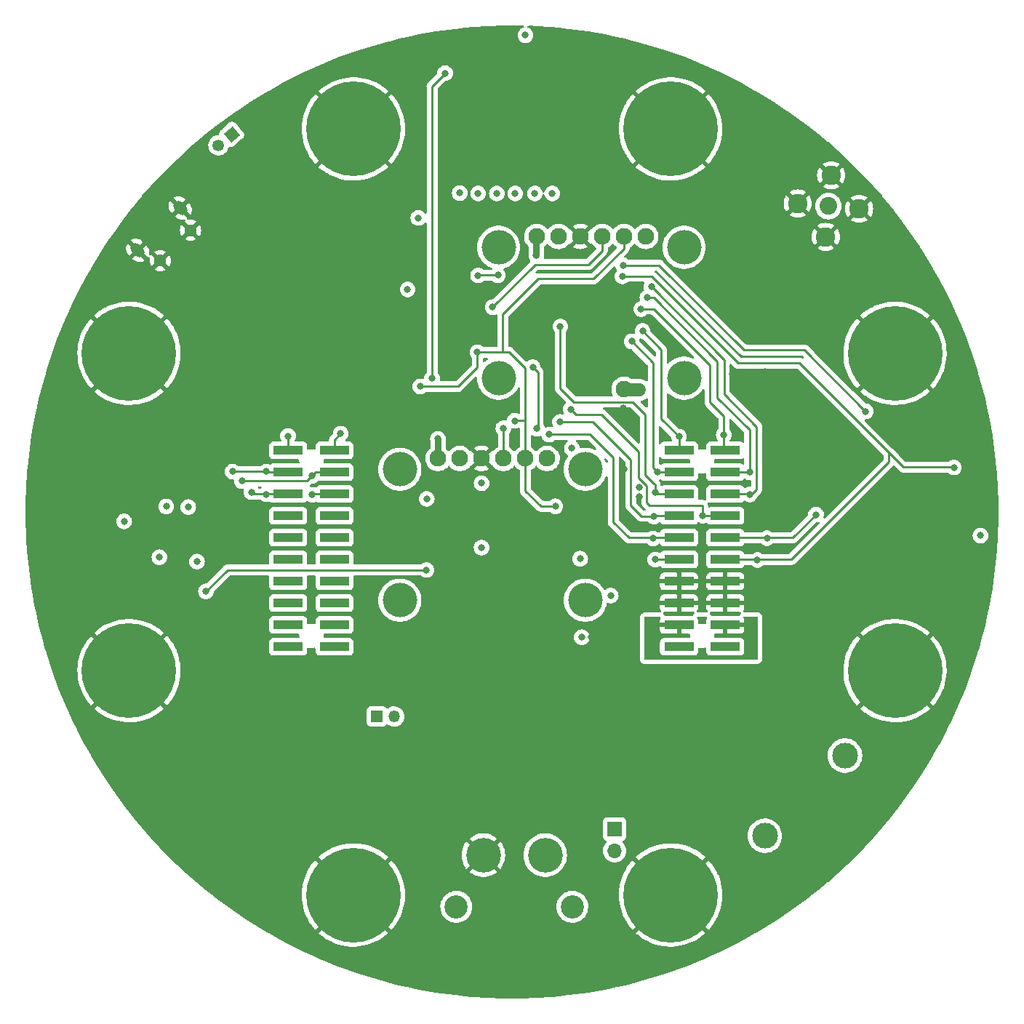
<source format=gbr>
%TF.GenerationSoftware,KiCad,Pcbnew,(6.0.2)*%
%TF.CreationDate,2022-10-10T11:28:08-07:00*%
%TF.ProjectId,AvionicsV0,4176696f-6e69-4637-9356-302e6b696361,rev?*%
%TF.SameCoordinates,Original*%
%TF.FileFunction,Copper,L4,Bot*%
%TF.FilePolarity,Positive*%
%FSLAX46Y46*%
G04 Gerber Fmt 4.6, Leading zero omitted, Abs format (unit mm)*
G04 Created by KiCad (PCBNEW (6.0.2)) date 2022-10-10 11:28:08*
%MOMM*%
%LPD*%
G01*
G04 APERTURE LIST*
G04 Aperture macros list*
%AMHorizOval*
0 Thick line with rounded ends*
0 $1 width*
0 $2 $3 position (X,Y) of the first rounded end (center of the circle)*
0 $4 $5 position (X,Y) of the second rounded end (center of the circle)*
0 Add line between two ends*
20,1,$1,$2,$3,$4,$5,0*
0 Add two circle primitives to create the rounded ends*
1,1,$1,$2,$3*
1,1,$1,$4,$5*%
%AMRotRect*
0 Rectangle, with rotation*
0 The origin of the aperture is its center*
0 $1 length*
0 $2 width*
0 $3 Rotation angle, in degrees counterclockwise*
0 Add horizontal line*
21,1,$1,$2,0,0,$3*%
G04 Aperture macros list end*
%TA.AperFunction,ComponentPad*%
%ADD10C,2.050000*%
%TD*%
%TA.AperFunction,ComponentPad*%
%ADD11C,2.250000*%
%TD*%
%TA.AperFunction,ComponentPad*%
%ADD12R,1.700000X1.700000*%
%TD*%
%TA.AperFunction,ComponentPad*%
%ADD13O,1.700000X1.700000*%
%TD*%
%TA.AperFunction,ComponentPad*%
%ADD14RotRect,1.350000X1.350000X310.000000*%
%TD*%
%TA.AperFunction,ComponentPad*%
%ADD15HorizOval,1.350000X0.000000X0.000000X0.000000X0.000000X0*%
%TD*%
%TA.AperFunction,ComponentPad*%
%ADD16C,0.900000*%
%TD*%
%TA.AperFunction,ComponentPad*%
%ADD17C,11.000000*%
%TD*%
%TA.AperFunction,ComponentPad*%
%ADD18C,1.450000*%
%TD*%
%TA.AperFunction,ComponentPad*%
%ADD19HorizOval,1.200000X-0.247487X0.247487X0.247487X-0.247487X0*%
%TD*%
%TA.AperFunction,ComponentPad*%
%ADD20C,4.050000*%
%TD*%
%TA.AperFunction,ComponentPad*%
%ADD21C,2.700000*%
%TD*%
%TA.AperFunction,ComponentPad*%
%ADD22R,1.350000X1.350000*%
%TD*%
%TA.AperFunction,ComponentPad*%
%ADD23O,1.350000X1.350000*%
%TD*%
%TA.AperFunction,ComponentPad*%
%ADD24C,3.000000*%
%TD*%
%TA.AperFunction,SMDPad,CuDef*%
%ADD25C,1.930400*%
%TD*%
%TA.AperFunction,SMDPad,CuDef*%
%ADD26C,4.000000*%
%TD*%
%TA.AperFunction,SMDPad,CuDef*%
%ADD27R,3.400000X1.020000*%
%TD*%
%TA.AperFunction,ViaPad*%
%ADD28C,0.800000*%
%TD*%
%TA.AperFunction,Conductor*%
%ADD29C,0.250000*%
%TD*%
%TA.AperFunction,Conductor*%
%ADD30C,0.750000*%
%TD*%
%TA.AperFunction,Conductor*%
%ADD31C,1.500000*%
%TD*%
G04 APERTURE END LIST*
D10*
%TO.P,J13,1,In*%
%TO.N,Net-(J13-Pad1)*%
X187706000Y-47752000D03*
D11*
%TO.P,J13,2,Ext*%
%TO.N,GND*%
X188019072Y-44173567D03*
X191284433Y-48065072D03*
X187392928Y-51330433D03*
X184127567Y-47438928D03*
%TD*%
D12*
%TO.P,J4,1,Pin_1*%
%TO.N,VCC*%
X162800000Y-120260000D03*
D13*
%TO.P,J4,2,Pin_2*%
%TO.N,+BATT*%
X162800000Y-122800000D03*
%TD*%
D14*
%TO.P,J3,1,Pin_1*%
%TO.N,+3V3*%
X118233900Y-39392387D03*
D15*
%TO.P,J3,2,Pin_2*%
%TO.N,Net-(C5-Pad1)*%
X116701811Y-40677962D03*
%TD*%
D16*
%TO.P,H2,1,1*%
%TO.N,GND*%
X166407985Y-125024185D03*
X166407985Y-130877815D03*
X173459800Y-127951000D03*
X172261615Y-125024185D03*
X169334800Y-123826000D03*
X169334800Y-132076000D03*
X172261615Y-130877815D03*
D17*
X169334800Y-127951000D03*
D16*
X165209800Y-127951000D03*
%TD*%
%TO.P,H8,1,1*%
%TO.N,GND*%
X106280000Y-69022000D03*
X103353185Y-67823815D03*
X109206815Y-67823815D03*
D17*
X106280000Y-64897000D03*
D16*
X102155000Y-64897000D03*
X109206815Y-61970185D03*
X106280000Y-60772000D03*
X110405000Y-64897000D03*
X103353185Y-61970185D03*
%TD*%
%TO.P,H3,1,1*%
%TO.N,GND*%
X172256815Y-41696815D03*
X172256815Y-35843185D03*
X166403185Y-41696815D03*
X169330000Y-34645000D03*
X173455000Y-38770000D03*
X169330000Y-42895000D03*
D17*
X169330000Y-38770000D03*
D16*
X165205000Y-38770000D03*
X166403185Y-35843185D03*
%TD*%
D18*
%TO.P,J2,6,Shield*%
%TO.N,GND*%
X113444311Y-50574377D03*
X109908777Y-54109911D03*
D19*
X112242229Y-47958082D03*
X107292482Y-52907829D03*
%TD*%
D20*
%TO.P,J6,1,1*%
%TO.N,+BATT*%
X154730000Y-123317000D03*
%TO.P,J6,2,2*%
%TO.N,GND*%
X147530000Y-123317000D03*
D21*
%TO.P,J6,3,3*%
%TO.N,unconnected-(J6-Pad3)*%
X144380000Y-129317000D03*
%TO.P,J6,4,4*%
%TO.N,unconnected-(J6-Pad4)*%
X157880000Y-129317000D03*
%TD*%
D17*
%TO.P,H1,1,1*%
%TO.N,GND*%
X106280000Y-101833600D03*
D16*
X102155000Y-101833600D03*
X103353185Y-98906785D03*
X103353185Y-104760415D03*
X106280000Y-97708600D03*
X109206815Y-98906785D03*
X110405000Y-101833600D03*
X109206815Y-104760415D03*
X106280000Y-105958600D03*
%TD*%
D22*
%TO.P,J5,1,Pin_1*%
%TO.N,+3V3*%
X135144000Y-107162600D03*
D23*
%TO.P,J5,2,Pin_2*%
%TO.N,RG3v3*%
X137144000Y-107162600D03*
%TD*%
D16*
%TO.P,H6,1,1*%
%TO.N,GND*%
X195453000Y-97708600D03*
X191328000Y-101833600D03*
X198379815Y-104760415D03*
X195453000Y-105958600D03*
X192526185Y-104760415D03*
X192526185Y-98906785D03*
X198379815Y-98906785D03*
X199578000Y-101833600D03*
D17*
X195453000Y-101833600D03*
%TD*%
%TO.P,H5,1,1*%
%TO.N,GND*%
X132398000Y-127951700D03*
D16*
X128273000Y-127951700D03*
X129471185Y-130878515D03*
X132398000Y-123826700D03*
X136523000Y-127951700D03*
X135324815Y-130878515D03*
X132398000Y-132076700D03*
X129471185Y-125024885D03*
X135324815Y-125024885D03*
%TD*%
D24*
%TO.P,BT1,1,+*%
%TO.N,Net-(BT1-Pad1)*%
X180295895Y-121049705D03*
X189629705Y-111715895D03*
%TD*%
D16*
%TO.P,H7,1,1*%
%TO.N,GND*%
X135324815Y-35843185D03*
X136523000Y-38770000D03*
X129471185Y-41696815D03*
X135324815Y-41696815D03*
X129471185Y-35843185D03*
X128273000Y-38770000D03*
D17*
X132398000Y-38770000D03*
D16*
X132398000Y-42895000D03*
X132398000Y-34645000D03*
%TD*%
%TO.P,H4,1,1*%
%TO.N,GND*%
X195453000Y-69022000D03*
X195453000Y-60772000D03*
X191328000Y-64897000D03*
X199578000Y-64897000D03*
X192526185Y-67823815D03*
D17*
X195453000Y-64897000D03*
D16*
X198379815Y-61970185D03*
X192526185Y-61970185D03*
X198379815Y-67823815D03*
%TD*%
D25*
%TO.P,U5,1,VDD*%
%TO.N,+3V3*%
X142253000Y-77126000D03*
%TO.P,U5,2,3.3V*%
%TO.N,unconnected-(U5-Pad2)*%
X144793000Y-77126000D03*
%TO.P,U5,3,GND*%
%TO.N,GND*%
X147333000Y-77126000D03*
%TO.P,U5,4,SDA*%
%TO.N,SDA*%
X149873000Y-77126000D03*
%TO.P,U5,5,SCL*%
%TO.N,SCL*%
X152413000Y-77126000D03*
%TO.P,U5,6,RST*%
%TO.N,unconnected-(U5-Pad6)*%
X154953000Y-77126000D03*
D26*
%TO.P,U5,P$1*%
%TO.N,N/C*%
X137808000Y-93636000D03*
X159398000Y-93636000D03*
X159398000Y-78396000D03*
X137808000Y-78396000D03*
%TD*%
D27*
%TO.P,J10,1,1*%
%TO.N,11B*%
X175700000Y-76200000D03*
%TO.P,J10,2,2*%
%TO.N,12B*%
X175700000Y-78740000D03*
%TO.P,J10,3,3*%
%TO.N,13B*%
X175700000Y-81280000D03*
%TO.P,J10,4,4*%
%TO.N,14B*%
X175700000Y-83820000D03*
%TO.P,J10,5,5*%
%TO.N,RX*%
X175700000Y-86360000D03*
%TO.P,J10,6,6*%
%TO.N,TX*%
X175700000Y-88900000D03*
%TO.P,J10,7,7*%
%TO.N,GND*%
X175700000Y-91440000D03*
%TO.P,J10,8,8*%
X175700000Y-93980000D03*
%TO.P,J10,9,9*%
%TO.N,+3V3*%
X175700000Y-96520000D03*
%TO.P,J10,10,10*%
%TO.N,20B*%
X175700000Y-99060000D03*
%TO.P,J10,11,11*%
%TO.N,1B*%
X170300000Y-76200000D03*
%TO.P,J10,12,12*%
%TO.N,2B*%
X170300000Y-78740000D03*
%TO.P,J10,13,13*%
%TO.N,3B*%
X170300000Y-81280000D03*
%TO.P,J10,14,14*%
%TO.N,4B*%
X170300000Y-83820000D03*
%TO.P,J10,15,15*%
%TO.N,5B*%
X170300000Y-86360000D03*
%TO.P,J10,16,16*%
%TO.N,6B*%
X170300000Y-88900000D03*
%TO.P,J10,17,17*%
%TO.N,GND*%
X170300000Y-91440000D03*
%TO.P,J10,18,18*%
X170300000Y-93980000D03*
%TO.P,J10,19,19*%
%TO.N,+3V3*%
X170300000Y-96520000D03*
%TO.P,J10,20,20*%
%TO.N,10B*%
X170300000Y-99060000D03*
%TD*%
D25*
%TO.P,U6,1,VDD*%
%TO.N,+3V3*%
X153746200Y-51282600D03*
%TO.P,U6,2,3.3V*%
%TO.N,unconnected-(U6-Pad2)*%
X156286200Y-51282600D03*
%TO.P,U6,3,GND*%
%TO.N,GND*%
X158826200Y-51282600D03*
%TO.P,U6,4,SDA*%
%TO.N,SDA*%
X161366200Y-51282600D03*
%TO.P,U6,5,SCL*%
%TO.N,SCL*%
X163906200Y-51282600D03*
%TO.P,U6,6,RST*%
%TO.N,unconnected-(U6-Pad6)*%
X166446200Y-51282600D03*
%TO.P,U6,10,I2CADDR*%
%TO.N,+3V3*%
X163906200Y-69062600D03*
D26*
%TO.P,U6,P$1*%
%TO.N,N/C*%
X149301200Y-52552600D03*
X170891200Y-52552600D03*
X149301200Y-67792600D03*
X170891200Y-67792600D03*
%TD*%
D27*
%TO.P,J9,1,1*%
%TO.N,SDA*%
X130200000Y-76200000D03*
%TO.P,J9,2,2*%
%TO.N,SPID*%
X130200000Y-78740000D03*
%TO.P,J9,3,3*%
%TO.N,SPIQ*%
X130200000Y-81280000D03*
%TO.P,J9,4,4*%
%TO.N,14A*%
X130200000Y-83820000D03*
%TO.P,J9,5,5*%
%TO.N,15A*%
X130200000Y-86360000D03*
%TO.P,J9,6,6*%
%TO.N,16A*%
X130200000Y-88900000D03*
%TO.P,J9,7,7*%
%TO.N,17A*%
X130200000Y-91440000D03*
%TO.P,J9,8,8*%
%TO.N,18A*%
X130200000Y-93980000D03*
%TO.P,J9,9,9*%
%TO.N,19A*%
X130200000Y-96520000D03*
%TO.P,J9,10,10*%
%TO.N,20A*%
X130200000Y-99060000D03*
%TO.P,J9,11,11*%
%TO.N,SCL*%
X124800000Y-76200000D03*
%TO.P,J9,12,12*%
%TO.N,SPICS*%
X124800000Y-78740000D03*
%TO.P,J9,13,13*%
%TO.N,SPICLK*%
X124800000Y-81280000D03*
%TO.P,J9,14,14*%
%TO.N,4A*%
X124800000Y-83820000D03*
%TO.P,J9,15,15*%
%TO.N,5A*%
X124800000Y-86360000D03*
%TO.P,J9,16,16*%
%TO.N,6A*%
X124800000Y-88900000D03*
%TO.P,J9,17,17*%
%TO.N,7A*%
X124800000Y-91440000D03*
%TO.P,J9,18,18*%
%TO.N,8A*%
X124800000Y-93980000D03*
%TO.P,J9,19,19*%
%TO.N,9A*%
X124800000Y-96520000D03*
%TO.P,J9,20,20*%
%TO.N,10A*%
X124800000Y-99060000D03*
%TD*%
D28*
%TO.N,SPICS*%
X118338600Y-78663800D03*
X122263500Y-78663800D03*
%TO.N,SPID*%
X127568979Y-79156578D03*
X119430800Y-79756000D03*
%TO.N,SPICLK*%
X120548400Y-81051400D03*
X122275600Y-81305400D03*
%TO.N,+3V3*%
X165709600Y-69138800D03*
X149098000Y-46278800D03*
X167182800Y-96596200D03*
X158800800Y-88798400D03*
X109819199Y-88631499D03*
X139954000Y-49123600D03*
X110617000Y-82713299D03*
X151231600Y-46278800D03*
X144780000Y-46228000D03*
X178917600Y-99110800D03*
X152425400Y-27863800D03*
X140944600Y-81838800D03*
X147320000Y-87503000D03*
X153695400Y-53517800D03*
X167182800Y-99110800D03*
X142240000Y-74853800D03*
X105714800Y-84455000D03*
X113171999Y-82789499D03*
X205406000Y-86103600D03*
X178917600Y-96570800D03*
X146913600Y-46278800D03*
X155549600Y-46278800D03*
X162356800Y-93091000D03*
X157835600Y-75946000D03*
X147320000Y-80010000D03*
X158978600Y-97942400D03*
X114187999Y-89139499D03*
X138709400Y-57454800D03*
X165684200Y-80467200D03*
X153517600Y-46278800D03*
%TO.N,GND*%
X155872691Y-114868920D03*
X134137400Y-76555600D03*
X180340000Y-70104000D03*
X157530800Y-59258200D03*
X186690000Y-56388000D03*
X158419800Y-64516000D03*
X154863800Y-65354200D03*
X159766000Y-62992000D03*
X155905200Y-116509800D03*
X158394400Y-62992000D03*
X176504600Y-67310000D03*
X132156200Y-104216200D03*
X186690000Y-54610000D03*
X157632400Y-57861200D03*
X150647400Y-81356200D03*
X144442690Y-112328918D03*
X176504600Y-59385200D03*
X180340000Y-68580000D03*
X151688800Y-62382400D03*
X165658800Y-81584800D03*
X153720800Y-27889200D03*
X153314400Y-62357000D03*
X154660600Y-63931800D03*
X180340000Y-54356000D03*
X153187400Y-63957200D03*
X159766000Y-66090800D03*
X180340000Y-61468000D03*
X180340000Y-56388000D03*
X144297400Y-35814000D03*
X180340000Y-58166000D03*
X180340000Y-67056000D03*
X155702000Y-57861200D03*
X116865400Y-46990000D03*
X137033000Y-82829400D03*
X158750000Y-48793400D03*
X155676600Y-59334400D03*
X146982688Y-113598921D03*
X140944600Y-86309200D03*
X158445200Y-66116200D03*
X186690000Y-58166000D03*
X180340000Y-50546000D03*
X151427689Y-110423921D03*
X143172691Y-112328920D03*
X163779200Y-71272400D03*
X137287000Y-52374800D03*
X186690000Y-70104000D03*
X148887689Y-110423920D03*
X108026200Y-82727800D03*
X186690000Y-63246000D03*
X162306000Y-90043000D03*
X137261600Y-50774600D03*
X155981400Y-91160600D03*
X167005000Y-91313000D03*
X186690000Y-71628000D03*
X178816000Y-93954600D03*
X163906200Y-78333600D03*
X111582200Y-43815000D03*
X180340000Y-73152000D03*
X141902687Y-112328920D03*
X186690000Y-73152000D03*
X145712689Y-112328919D03*
X146982690Y-112328921D03*
X180340000Y-63246000D03*
X115900200Y-112445800D03*
X180340000Y-59944000D03*
X135305800Y-87503000D03*
X157142690Y-114868919D03*
X186690000Y-61468000D03*
X134772400Y-84175600D03*
X180340000Y-52324000D03*
X158412689Y-114868921D03*
X156032200Y-92151200D03*
X138176000Y-49276000D03*
X137287000Y-54178200D03*
X167030400Y-93853000D03*
X141960600Y-79248000D03*
X160121600Y-97917000D03*
X134620000Y-81356200D03*
X159359600Y-59258200D03*
X159156400Y-57886600D03*
X180340000Y-49022000D03*
X180340000Y-71628000D03*
X109296200Y-82727800D03*
X186690000Y-59944000D03*
X137363200Y-87071200D03*
X178866800Y-91440000D03*
X150495000Y-79578200D03*
X159740600Y-64516000D03*
%TO.N,CLK*%
X146913600Y-55829200D03*
X149225000Y-55803800D03*
%TO.N,DAT2*%
X143078200Y-32283400D03*
X141554200Y-67818000D03*
%TO.N,SDA*%
X149860000Y-73609200D03*
X148615400Y-59512200D03*
X153289000Y-66497200D03*
X140893800Y-90119200D03*
X153771600Y-73660000D03*
X130911600Y-74244200D03*
X115239800Y-92608400D03*
%TO.N,SCL*%
X146837400Y-64770000D03*
X140182600Y-68757800D03*
X151180800Y-72745600D03*
X124790200Y-74523600D03*
X155905200Y-82702400D03*
%TO.N,TX*%
X163728400Y-55930800D03*
X179425600Y-88950800D03*
X202311000Y-78181200D03*
%TO.N,RX*%
X186258200Y-83667600D03*
X180543200Y-86410800D03*
X192036700Y-71640700D03*
X163779200Y-54635400D03*
%TO.N,SPIQ*%
X127609600Y-81356200D03*
%TO.N,1B*%
X170300000Y-74592800D03*
X166065200Y-62280800D03*
%TO.N,2B*%
X164795200Y-63500000D03*
X167792400Y-78689200D03*
%TO.N,3B*%
X167513000Y-81102200D03*
X156489400Y-61772800D03*
%TO.N,4B*%
X156438600Y-72872600D03*
X167386000Y-83896200D03*
%TO.N,5B*%
X155194000Y-74345800D03*
X167284400Y-86436200D03*
%TO.N,6B*%
X167538400Y-88900000D03*
%TO.N,11B*%
X165887400Y-59740800D03*
X175514000Y-74371200D03*
%TO.N,12B*%
X166624000Y-58420000D03*
X178536600Y-78740000D03*
%TO.N,13B*%
X167081200Y-57150000D03*
X178536600Y-81330800D03*
%TO.N,14B*%
X157708600Y-71399400D03*
X173050200Y-83794600D03*
%TD*%
D29*
%TO.N,SPICS*%
X122339700Y-78740000D02*
X124800000Y-78740000D01*
X118338600Y-78663800D02*
X122263500Y-78663800D01*
X122263500Y-78663800D02*
X122339700Y-78740000D01*
%TO.N,SPID*%
X127985557Y-78740000D02*
X130200000Y-78740000D01*
X126969557Y-79756000D02*
X127568979Y-79156578D01*
X127568979Y-79156578D02*
X127985557Y-78740000D01*
X119430800Y-79756000D02*
X126969557Y-79756000D01*
%TO.N,SPICLK*%
X120777000Y-81280000D02*
X122326400Y-81280000D01*
X122326400Y-81280000D02*
X124800000Y-81280000D01*
X120548400Y-81051400D02*
X120777000Y-81280000D01*
D30*
%TO.N,+3V3*%
X153695400Y-51333400D02*
X153746200Y-51282600D01*
X153695400Y-53517800D02*
X153695400Y-51333400D01*
X142240000Y-77113000D02*
X142253000Y-77126000D01*
D31*
X165709600Y-69138800D02*
X163982400Y-69138800D01*
X163982400Y-69138800D02*
X163906200Y-69062600D01*
D30*
X142240000Y-74853800D02*
X142240000Y-77113000D01*
D29*
%TO.N,CLK*%
X149225000Y-55803800D02*
X146939000Y-55803800D01*
X146939000Y-55803800D02*
X146913600Y-55829200D01*
%TO.N,DAT2*%
X141554200Y-67818000D02*
X141554200Y-33807400D01*
X141554200Y-33807400D02*
X143078200Y-32283400D01*
%TO.N,SDA*%
X130911600Y-74244200D02*
X130200400Y-74955400D01*
X130200000Y-75438400D02*
X130200000Y-76200000D01*
X153771600Y-73660000D02*
X153873200Y-73558400D01*
X130200400Y-74955400D02*
X130200400Y-75438000D01*
X153568400Y-54559200D02*
X159740600Y-54559200D01*
X140893800Y-90119200D02*
X117729000Y-90119200D01*
X159740600Y-54559200D02*
X161366200Y-52933600D01*
X161366200Y-52933600D02*
X161366200Y-51282600D01*
X149873000Y-73622200D02*
X149873000Y-77126000D01*
X153873200Y-73558400D02*
X153873200Y-67081400D01*
X153873200Y-67081400D02*
X153289000Y-66497200D01*
X149860000Y-73609200D02*
X149873000Y-73622200D01*
X117729000Y-90119200D02*
X115239800Y-92608400D01*
X130200400Y-75438000D02*
X130200000Y-75438400D01*
X148615400Y-59512200D02*
X153568400Y-54559200D01*
%TO.N,SCL*%
X154229400Y-82702400D02*
X155905200Y-82702400D01*
X146837400Y-64770000D02*
X149783800Y-64770000D01*
X150545800Y-64770000D02*
X152413000Y-66637200D01*
X152413000Y-72732600D02*
X151193800Y-72732600D01*
X163906200Y-52679600D02*
X160375600Y-56210200D01*
X160375600Y-56210200D02*
X153924000Y-56210200D01*
X152413000Y-77126000D02*
X152413000Y-80886000D01*
X149783800Y-64770000D02*
X150545800Y-64770000D01*
X152413000Y-66637200D02*
X152413000Y-72682400D01*
X151193800Y-72732600D02*
X151180800Y-72745600D01*
X124790200Y-76190200D02*
X124800000Y-76200000D01*
X153924000Y-56210200D02*
X149783800Y-60350400D01*
X152413000Y-80886000D02*
X154229400Y-82702400D01*
X144576800Y-68757800D02*
X140182600Y-68757800D01*
X146837400Y-64770000D02*
X146837400Y-66497200D01*
X152413000Y-72682400D02*
X152413000Y-72732600D01*
X146837400Y-66497200D02*
X144576800Y-68757800D01*
X149783800Y-60350400D02*
X149783800Y-64770000D01*
X124790200Y-74523600D02*
X124790200Y-76190200D01*
X163906200Y-51282600D02*
X163906200Y-52679600D01*
X152413000Y-72732600D02*
X152413000Y-77126000D01*
%TO.N,TX*%
X202285600Y-78155800D02*
X202311000Y-78181200D01*
X179476400Y-88900000D02*
X179425600Y-88950800D01*
X184327800Y-66040000D02*
X192024000Y-73736200D01*
X179425600Y-88950800D02*
X179374800Y-88900000D01*
X177190400Y-66040000D02*
X184327800Y-66040000D01*
X192024000Y-73736200D02*
X194729100Y-76441300D01*
X196443600Y-78155800D02*
X196799200Y-78155800D01*
X196799200Y-78155800D02*
X202285600Y-78155800D01*
X194729100Y-76441300D02*
X196443600Y-78155800D01*
X179374800Y-88900000D02*
X175700000Y-88900000D01*
X194729100Y-76441300D02*
X194729100Y-77558900D01*
X183388000Y-88900000D02*
X179476400Y-88900000D01*
X194729100Y-77558900D02*
X183388000Y-88900000D01*
X163728400Y-55930800D02*
X167081200Y-55930800D01*
X167081200Y-55930800D02*
X177190400Y-66040000D01*
%TO.N,RX*%
X167995600Y-54635400D02*
X177850800Y-64490600D01*
X183565800Y-86360000D02*
X180594000Y-86360000D01*
X180594000Y-86360000D02*
X180543200Y-86410800D01*
X180543200Y-86410800D02*
X180492400Y-86360000D01*
X180492400Y-86360000D02*
X175700000Y-86360000D01*
X163779200Y-54635400D02*
X167995600Y-54635400D01*
X186258200Y-83667600D02*
X183565800Y-86360000D01*
X177850800Y-64490600D02*
X184886600Y-64490600D01*
X184886600Y-64490600D02*
X192036700Y-71640700D01*
%TO.N,SPIQ*%
X127685800Y-81280000D02*
X130200000Y-81280000D01*
X127609600Y-81356200D02*
X127685800Y-81280000D01*
%TO.N,1B*%
X170300000Y-76200000D02*
X170300000Y-74592800D01*
X168249600Y-72542400D02*
X168249600Y-64465200D01*
X170300000Y-74592800D02*
X168249600Y-72542400D01*
X168249600Y-64465200D02*
X166065200Y-62280800D01*
%TO.N,2B*%
X167843200Y-78740000D02*
X170300000Y-78740000D01*
X167309800Y-66014600D02*
X167309800Y-70586600D01*
X167792400Y-78689200D02*
X167843200Y-78740000D01*
X164795200Y-63500000D02*
X167309800Y-66014600D01*
X167309800Y-70586600D02*
X167309800Y-78206600D01*
X167309800Y-78206600D02*
X167792400Y-78689200D01*
%TO.N,3B*%
X164934289Y-70547889D02*
X166370000Y-71983600D01*
X158050889Y-70547889D02*
X164934289Y-70547889D01*
X156489400Y-61772800D02*
X156489400Y-68986400D01*
X167386000Y-80060800D02*
X167513000Y-80187800D01*
X156489400Y-68986400D02*
X158050889Y-70547889D01*
X170300000Y-81280000D02*
X167690800Y-81280000D01*
X166370000Y-78232000D02*
X166370000Y-79044800D01*
X167690800Y-81280000D02*
X167513000Y-81102200D01*
X166370000Y-71983600D02*
X166370000Y-78232000D01*
X166370000Y-79044800D02*
X167386000Y-80060800D01*
X167513000Y-80187800D02*
X167513000Y-81102200D01*
%TO.N,4B*%
X164693600Y-77266800D02*
X164693600Y-82600800D01*
X165938200Y-83845400D02*
X167335200Y-83845400D01*
X167386000Y-83896200D02*
X167462200Y-83820000D01*
X167335200Y-83845400D02*
X167386000Y-83896200D01*
X167462200Y-83820000D02*
X170300000Y-83820000D01*
X160299400Y-72872600D02*
X164693600Y-77266800D01*
X164693600Y-82600800D02*
X165938200Y-83845400D01*
X156438600Y-72872600D02*
X160299400Y-72872600D01*
%TO.N,5B*%
X167360600Y-86360000D02*
X170300000Y-86360000D01*
X162636200Y-84531200D02*
X164465000Y-86360000D01*
X167284400Y-86436200D02*
X167360600Y-86360000D01*
X155194000Y-74345800D02*
X159943800Y-74345800D01*
X167208200Y-86360000D02*
X167284400Y-86436200D01*
X164465000Y-86360000D02*
X167208200Y-86360000D01*
X162636200Y-77038200D02*
X162636200Y-84531200D01*
X159943800Y-74345800D02*
X162636200Y-77038200D01*
%TO.N,6B*%
X167538400Y-88900000D02*
X170300000Y-88900000D01*
%TO.N,11B*%
X173913800Y-66268600D02*
X173913800Y-70586600D01*
X165887400Y-59740800D02*
X167386000Y-59740800D01*
X175514000Y-74371200D02*
X175514000Y-76014000D01*
X167386000Y-59740800D02*
X173913800Y-66268600D01*
X175514000Y-76014000D02*
X175700000Y-76200000D01*
X173913800Y-70586600D02*
X175514000Y-72186800D01*
X175514000Y-72186800D02*
X175514000Y-74371200D01*
%TO.N,12B*%
X178536600Y-78740000D02*
X175700000Y-78740000D01*
X167335200Y-58420000D02*
X174777400Y-65862200D01*
X166624000Y-58420000D02*
X167335200Y-58420000D01*
X174777400Y-70053200D02*
X178536600Y-73812400D01*
X178536600Y-73812400D02*
X178536600Y-78740000D01*
X174777400Y-65862200D02*
X174777400Y-70053200D01*
%TO.N,13B*%
X175564800Y-69646800D02*
X179349400Y-73431400D01*
X178536600Y-81330800D02*
X178485800Y-81280000D01*
X179349400Y-73431400D02*
X179349400Y-73660000D01*
X179349400Y-73660000D02*
X179349400Y-80721200D01*
X178765200Y-81305400D02*
X178663600Y-81305400D01*
X178739800Y-81330800D02*
X179349400Y-80721200D01*
X167081200Y-57150000D02*
X175564800Y-65633600D01*
X175564800Y-65633600D02*
X175564800Y-69646800D01*
X178536600Y-81330800D02*
X178739800Y-81330800D01*
X178485800Y-81280000D02*
X175700000Y-81280000D01*
%TO.N,14B*%
X166547800Y-80306186D02*
X166547800Y-82245200D01*
X165616614Y-79375000D02*
X166547800Y-80306186D01*
X161277911Y-71996911D02*
X165582600Y-76301600D01*
X173050200Y-83794600D02*
X173075600Y-83820000D01*
X157708600Y-71399400D02*
X158306111Y-71996911D01*
X173075600Y-83820000D02*
X175700000Y-83820000D01*
X173050200Y-82626200D02*
X173050200Y-83794600D01*
X158306111Y-71996911D02*
X161277911Y-71996911D01*
X165582600Y-76301600D02*
X165582600Y-79375000D01*
X166903400Y-82600800D02*
X173024800Y-82600800D01*
X165582600Y-79375000D02*
X165616614Y-79375000D01*
X173024800Y-82600800D02*
X173050200Y-82626200D01*
X166547800Y-82245200D02*
X166903400Y-82600800D01*
%TD*%
%TA.AperFunction,Conductor*%
%TO.N,+3V3*%
G36*
X179443718Y-95549514D02*
G01*
X179490313Y-95603080D01*
X179501800Y-95655642D01*
X179501800Y-100407441D01*
X179481798Y-100475562D01*
X179428142Y-100522055D01*
X179376041Y-100533441D01*
X174937212Y-100541944D01*
X166369241Y-100558358D01*
X166301082Y-100538486D01*
X166254487Y-100484920D01*
X166243000Y-100432358D01*
X166243000Y-97074669D01*
X168092001Y-97074669D01*
X168092371Y-97081490D01*
X168097895Y-97132352D01*
X168101521Y-97147604D01*
X168146676Y-97268054D01*
X168155214Y-97283649D01*
X168231715Y-97385724D01*
X168244276Y-97398285D01*
X168346351Y-97474786D01*
X168361946Y-97483324D01*
X168482394Y-97528478D01*
X168497649Y-97532105D01*
X168548514Y-97537631D01*
X168555328Y-97538000D01*
X170027885Y-97538000D01*
X170043124Y-97533525D01*
X170044329Y-97532135D01*
X170046000Y-97524452D01*
X170046000Y-96792115D01*
X170041525Y-96776876D01*
X170040135Y-96775671D01*
X170032452Y-96774000D01*
X168110116Y-96774000D01*
X168094877Y-96778475D01*
X168093672Y-96779865D01*
X168092001Y-96787548D01*
X168092001Y-97074669D01*
X166243000Y-97074669D01*
X166243000Y-95680559D01*
X166263002Y-95612438D01*
X166316658Y-95565945D01*
X166368759Y-95554559D01*
X168056742Y-95551325D01*
X168124900Y-95571197D01*
X168171495Y-95624763D01*
X168181734Y-95695018D01*
X168157809Y-95752889D01*
X168155214Y-95756352D01*
X168146676Y-95771946D01*
X168101522Y-95892394D01*
X168097895Y-95907649D01*
X168092369Y-95958514D01*
X168092000Y-95965328D01*
X168092000Y-96247885D01*
X168096475Y-96263124D01*
X168097865Y-96264329D01*
X168105548Y-96266000D01*
X170428000Y-96266000D01*
X170496121Y-96286002D01*
X170542614Y-96339658D01*
X170554000Y-96392000D01*
X170554000Y-97519884D01*
X170558475Y-97535123D01*
X170559865Y-97536328D01*
X170567548Y-97537999D01*
X171478837Y-97537999D01*
X171546958Y-97558001D01*
X171593451Y-97611657D01*
X171603745Y-97680554D01*
X171598002Y-97723883D01*
X171598202Y-97729212D01*
X171598202Y-97729214D01*
X171605018Y-97910773D01*
X171587586Y-97979596D01*
X171535712Y-98028069D01*
X171479107Y-98041500D01*
X168551866Y-98041500D01*
X168489684Y-98048255D01*
X168353295Y-98099385D01*
X168236739Y-98186739D01*
X168149385Y-98303295D01*
X168098255Y-98439684D01*
X168091500Y-98501866D01*
X168091500Y-99618134D01*
X168098255Y-99680316D01*
X168149385Y-99816705D01*
X168236739Y-99933261D01*
X168353295Y-100020615D01*
X168489684Y-100071745D01*
X168551866Y-100078500D01*
X172048134Y-100078500D01*
X172110316Y-100071745D01*
X172246705Y-100020615D01*
X172363261Y-99933261D01*
X172450615Y-99816705D01*
X172501745Y-99680316D01*
X172508500Y-99618134D01*
X172508500Y-99273162D01*
X172528502Y-99205041D01*
X172582158Y-99158548D01*
X172656920Y-99149173D01*
X172749752Y-99165960D01*
X172863830Y-99186589D01*
X172863837Y-99186590D01*
X172867914Y-99187327D01*
X172886164Y-99188188D01*
X172891299Y-99188430D01*
X172891306Y-99188430D01*
X172892787Y-99188500D01*
X173059587Y-99188500D01*
X173128539Y-99182649D01*
X173231173Y-99173941D01*
X173231177Y-99173940D01*
X173236484Y-99173490D01*
X173241639Y-99172152D01*
X173241645Y-99172151D01*
X173333846Y-99148220D01*
X173404807Y-99150467D01*
X173463288Y-99190722D01*
X173490723Y-99256204D01*
X173491500Y-99270179D01*
X173491500Y-99618134D01*
X173498255Y-99680316D01*
X173549385Y-99816705D01*
X173636739Y-99933261D01*
X173753295Y-100020615D01*
X173889684Y-100071745D01*
X173951866Y-100078500D01*
X177448134Y-100078500D01*
X177510316Y-100071745D01*
X177646705Y-100020615D01*
X177763261Y-99933261D01*
X177850615Y-99816705D01*
X177901745Y-99680316D01*
X177908500Y-99618134D01*
X177908500Y-98501866D01*
X177901745Y-98439684D01*
X177850615Y-98303295D01*
X177763261Y-98186739D01*
X177646705Y-98099385D01*
X177510316Y-98048255D01*
X177448134Y-98041500D01*
X174521229Y-98041500D01*
X174453108Y-98021498D01*
X174406615Y-97967842D01*
X174396322Y-97898943D01*
X174401297Y-97861409D01*
X174401297Y-97861404D01*
X174401998Y-97856117D01*
X174394963Y-97668727D01*
X174412395Y-97599904D01*
X174464269Y-97551431D01*
X174520874Y-97538000D01*
X175427885Y-97538000D01*
X175443124Y-97533525D01*
X175444329Y-97532135D01*
X175446000Y-97524452D01*
X175446000Y-97519884D01*
X175954000Y-97519884D01*
X175958475Y-97535123D01*
X175959865Y-97536328D01*
X175967548Y-97537999D01*
X177444669Y-97537999D01*
X177451490Y-97537629D01*
X177502352Y-97532105D01*
X177517604Y-97528479D01*
X177638054Y-97483324D01*
X177653649Y-97474786D01*
X177755724Y-97398285D01*
X177768285Y-97385724D01*
X177844786Y-97283649D01*
X177853324Y-97268054D01*
X177898478Y-97147606D01*
X177902105Y-97132351D01*
X177907631Y-97081486D01*
X177908000Y-97074672D01*
X177908000Y-96792115D01*
X177903525Y-96776876D01*
X177902135Y-96775671D01*
X177894452Y-96774000D01*
X175972115Y-96774000D01*
X175956876Y-96778475D01*
X175955671Y-96779865D01*
X175954000Y-96787548D01*
X175954000Y-97519884D01*
X175446000Y-97519884D01*
X175446000Y-96392000D01*
X175466002Y-96323879D01*
X175519658Y-96277386D01*
X175572000Y-96266000D01*
X177889884Y-96266000D01*
X177905123Y-96261525D01*
X177906328Y-96260135D01*
X177907999Y-96252452D01*
X177907999Y-95965331D01*
X177907629Y-95958510D01*
X177902105Y-95907648D01*
X177898479Y-95892396D01*
X177853324Y-95771946D01*
X177844789Y-95756356D01*
X177828018Y-95733979D01*
X177803171Y-95667472D01*
X177818224Y-95598090D01*
X177868399Y-95547860D01*
X177928604Y-95532414D01*
X179375559Y-95529642D01*
X179443718Y-95549514D01*
G37*
%TD.AperFunction*%
%TD*%
%TA.AperFunction,NonConductor*%
G36*
X173532663Y-95560837D02*
G01*
X173579259Y-95614403D01*
X173589498Y-95684658D01*
X173565574Y-95742528D01*
X173555213Y-95756353D01*
X173546676Y-95771946D01*
X173501522Y-95892394D01*
X173497895Y-95907649D01*
X173492369Y-95958514D01*
X173492000Y-95965328D01*
X173492000Y-96306928D01*
X173471998Y-96375049D01*
X173418342Y-96421542D01*
X173343579Y-96430917D01*
X173136170Y-96393411D01*
X173136163Y-96393410D01*
X173132086Y-96392673D01*
X173113836Y-96391812D01*
X173108701Y-96391570D01*
X173108694Y-96391570D01*
X173107213Y-96391500D01*
X172940413Y-96391500D01*
X172871461Y-96397351D01*
X172768827Y-96406059D01*
X172768823Y-96406060D01*
X172763516Y-96406510D01*
X172758361Y-96407848D01*
X172758355Y-96407849D01*
X172665653Y-96431910D01*
X172594692Y-96429663D01*
X172536211Y-96389408D01*
X172508776Y-96323926D01*
X172507999Y-96309951D01*
X172507999Y-95965331D01*
X172507629Y-95958510D01*
X172502105Y-95907648D01*
X172498479Y-95892396D01*
X172453324Y-95771946D01*
X172444788Y-95756355D01*
X172435761Y-95744311D01*
X172410912Y-95677805D01*
X172425964Y-95608423D01*
X172476137Y-95558191D01*
X172536344Y-95542744D01*
X172753821Y-95542327D01*
X173464506Y-95540966D01*
X173532663Y-95560837D01*
G37*
%TD.AperFunction*%
%TA.AperFunction,Conductor*%
%TO.N,GND*%
G36*
X151673956Y-26733871D02*
G01*
X152145502Y-26740044D01*
X152213354Y-26760936D01*
X152259141Y-26815195D01*
X152268324Y-26885596D01*
X152237988Y-26949785D01*
X152177765Y-26987383D01*
X152170050Y-26989279D01*
X152149577Y-26993631D01*
X152149570Y-26993633D01*
X152143112Y-26995006D01*
X152137082Y-26997691D01*
X152137081Y-26997691D01*
X151974678Y-27069997D01*
X151974676Y-27069998D01*
X151968648Y-27072682D01*
X151814147Y-27184934D01*
X151809726Y-27189844D01*
X151809725Y-27189845D01*
X151793485Y-27207882D01*
X151686360Y-27326856D01*
X151590873Y-27492244D01*
X151531858Y-27673872D01*
X151511896Y-27863800D01*
X151531858Y-28053728D01*
X151590873Y-28235356D01*
X151686360Y-28400744D01*
X151690778Y-28405651D01*
X151690779Y-28405652D01*
X151809725Y-28537755D01*
X151814147Y-28542666D01*
X151968648Y-28654918D01*
X151974676Y-28657602D01*
X151974678Y-28657603D01*
X152137081Y-28729909D01*
X152143112Y-28732594D01*
X152236512Y-28752447D01*
X152323456Y-28770928D01*
X152323461Y-28770928D01*
X152329913Y-28772300D01*
X152520887Y-28772300D01*
X152527339Y-28770928D01*
X152527344Y-28770928D01*
X152614287Y-28752447D01*
X152707688Y-28732594D01*
X152713719Y-28729909D01*
X152876122Y-28657603D01*
X152876124Y-28657602D01*
X152882152Y-28654918D01*
X153036653Y-28542666D01*
X153041075Y-28537755D01*
X153160021Y-28405652D01*
X153160022Y-28405651D01*
X153164440Y-28400744D01*
X153259927Y-28235356D01*
X153318942Y-28053728D01*
X153338904Y-27863800D01*
X153318942Y-27673872D01*
X153259927Y-27492244D01*
X153164440Y-27326856D01*
X153057316Y-27207882D01*
X153041075Y-27189845D01*
X153041074Y-27189844D01*
X153036653Y-27184934D01*
X152882152Y-27072682D01*
X152876124Y-27069998D01*
X152876122Y-27069997D01*
X152720019Y-27000496D01*
X152665923Y-26954516D01*
X152645274Y-26886589D01*
X152664626Y-26818281D01*
X152717837Y-26771279D01*
X152776215Y-26759486D01*
X153829353Y-26800864D01*
X153832647Y-26801037D01*
X155309017Y-26897803D01*
X155312305Y-26898062D01*
X156444642Y-27002109D01*
X156785607Y-27033440D01*
X156788875Y-27033782D01*
X158258248Y-27207694D01*
X158261461Y-27208117D01*
X159725719Y-27420425D01*
X159728943Y-27420935D01*
X161187164Y-27671504D01*
X161190342Y-27672093D01*
X162121114Y-27857235D01*
X162641493Y-27960745D01*
X162644720Y-27961431D01*
X164087780Y-28287962D01*
X164090987Y-28288732D01*
X164793988Y-28467271D01*
X165525035Y-28652933D01*
X165528162Y-28653771D01*
X166952177Y-29055386D01*
X166955309Y-29056313D01*
X167566276Y-29246023D01*
X168368365Y-29495078D01*
X168371502Y-29496098D01*
X169772489Y-29971669D01*
X169775597Y-29972769D01*
X171163733Y-30484879D01*
X171166759Y-30486041D01*
X172540980Y-31034300D01*
X172544027Y-31035561D01*
X173903479Y-31619628D01*
X173906439Y-31620946D01*
X175250109Y-32240386D01*
X175253043Y-32241786D01*
X176305500Y-32760800D01*
X176580040Y-32896188D01*
X176582977Y-32897685D01*
X177771385Y-33522937D01*
X177892310Y-33586559D01*
X177895205Y-33588130D01*
X178270609Y-33798366D01*
X179186149Y-34311093D01*
X179189006Y-34312743D01*
X180460515Y-35069212D01*
X180463327Y-35070935D01*
X181565505Y-35766358D01*
X181687270Y-35843185D01*
X181714625Y-35860445D01*
X181717388Y-35862239D01*
X182549581Y-36418292D01*
X182947584Y-36684229D01*
X182950289Y-36686088D01*
X183210060Y-36869676D01*
X184158555Y-37540006D01*
X184161214Y-37541938D01*
X185317788Y-38405592D01*
X185346715Y-38427193D01*
X185349332Y-38429201D01*
X186511257Y-39345189D01*
X186513820Y-39347265D01*
X187651322Y-40293316D01*
X187653831Y-40295458D01*
X188766232Y-41271008D01*
X188768683Y-41273215D01*
X189855145Y-42277530D01*
X189857538Y-42279801D01*
X190301366Y-42712159D01*
X190917355Y-43312229D01*
X190919647Y-43314521D01*
X191369955Y-43776775D01*
X191952075Y-44374338D01*
X191954346Y-44376731D01*
X192958661Y-45463193D01*
X192960868Y-45465644D01*
X193936418Y-46578045D01*
X193938560Y-46580554D01*
X194884611Y-47718056D01*
X194886687Y-47720619D01*
X195306725Y-48253434D01*
X195740880Y-48804157D01*
X195802675Y-48882544D01*
X195804671Y-48885145D01*
X196685302Y-50064453D01*
X196689931Y-50070652D01*
X196691862Y-50073311D01*
X197544409Y-51279635D01*
X197545779Y-51281574D01*
X197547638Y-51284278D01*
X198359234Y-52498919D01*
X198369634Y-52514484D01*
X198371428Y-52517247D01*
X198438684Y-52623840D01*
X199160941Y-53768549D01*
X199162664Y-53771361D01*
X199919133Y-55042870D01*
X199920783Y-55045727D01*
X200085030Y-55339012D01*
X200556611Y-56181079D01*
X200643744Y-56336667D01*
X200645315Y-56339562D01*
X201235525Y-57461365D01*
X201334190Y-57648897D01*
X201335687Y-57651834D01*
X201985907Y-58970348D01*
X201990080Y-58978811D01*
X201991490Y-58981767D01*
X202599454Y-60300542D01*
X202610918Y-60325410D01*
X202612248Y-60328397D01*
X203161512Y-61606845D01*
X203196314Y-61687848D01*
X203197576Y-61690895D01*
X203742879Y-63057705D01*
X203745825Y-63065090D01*
X203746997Y-63068143D01*
X204206714Y-64314263D01*
X204259106Y-64456277D01*
X204260207Y-64459387D01*
X204735778Y-65860374D01*
X204736798Y-65863511D01*
X204942606Y-66526320D01*
X205148880Y-67190630D01*
X205175559Y-67276552D01*
X205176490Y-67279699D01*
X205576660Y-68698588D01*
X205578097Y-68703684D01*
X205578943Y-68706841D01*
X205737765Y-69332205D01*
X205943144Y-70140889D01*
X205943914Y-70144096D01*
X206270445Y-71587156D01*
X206271131Y-71590383D01*
X206317613Y-71824065D01*
X206553647Y-73010683D01*
X206559777Y-73041501D01*
X206560372Y-73044712D01*
X206807215Y-74481248D01*
X206810938Y-74502916D01*
X206811451Y-74506157D01*
X207022998Y-75965162D01*
X207023755Y-75970386D01*
X207024182Y-75973628D01*
X207197561Y-77438497D01*
X207198093Y-77442995D01*
X207198436Y-77446269D01*
X207209641Y-77568207D01*
X207333814Y-78919571D01*
X207334073Y-78922859D01*
X207430839Y-80399229D01*
X207431012Y-80402523D01*
X207454697Y-81005339D01*
X207487418Y-81838134D01*
X207489100Y-81880952D01*
X207489186Y-81884232D01*
X207494041Y-82255158D01*
X207508552Y-83363653D01*
X207508552Y-83366951D01*
X207496709Y-84271635D01*
X207489201Y-84845234D01*
X207489186Y-84846354D01*
X207489100Y-84849634D01*
X207463457Y-85502300D01*
X207431012Y-86328081D01*
X207430839Y-86331375D01*
X207334073Y-87807745D01*
X207333814Y-87811033D01*
X207259027Y-88624934D01*
X207199611Y-89271556D01*
X207198437Y-89284328D01*
X207198094Y-89287603D01*
X207024689Y-90752700D01*
X207024186Y-90756948D01*
X207023759Y-90760189D01*
X206816728Y-92188054D01*
X206811454Y-92224430D01*
X206810941Y-92227671D01*
X206568946Y-93636000D01*
X206560378Y-93685860D01*
X206559783Y-93689070D01*
X206390894Y-94538134D01*
X206271131Y-95140221D01*
X206270445Y-95143448D01*
X205943914Y-96586508D01*
X205943144Y-96589715D01*
X205790965Y-97188924D01*
X205579519Y-98021498D01*
X205578951Y-98023733D01*
X205578105Y-98026890D01*
X205181576Y-99432873D01*
X205176495Y-99450890D01*
X205175563Y-99454037D01*
X205065563Y-99808297D01*
X204736798Y-100867093D01*
X204735778Y-100870230D01*
X204405506Y-101843180D01*
X204282474Y-102205622D01*
X204260207Y-102271217D01*
X204259107Y-102274325D01*
X203848484Y-103387370D01*
X203747007Y-103662435D01*
X203745835Y-103665487D01*
X203321908Y-104728069D01*
X203197576Y-105039708D01*
X203196315Y-105042755D01*
X202622957Y-106377284D01*
X202612260Y-106402181D01*
X202610930Y-106405167D01*
X201993613Y-107744232D01*
X201991500Y-107748816D01*
X201990090Y-107751771D01*
X201699514Y-108341002D01*
X201335688Y-109078768D01*
X201334191Y-109081705D01*
X200718741Y-110251483D01*
X200645317Y-110391038D01*
X200643744Y-110393937D01*
X199920783Y-111684877D01*
X199919133Y-111687734D01*
X199162664Y-112959243D01*
X199160941Y-112962055D01*
X198371431Y-114213353D01*
X198369634Y-114216120D01*
X197547647Y-115446312D01*
X197545779Y-115449030D01*
X196691870Y-116657283D01*
X196689931Y-116659952D01*
X195804683Y-117845443D01*
X195802675Y-117848060D01*
X194886687Y-119009985D01*
X194884611Y-119012548D01*
X193938560Y-120150050D01*
X193936418Y-120152559D01*
X192960868Y-121264960D01*
X192958661Y-121267411D01*
X191954346Y-122353873D01*
X191952075Y-122356266D01*
X191458203Y-122863240D01*
X190919647Y-123416083D01*
X190917355Y-123418375D01*
X190647344Y-123681408D01*
X189857538Y-124450803D01*
X189855145Y-124453074D01*
X188768683Y-125457389D01*
X188766232Y-125459596D01*
X187653831Y-126435146D01*
X187651322Y-126437288D01*
X186513820Y-127383339D01*
X186511257Y-127385415D01*
X185840351Y-127914315D01*
X185384661Y-128273552D01*
X185349332Y-128301403D01*
X185346731Y-128303399D01*
X184424139Y-128992331D01*
X184161224Y-129188659D01*
X184158565Y-129190590D01*
X182970781Y-130030034D01*
X182950302Y-130044507D01*
X182947598Y-130046366D01*
X181832077Y-130791732D01*
X181717392Y-130868362D01*
X181714629Y-130870156D01*
X181565505Y-130964246D01*
X180463327Y-131659669D01*
X180460515Y-131661392D01*
X179189006Y-132417861D01*
X179186149Y-132419511D01*
X177895209Y-133142472D01*
X177892314Y-133144043D01*
X176733996Y-133753464D01*
X176582979Y-133832918D01*
X176580042Y-133834415D01*
X175253043Y-134488818D01*
X175250109Y-134490218D01*
X173906439Y-135109658D01*
X173903479Y-135110976D01*
X173205101Y-135411023D01*
X172544028Y-135695042D01*
X172540981Y-135696304D01*
X171166759Y-136244563D01*
X171163733Y-136245725D01*
X170097952Y-136638912D01*
X169775599Y-136757834D01*
X169772489Y-136758935D01*
X168371502Y-137234506D01*
X168368365Y-137235526D01*
X167566276Y-137484581D01*
X166955309Y-137674291D01*
X166952177Y-137675218D01*
X165528162Y-138076833D01*
X165525035Y-138077671D01*
X165019671Y-138206017D01*
X164090987Y-138441872D01*
X164087780Y-138442642D01*
X162644720Y-138769173D01*
X162641493Y-138769859D01*
X162126362Y-138872325D01*
X161190342Y-139058511D01*
X161187164Y-139059100D01*
X159728943Y-139309669D01*
X159725719Y-139310179D01*
X158261461Y-139522487D01*
X158258248Y-139522910D01*
X156788875Y-139696822D01*
X156785607Y-139697164D01*
X156444642Y-139728495D01*
X155312305Y-139832542D01*
X155309017Y-139832801D01*
X153832647Y-139929567D01*
X153829353Y-139929740D01*
X153156268Y-139956186D01*
X152350906Y-139987828D01*
X152347644Y-139987914D01*
X151818725Y-139994838D01*
X150868223Y-140007280D01*
X150864925Y-140007280D01*
X149914423Y-139994838D01*
X149385504Y-139987914D01*
X149382242Y-139987828D01*
X148576880Y-139956186D01*
X147903795Y-139929740D01*
X147900501Y-139929567D01*
X146424131Y-139832801D01*
X146420843Y-139832542D01*
X145288506Y-139728495D01*
X144947541Y-139697164D01*
X144944273Y-139696822D01*
X143474900Y-139522910D01*
X143471687Y-139522487D01*
X142007429Y-139310179D01*
X142004205Y-139309669D01*
X140545984Y-139059100D01*
X140542806Y-139058511D01*
X139606786Y-138872325D01*
X139091655Y-138769859D01*
X139088428Y-138769173D01*
X137645368Y-138442642D01*
X137642161Y-138441872D01*
X136713477Y-138206017D01*
X136208113Y-138077671D01*
X136204986Y-138076833D01*
X134780971Y-137675218D01*
X134777839Y-137674291D01*
X134166872Y-137484581D01*
X133364783Y-137235526D01*
X133361646Y-137234506D01*
X131960659Y-136758935D01*
X131957549Y-136757834D01*
X131635196Y-136638912D01*
X130569415Y-136245725D01*
X130566389Y-136244563D01*
X129192167Y-135696304D01*
X129189120Y-135695042D01*
X128528047Y-135411023D01*
X127829669Y-135110976D01*
X127826709Y-135109658D01*
X126483039Y-134490218D01*
X126480105Y-134488818D01*
X125153106Y-133834415D01*
X125150169Y-133832918D01*
X124999152Y-133753464D01*
X123840834Y-133144043D01*
X123837939Y-133142472D01*
X122546999Y-132419511D01*
X122544142Y-132417861D01*
X122475474Y-132377008D01*
X128338232Y-132377008D01*
X128338250Y-132377259D01*
X128344166Y-132386005D01*
X128531116Y-132556118D01*
X128535014Y-132559388D01*
X128912850Y-132851413D01*
X128916968Y-132854340D01*
X129317031Y-133115137D01*
X129321378Y-133117729D01*
X129741067Y-133345601D01*
X129745582Y-133347823D01*
X130182209Y-133541310D01*
X130186890Y-133543164D01*
X130637629Y-133701010D01*
X130642441Y-133702481D01*
X131104380Y-133823668D01*
X131109316Y-133824753D01*
X131579469Y-133908500D01*
X131584470Y-133909186D01*
X132059832Y-133954958D01*
X132064890Y-133955241D01*
X132542379Y-133962741D01*
X132547431Y-133962618D01*
X133023983Y-133931801D01*
X133029028Y-133931271D01*
X133501579Y-133862332D01*
X133506535Y-133861405D01*
X133972048Y-133754789D01*
X133976924Y-133753464D01*
X134432384Y-133609857D01*
X134437119Y-133608153D01*
X134879614Y-133428475D01*
X134884196Y-133426396D01*
X135310852Y-133211811D01*
X135315251Y-133209372D01*
X135723323Y-132961260D01*
X135727516Y-132958475D01*
X136114359Y-132678447D01*
X136118343Y-132675311D01*
X136451941Y-132390393D01*
X136460371Y-132377480D01*
X136459681Y-132376308D01*
X165275032Y-132376308D01*
X165275050Y-132376559D01*
X165280966Y-132385305D01*
X165467916Y-132555418D01*
X165471814Y-132558688D01*
X165849650Y-132850713D01*
X165853768Y-132853640D01*
X166253831Y-133114437D01*
X166258178Y-133117029D01*
X166677867Y-133344901D01*
X166682382Y-133347123D01*
X167119009Y-133540610D01*
X167123690Y-133542464D01*
X167574429Y-133700310D01*
X167579241Y-133701781D01*
X168041180Y-133822968D01*
X168046116Y-133824053D01*
X168516269Y-133907800D01*
X168521270Y-133908486D01*
X168996632Y-133954258D01*
X169001690Y-133954541D01*
X169479179Y-133962041D01*
X169484231Y-133961918D01*
X169960783Y-133931101D01*
X169965828Y-133930571D01*
X170438379Y-133861632D01*
X170443335Y-133860705D01*
X170908848Y-133754089D01*
X170913724Y-133752764D01*
X171369184Y-133609157D01*
X171373919Y-133607453D01*
X171816414Y-133427775D01*
X171820996Y-133425696D01*
X172247652Y-133211111D01*
X172252051Y-133208672D01*
X172660123Y-132960560D01*
X172664316Y-132957775D01*
X173051159Y-132677747D01*
X173055143Y-132674611D01*
X173388741Y-132389693D01*
X173397171Y-132376780D01*
X173391163Y-132366573D01*
X172787703Y-131763113D01*
X171902406Y-130877815D01*
X171376318Y-130351728D01*
X169347612Y-128323022D01*
X169333668Y-128315408D01*
X169331835Y-128315539D01*
X169325220Y-128319790D01*
X167293283Y-130351727D01*
X166407985Y-131237024D01*
X165881898Y-131763112D01*
X165282646Y-132362364D01*
X165275032Y-132376308D01*
X136459681Y-132376308D01*
X136454363Y-132367273D01*
X135850903Y-131763813D01*
X134965606Y-130878515D01*
X134439518Y-130352428D01*
X132410812Y-128323722D01*
X132396868Y-128316108D01*
X132395035Y-128316239D01*
X132388420Y-128320490D01*
X130356483Y-130352427D01*
X129471185Y-131237724D01*
X128945098Y-131763812D01*
X128345846Y-132363064D01*
X128338232Y-132377008D01*
X122475474Y-132377008D01*
X121272633Y-131661392D01*
X121269821Y-131659669D01*
X120167643Y-130964246D01*
X120018519Y-130870156D01*
X120015756Y-130868362D01*
X119901071Y-130791732D01*
X118785550Y-130046366D01*
X118782846Y-130044507D01*
X118762368Y-130030034D01*
X117574583Y-129190590D01*
X117571924Y-129188659D01*
X117309009Y-128992331D01*
X116386417Y-128303399D01*
X116383816Y-128301403D01*
X116348488Y-128273552D01*
X115892797Y-127914315D01*
X115863539Y-127891250D01*
X126385529Y-127891250D01*
X126399696Y-128368607D01*
X126400050Y-128373660D01*
X126452452Y-128848321D01*
X126453208Y-128853319D01*
X126543513Y-129322265D01*
X126544668Y-129327186D01*
X126672287Y-129787366D01*
X126673833Y-129792182D01*
X126837949Y-130240653D01*
X126839877Y-130245330D01*
X127039423Y-130679174D01*
X127041733Y-130683707D01*
X127275432Y-131100153D01*
X127278083Y-131104461D01*
X127544438Y-131500840D01*
X127547423Y-131504918D01*
X127844711Y-131878660D01*
X127848011Y-131882484D01*
X127961318Y-132003566D01*
X127974999Y-132011637D01*
X127975721Y-132011609D01*
X127984025Y-132006465D01*
X128585887Y-131404603D01*
X129471185Y-130519306D01*
X129508508Y-130481983D01*
X129997272Y-129993218D01*
X132025978Y-127964512D01*
X132032356Y-127952832D01*
X132762408Y-127952832D01*
X132762539Y-127954665D01*
X132766790Y-127961280D01*
X134798727Y-129993217D01*
X135287491Y-130481982D01*
X135324814Y-130519305D01*
X136210112Y-131404602D01*
X136812681Y-132007171D01*
X136826156Y-132014530D01*
X136835951Y-132007652D01*
X137134562Y-131655540D01*
X137137693Y-131651533D01*
X137416363Y-131263723D01*
X137419142Y-131259508D01*
X137665820Y-130850585D01*
X137668248Y-130846169D01*
X137881339Y-130418774D01*
X137883408Y-130414170D01*
X138061535Y-129971068D01*
X138063224Y-129966325D01*
X138205238Y-129510367D01*
X138206550Y-129505470D01*
X138262213Y-129258474D01*
X142517672Y-129258474D01*
X142517847Y-129262926D01*
X142527542Y-129509667D01*
X142528005Y-129521462D01*
X142575290Y-129780371D01*
X142617297Y-129906283D01*
X142637096Y-129965625D01*
X142658584Y-130030034D01*
X142660577Y-130034022D01*
X142766162Y-130245330D01*
X142776225Y-130265470D01*
X142778754Y-130269129D01*
X142881696Y-130418074D01*
X142925865Y-130481982D01*
X143104520Y-130675249D01*
X143308623Y-130841415D01*
X143312431Y-130843708D01*
X143312433Y-130843709D01*
X143530288Y-130974868D01*
X143530292Y-130974870D01*
X143534104Y-130977165D01*
X143670026Y-131034721D01*
X143772359Y-131078054D01*
X143772364Y-131078056D01*
X143776462Y-131079791D01*
X143780760Y-131080930D01*
X143780764Y-131080932D01*
X143866865Y-131103761D01*
X144030862Y-131147244D01*
X144292229Y-131178179D01*
X144555347Y-131171978D01*
X144559745Y-131171246D01*
X144810576Y-131129496D01*
X144810580Y-131129495D01*
X144814966Y-131128765D01*
X144819207Y-131127424D01*
X144819210Y-131127423D01*
X145061661Y-131050746D01*
X145061663Y-131050745D01*
X145065907Y-131049403D01*
X145069918Y-131047477D01*
X145069923Y-131047475D01*
X145299143Y-130937405D01*
X145299144Y-130937404D01*
X145303162Y-130935475D01*
X145436818Y-130846169D01*
X145518289Y-130791732D01*
X145518293Y-130791729D01*
X145521997Y-130789254D01*
X145525314Y-130786283D01*
X145525318Y-130786280D01*
X145714729Y-130616629D01*
X145714730Y-130616628D01*
X145718047Y-130613657D01*
X145887398Y-130412189D01*
X146026674Y-130188869D01*
X146089670Y-130046375D01*
X146131295Y-129952219D01*
X146133093Y-129948152D01*
X146204534Y-129694843D01*
X146209757Y-129655955D01*
X146239143Y-129437176D01*
X146239144Y-129437168D01*
X146239570Y-129433994D01*
X146243247Y-129317000D01*
X146239103Y-129258474D01*
X156017672Y-129258474D01*
X156017847Y-129262926D01*
X156027542Y-129509667D01*
X156028005Y-129521462D01*
X156075290Y-129780371D01*
X156117297Y-129906283D01*
X156137096Y-129965625D01*
X156158584Y-130030034D01*
X156160577Y-130034022D01*
X156266162Y-130245330D01*
X156276225Y-130265470D01*
X156278754Y-130269129D01*
X156381696Y-130418074D01*
X156425865Y-130481982D01*
X156604520Y-130675249D01*
X156808623Y-130841415D01*
X156812431Y-130843708D01*
X156812433Y-130843709D01*
X157030288Y-130974868D01*
X157030292Y-130974870D01*
X157034104Y-130977165D01*
X157170026Y-131034721D01*
X157272359Y-131078054D01*
X157272364Y-131078056D01*
X157276462Y-131079791D01*
X157280760Y-131080930D01*
X157280764Y-131080932D01*
X157366865Y-131103761D01*
X157530862Y-131147244D01*
X157792229Y-131178179D01*
X158055347Y-131171978D01*
X158059745Y-131171246D01*
X158310576Y-131129496D01*
X158310580Y-131129495D01*
X158314966Y-131128765D01*
X158319207Y-131127424D01*
X158319210Y-131127423D01*
X158561661Y-131050746D01*
X158561663Y-131050745D01*
X158565907Y-131049403D01*
X158569918Y-131047477D01*
X158569923Y-131047475D01*
X158799143Y-130937405D01*
X158799144Y-130937404D01*
X158803162Y-130935475D01*
X158936818Y-130846169D01*
X159018289Y-130791732D01*
X159018293Y-130791729D01*
X159021997Y-130789254D01*
X159025314Y-130786283D01*
X159025318Y-130786280D01*
X159214729Y-130616629D01*
X159214730Y-130616628D01*
X159218047Y-130613657D01*
X159387398Y-130412189D01*
X159526674Y-130188869D01*
X159589670Y-130046375D01*
X159631295Y-129952219D01*
X159633093Y-129948152D01*
X159704534Y-129694843D01*
X159709757Y-129655955D01*
X159739143Y-129437176D01*
X159739144Y-129437168D01*
X159739570Y-129433994D01*
X159743247Y-129317000D01*
X159724659Y-129054466D01*
X159721310Y-129038907D01*
X159670201Y-128801523D01*
X159669264Y-128797171D01*
X159650218Y-128745543D01*
X159579710Y-128554424D01*
X159578169Y-128550247D01*
X159453191Y-128318622D01*
X159296824Y-128106918D01*
X159112187Y-127919358D01*
X159108647Y-127916657D01*
X159108641Y-127916651D01*
X159074441Y-127890550D01*
X163322329Y-127890550D01*
X163336496Y-128367907D01*
X163336850Y-128372960D01*
X163389252Y-128847621D01*
X163390008Y-128852619D01*
X163480313Y-129321565D01*
X163481468Y-129326486D01*
X163609087Y-129786666D01*
X163610633Y-129791482D01*
X163774749Y-130239953D01*
X163776677Y-130244630D01*
X163976223Y-130678474D01*
X163978533Y-130683007D01*
X164212232Y-131099453D01*
X164214883Y-131103761D01*
X164481238Y-131500140D01*
X164484223Y-131504218D01*
X164781511Y-131877960D01*
X164784811Y-131881784D01*
X164898118Y-132002866D01*
X164911799Y-132010937D01*
X164912521Y-132010909D01*
X164920825Y-132005765D01*
X165522687Y-131403903D01*
X166407985Y-130518606D01*
X166444608Y-130481983D01*
X166934072Y-129992518D01*
X168962778Y-127963812D01*
X168969156Y-127952132D01*
X169699208Y-127952132D01*
X169699339Y-127953965D01*
X169703590Y-127960580D01*
X171735527Y-129992517D01*
X172224991Y-130481982D01*
X172261614Y-130518605D01*
X173146912Y-131403902D01*
X173749481Y-132006471D01*
X173762956Y-132013830D01*
X173772751Y-132006952D01*
X174071362Y-131654840D01*
X174074493Y-131650833D01*
X174353163Y-131263023D01*
X174355942Y-131258808D01*
X174602620Y-130849885D01*
X174605048Y-130845469D01*
X174818139Y-130418074D01*
X174820208Y-130413470D01*
X174998335Y-129970368D01*
X175000024Y-129965625D01*
X175142038Y-129509667D01*
X175143350Y-129504770D01*
X175248337Y-129038907D01*
X175249249Y-129033939D01*
X175316538Y-128561140D01*
X175317048Y-128556117D01*
X175346261Y-128078500D01*
X175346374Y-128075343D01*
X175347659Y-127952601D01*
X175347611Y-127949392D01*
X175328410Y-127471309D01*
X175328003Y-127466255D01*
X175270633Y-126992172D01*
X175269825Y-126987179D01*
X175174615Y-126519212D01*
X175173405Y-126514287D01*
X175040976Y-126055472D01*
X175039380Y-126050676D01*
X174870575Y-125603946D01*
X174868599Y-125599292D01*
X174664518Y-125167556D01*
X174662166Y-125163057D01*
X174424120Y-124749080D01*
X174421420Y-124744793D01*
X174150932Y-124351232D01*
X174147902Y-124347181D01*
X173846727Y-123976586D01*
X173843369Y-123972777D01*
X173772258Y-123898364D01*
X173758496Y-123890438D01*
X173757418Y-123890491D01*
X173749652Y-123895358D01*
X173146913Y-124498097D01*
X172261615Y-125383394D01*
X171735528Y-125909482D01*
X169706822Y-127938188D01*
X169699208Y-127952132D01*
X168969156Y-127952132D01*
X168970392Y-127949868D01*
X168970261Y-127948035D01*
X168966010Y-127941420D01*
X166934073Y-125909483D01*
X166048776Y-125024185D01*
X165522688Y-124498098D01*
X164921564Y-123896974D01*
X164907620Y-123889360D01*
X164906196Y-123889461D01*
X164899019Y-123894136D01*
X164868133Y-123925786D01*
X164864739Y-123929556D01*
X164559703Y-124296973D01*
X164556628Y-124300994D01*
X164282027Y-124691712D01*
X164279294Y-124695954D01*
X164036918Y-125107427D01*
X164034524Y-125111892D01*
X163825932Y-125541470D01*
X163823905Y-125546109D01*
X163650436Y-125991033D01*
X163648785Y-125995829D01*
X163511554Y-126453247D01*
X163510302Y-126458120D01*
X163410191Y-126925091D01*
X163409335Y-126930051D01*
X163347001Y-127403530D01*
X163346543Y-127408559D01*
X163322381Y-127885519D01*
X163322329Y-127890550D01*
X159074441Y-127890550D01*
X158906506Y-127762386D01*
X158906502Y-127762383D01*
X158902965Y-127759684D01*
X158673332Y-127631084D01*
X158427870Y-127536122D01*
X158423545Y-127535119D01*
X158423540Y-127535118D01*
X158282794Y-127502495D01*
X158171476Y-127476693D01*
X157909267Y-127453983D01*
X157904832Y-127454227D01*
X157904828Y-127454227D01*
X157650916Y-127468200D01*
X157650909Y-127468201D01*
X157646473Y-127468445D01*
X157518369Y-127493927D01*
X157392711Y-127518921D01*
X157392706Y-127518922D01*
X157388339Y-127519791D01*
X157384136Y-127521267D01*
X157144223Y-127605518D01*
X157144220Y-127605519D01*
X157140015Y-127606996D01*
X157136062Y-127609049D01*
X157136056Y-127609052D01*
X157004615Y-127677331D01*
X156906456Y-127728321D01*
X156902841Y-127730904D01*
X156902835Y-127730908D01*
X156799585Y-127804692D01*
X156692322Y-127881344D01*
X156689095Y-127884422D01*
X156689093Y-127884424D01*
X156605873Y-127963812D01*
X156501885Y-128063011D01*
X156338945Y-128269700D01*
X156281902Y-128367907D01*
X156208987Y-128493438D01*
X156208984Y-128493444D01*
X156206753Y-128497285D01*
X156107947Y-128741225D01*
X156106876Y-128745538D01*
X156106874Y-128745543D01*
X156080103Y-128853319D01*
X156044498Y-128996654D01*
X156017672Y-129258474D01*
X146239103Y-129258474D01*
X146224659Y-129054466D01*
X146221310Y-129038907D01*
X146170201Y-128801523D01*
X146169264Y-128797171D01*
X146150218Y-128745543D01*
X146079710Y-128554424D01*
X146078169Y-128550247D01*
X145953191Y-128318622D01*
X145796824Y-128106918D01*
X145612187Y-127919358D01*
X145608647Y-127916657D01*
X145608641Y-127916651D01*
X145406506Y-127762386D01*
X145406502Y-127762383D01*
X145402965Y-127759684D01*
X145173332Y-127631084D01*
X144927870Y-127536122D01*
X144923545Y-127535119D01*
X144923540Y-127535118D01*
X144782794Y-127502495D01*
X144671476Y-127476693D01*
X144409267Y-127453983D01*
X144404832Y-127454227D01*
X144404828Y-127454227D01*
X144150916Y-127468200D01*
X144150909Y-127468201D01*
X144146473Y-127468445D01*
X144018369Y-127493927D01*
X143892711Y-127518921D01*
X143892706Y-127518922D01*
X143888339Y-127519791D01*
X143884136Y-127521267D01*
X143644223Y-127605518D01*
X143644220Y-127605519D01*
X143640015Y-127606996D01*
X143636062Y-127609049D01*
X143636056Y-127609052D01*
X143504615Y-127677331D01*
X143406456Y-127728321D01*
X143402841Y-127730904D01*
X143402835Y-127730908D01*
X143299585Y-127804692D01*
X143192322Y-127881344D01*
X143189095Y-127884422D01*
X143189093Y-127884424D01*
X143105873Y-127963812D01*
X143001885Y-128063011D01*
X142838945Y-128269700D01*
X142781902Y-128367907D01*
X142708987Y-128493438D01*
X142708984Y-128493444D01*
X142706753Y-128497285D01*
X142607947Y-128741225D01*
X142606876Y-128745538D01*
X142606874Y-128745543D01*
X142580103Y-128853319D01*
X142544498Y-128996654D01*
X142517672Y-129258474D01*
X138262213Y-129258474D01*
X138311537Y-129039607D01*
X138312449Y-129034639D01*
X138379738Y-128561840D01*
X138380248Y-128556817D01*
X138409461Y-128079200D01*
X138409574Y-128076043D01*
X138410859Y-127953301D01*
X138410811Y-127950092D01*
X138391610Y-127472009D01*
X138391203Y-127466955D01*
X138333833Y-126992872D01*
X138333025Y-126987879D01*
X138237815Y-126519912D01*
X138236605Y-126514987D01*
X138104176Y-126056172D01*
X138102580Y-126051376D01*
X137933775Y-125604646D01*
X137931799Y-125599992D01*
X137780958Y-125280885D01*
X145930823Y-125280885D01*
X145939650Y-125292503D01*
X146166859Y-125457580D01*
X146173539Y-125461820D01*
X146445907Y-125611555D01*
X146453042Y-125614912D01*
X146742029Y-125729331D01*
X146749554Y-125731776D01*
X147050586Y-125809067D01*
X147058357Y-125810550D01*
X147366706Y-125849503D01*
X147374596Y-125850000D01*
X147685404Y-125850000D01*
X147693294Y-125849503D01*
X148001643Y-125810550D01*
X148009414Y-125809067D01*
X148310446Y-125731776D01*
X148317971Y-125729331D01*
X148606958Y-125614912D01*
X148614093Y-125611555D01*
X148886461Y-125461820D01*
X148893141Y-125457580D01*
X149120721Y-125292234D01*
X149129144Y-125281311D01*
X149122240Y-125268450D01*
X147542812Y-123689022D01*
X147528868Y-123681408D01*
X147527035Y-123681539D01*
X147520420Y-123685790D01*
X145937436Y-125268774D01*
X145930823Y-125280885D01*
X137780958Y-125280885D01*
X137727718Y-125168256D01*
X137725366Y-125163757D01*
X137487320Y-124749780D01*
X137484620Y-124745493D01*
X137214132Y-124351932D01*
X137211102Y-124347881D01*
X136909927Y-123977286D01*
X136906569Y-123973477D01*
X136835458Y-123899064D01*
X136821696Y-123891138D01*
X136820618Y-123891191D01*
X136812852Y-123896058D01*
X136210113Y-124498797D01*
X135324815Y-125384094D01*
X134798728Y-125910182D01*
X132770022Y-127938888D01*
X132762408Y-127952832D01*
X132032356Y-127952832D01*
X132033592Y-127950568D01*
X132033461Y-127948735D01*
X132029210Y-127942120D01*
X129997273Y-125910183D01*
X129111976Y-125024885D01*
X128585888Y-124498798D01*
X127984764Y-123897674D01*
X127970820Y-123890060D01*
X127969396Y-123890161D01*
X127962219Y-123894836D01*
X127931333Y-123926486D01*
X127927939Y-123930256D01*
X127622903Y-124297673D01*
X127619828Y-124301694D01*
X127345227Y-124692412D01*
X127342494Y-124696654D01*
X127100118Y-125108127D01*
X127097724Y-125112592D01*
X126889132Y-125542170D01*
X126887105Y-125546809D01*
X126713636Y-125991733D01*
X126711985Y-125996529D01*
X126574754Y-126453947D01*
X126573502Y-126458820D01*
X126473391Y-126925791D01*
X126472535Y-126930751D01*
X126410201Y-127404230D01*
X126409743Y-127409259D01*
X126385581Y-127886219D01*
X126385529Y-127891250D01*
X115863539Y-127891250D01*
X115221891Y-127385415D01*
X115219328Y-127383339D01*
X114081826Y-126437288D01*
X114079317Y-126435146D01*
X112966916Y-125459596D01*
X112964465Y-125457389D01*
X111878003Y-124453074D01*
X111875610Y-124450803D01*
X111085804Y-123681408D01*
X110927733Y-123527422D01*
X128336916Y-123527422D01*
X128342784Y-123537274D01*
X128945097Y-124139587D01*
X129470484Y-124664975D01*
X129471184Y-124665675D01*
X130356482Y-125550972D01*
X132385188Y-127579678D01*
X132399132Y-127587292D01*
X132400965Y-127587161D01*
X132407580Y-127582910D01*
X134439517Y-125550973D01*
X135324815Y-124665676D01*
X135325515Y-124664976D01*
X135850902Y-124139588D01*
X136450604Y-123539886D01*
X136458191Y-123525992D01*
X136451930Y-123516840D01*
X136232075Y-123320958D01*
X144992241Y-123320958D01*
X145011756Y-123631134D01*
X145012749Y-123638997D01*
X145070984Y-123944276D01*
X145072955Y-123951953D01*
X145168994Y-124247530D01*
X145171909Y-124254893D01*
X145304239Y-124536109D01*
X145308051Y-124543042D01*
X145474582Y-124805455D01*
X145479236Y-124811859D01*
X145556740Y-124905545D01*
X145569258Y-124914000D01*
X145579997Y-124907793D01*
X147157978Y-123329812D01*
X147164356Y-123318132D01*
X147894408Y-123318132D01*
X147894539Y-123319965D01*
X147898790Y-123326580D01*
X149478901Y-124906691D01*
X149492164Y-124913933D01*
X149502266Y-124906746D01*
X149580764Y-124811859D01*
X149585418Y-124805455D01*
X149751949Y-124543042D01*
X149755761Y-124536109D01*
X149888091Y-124254893D01*
X149891006Y-124247530D01*
X149987045Y-123951953D01*
X149989016Y-123944276D01*
X150047251Y-123638997D01*
X150048244Y-123631134D01*
X150067759Y-123320958D01*
X150067759Y-123317000D01*
X152191491Y-123317000D01*
X152211508Y-123635160D01*
X152271243Y-123948302D01*
X152369754Y-124251487D01*
X152371441Y-124255073D01*
X152371443Y-124255077D01*
X152503800Y-124536350D01*
X152503804Y-124536357D01*
X152505488Y-124539936D01*
X152676303Y-124809098D01*
X152879507Y-125054729D01*
X153111893Y-125272955D01*
X153115095Y-125275282D01*
X153115097Y-125275283D01*
X153366590Y-125458003D01*
X153366595Y-125458006D01*
X153369799Y-125460334D01*
X153517384Y-125541470D01*
X153644868Y-125611555D01*
X153649155Y-125613912D01*
X153945558Y-125731266D01*
X154254331Y-125810545D01*
X154570606Y-125850500D01*
X154889394Y-125850500D01*
X155205669Y-125810545D01*
X155514442Y-125731266D01*
X155810845Y-125613912D01*
X155815133Y-125611555D01*
X155942616Y-125541470D01*
X156090201Y-125460334D01*
X156093405Y-125458006D01*
X156093410Y-125458003D01*
X156344903Y-125275283D01*
X156344905Y-125275282D01*
X156348107Y-125272955D01*
X156580493Y-125054729D01*
X156783697Y-124809098D01*
X156954512Y-124539936D01*
X156956196Y-124536357D01*
X156956200Y-124536350D01*
X157088557Y-124255077D01*
X157088559Y-124255073D01*
X157090246Y-124251487D01*
X157188757Y-123948302D01*
X157248492Y-123635160D01*
X157268509Y-123317000D01*
X157248492Y-122998840D01*
X157204208Y-122766695D01*
X161437251Y-122766695D01*
X161437548Y-122771848D01*
X161437548Y-122771851D01*
X161449350Y-122976536D01*
X161450110Y-122989715D01*
X161451247Y-122994761D01*
X161451248Y-122994767D01*
X161465966Y-123060072D01*
X161499222Y-123207639D01*
X161583266Y-123414616D01*
X161699987Y-123605088D01*
X161846250Y-123773938D01*
X162018126Y-123916632D01*
X162211000Y-124029338D01*
X162419692Y-124109030D01*
X162424760Y-124110061D01*
X162424763Y-124110062D01*
X162532017Y-124131883D01*
X162638597Y-124153567D01*
X162643772Y-124153757D01*
X162643774Y-124153757D01*
X162856673Y-124161564D01*
X162856677Y-124161564D01*
X162861837Y-124161753D01*
X162866957Y-124161097D01*
X162866959Y-124161097D01*
X163078288Y-124134025D01*
X163078289Y-124134025D01*
X163083416Y-124133368D01*
X163088366Y-124131883D01*
X163292429Y-124070661D01*
X163292434Y-124070659D01*
X163297384Y-124069174D01*
X163497994Y-123970896D01*
X163679860Y-123841173D01*
X163838096Y-123683489D01*
X163875672Y-123631197D01*
X163950744Y-123526722D01*
X165273716Y-123526722D01*
X165279584Y-123536574D01*
X165881897Y-124138887D01*
X166407984Y-124664975D01*
X167293282Y-125550272D01*
X169321988Y-127578978D01*
X169335932Y-127586592D01*
X169337765Y-127586461D01*
X169344380Y-127582210D01*
X171376317Y-125550273D01*
X172261615Y-124664976D01*
X172787702Y-124138888D01*
X173387404Y-123539186D01*
X173394991Y-123525292D01*
X173388730Y-123516140D01*
X173153236Y-123306324D01*
X173149345Y-123303128D01*
X172768436Y-123015049D01*
X172764305Y-123012178D01*
X172361541Y-122755589D01*
X172357147Y-122753031D01*
X171935124Y-122529582D01*
X171930548Y-122527390D01*
X171491955Y-122338502D01*
X171487211Y-122336681D01*
X171034894Y-122183580D01*
X171030023Y-122182146D01*
X170566852Y-122065806D01*
X170561924Y-122064776D01*
X170090909Y-121985955D01*
X170085896Y-121985321D01*
X169610083Y-121944530D01*
X169605023Y-121944301D01*
X169127485Y-121941800D01*
X169122429Y-121941977D01*
X168646215Y-121977784D01*
X168641207Y-121978363D01*
X168169384Y-122052248D01*
X168164446Y-122053226D01*
X167700063Y-122164715D01*
X167695213Y-122166087D01*
X167241278Y-122314456D01*
X167236555Y-122316213D01*
X166795986Y-122500507D01*
X166791400Y-122502645D01*
X166367035Y-122721676D01*
X166362644Y-122724170D01*
X165957200Y-122976536D01*
X165953036Y-122979366D01*
X165569133Y-123263439D01*
X165565208Y-123266595D01*
X165282120Y-123513548D01*
X165273716Y-123526722D01*
X163950744Y-123526722D01*
X163965435Y-123506277D01*
X163968453Y-123502077D01*
X164010964Y-123416063D01*
X164065136Y-123306453D01*
X164065137Y-123306451D01*
X164067430Y-123301811D01*
X164132370Y-123088069D01*
X164161529Y-122866590D01*
X164161822Y-122854588D01*
X164163074Y-122803365D01*
X164163074Y-122803361D01*
X164163156Y-122800000D01*
X164144852Y-122577361D01*
X164090431Y-122360702D01*
X164001354Y-122155840D01*
X163934337Y-122052248D01*
X163882822Y-121972617D01*
X163882820Y-121972614D01*
X163880014Y-121968277D01*
X163862783Y-121949340D01*
X163732798Y-121806488D01*
X163701746Y-121742642D01*
X163710141Y-121672143D01*
X163755317Y-121617375D01*
X163781761Y-121603706D01*
X163888297Y-121563767D01*
X163896705Y-121560615D01*
X164013261Y-121473261D01*
X164100615Y-121356705D01*
X164151745Y-121220316D01*
X164158500Y-121158134D01*
X164158500Y-121028623D01*
X178282812Y-121028623D01*
X178298577Y-121302025D01*
X178299402Y-121306230D01*
X178299403Y-121306238D01*
X178310861Y-121364638D01*
X178351300Y-121570758D01*
X178352687Y-121574808D01*
X178352688Y-121574813D01*
X178433063Y-121809568D01*
X178440007Y-121829849D01*
X178441934Y-121833680D01*
X178552214Y-122052948D01*
X178563055Y-122074504D01*
X178565481Y-122078033D01*
X178565484Y-122078039D01*
X178638021Y-122183580D01*
X178718169Y-122300195D01*
X178721056Y-122303368D01*
X178721057Y-122303369D01*
X178789973Y-122379107D01*
X178902477Y-122502748D01*
X179112570Y-122678412D01*
X179116211Y-122680696D01*
X179340919Y-122821656D01*
X179340923Y-122821658D01*
X179344559Y-122823939D01*
X179412439Y-122854588D01*
X179590240Y-122934869D01*
X179590244Y-122934871D01*
X179594152Y-122936635D01*
X179598272Y-122937855D01*
X179598271Y-122937855D01*
X179852618Y-123013196D01*
X179852622Y-123013197D01*
X179856731Y-123014414D01*
X179860965Y-123015062D01*
X179860970Y-123015063D01*
X180123193Y-123055188D01*
X180123195Y-123055188D01*
X180127435Y-123055837D01*
X180266807Y-123058027D01*
X180396966Y-123060072D01*
X180396972Y-123060072D01*
X180401257Y-123060139D01*
X180673130Y-123027239D01*
X180938022Y-122957746D01*
X180941982Y-122956106D01*
X180941987Y-122956104D01*
X181150081Y-122869908D01*
X181191031Y-122852946D01*
X181347416Y-122761562D01*
X181423774Y-122716942D01*
X181423775Y-122716941D01*
X181427477Y-122714778D01*
X181642984Y-122545799D01*
X181658700Y-122529582D01*
X181822356Y-122360702D01*
X181833564Y-122349136D01*
X181836097Y-122345688D01*
X181836101Y-122345683D01*
X181993152Y-122131883D01*
X181995690Y-122128428D01*
X181997736Y-122124660D01*
X182124313Y-121891535D01*
X182124314Y-121891533D01*
X182126363Y-121887759D01*
X182192120Y-121713738D01*
X182221646Y-121635600D01*
X182221647Y-121635596D01*
X182223164Y-121631582D01*
X182284302Y-121364638D01*
X182284831Y-121358717D01*
X182308426Y-121094332D01*
X182308426Y-121094330D01*
X182308646Y-121091866D01*
X182309088Y-121049705D01*
X182293765Y-120824933D01*
X182290754Y-120780760D01*
X182290753Y-120780754D01*
X182290462Y-120776483D01*
X182234927Y-120508317D01*
X182143512Y-120250170D01*
X182017908Y-120006817D01*
X182007935Y-119992626D01*
X181862903Y-119786267D01*
X181860440Y-119782762D01*
X181674020Y-119582150D01*
X181670705Y-119579436D01*
X181670701Y-119579433D01*
X181465418Y-119411411D01*
X181462100Y-119408695D01*
X181228599Y-119265606D01*
X181224663Y-119263878D01*
X180981768Y-119157254D01*
X180981764Y-119157253D01*
X180977840Y-119155530D01*
X180714461Y-119080505D01*
X180710219Y-119079901D01*
X180710213Y-119079900D01*
X180509729Y-119051367D01*
X180443338Y-119041918D01*
X180299484Y-119041165D01*
X180173772Y-119040507D01*
X180173766Y-119040507D01*
X180169486Y-119040485D01*
X180165242Y-119041044D01*
X180165238Y-119041044D01*
X180046197Y-119056716D01*
X179897973Y-119076230D01*
X179893833Y-119077363D01*
X179893831Y-119077363D01*
X179820903Y-119097314D01*
X179633823Y-119148493D01*
X179629875Y-119150177D01*
X179385877Y-119254251D01*
X179385873Y-119254253D01*
X179381925Y-119255937D01*
X179362020Y-119267850D01*
X179150620Y-119394369D01*
X179150616Y-119394372D01*
X179146938Y-119396573D01*
X178933213Y-119567799D01*
X178744703Y-119766447D01*
X178584897Y-119988841D01*
X178456752Y-120230866D01*
X178455280Y-120234889D01*
X178455278Y-120234893D01*
X178448209Y-120254211D01*
X178362638Y-120488042D01*
X178304299Y-120755612D01*
X178282812Y-121028623D01*
X164158500Y-121028623D01*
X164158500Y-119361866D01*
X164151745Y-119299684D01*
X164100615Y-119163295D01*
X164013261Y-119046739D01*
X163896705Y-118959385D01*
X163760316Y-118908255D01*
X163698134Y-118901500D01*
X161901866Y-118901500D01*
X161839684Y-118908255D01*
X161703295Y-118959385D01*
X161586739Y-119046739D01*
X161499385Y-119163295D01*
X161448255Y-119299684D01*
X161441500Y-119361866D01*
X161441500Y-121158134D01*
X161448255Y-121220316D01*
X161499385Y-121356705D01*
X161586739Y-121473261D01*
X161703295Y-121560615D01*
X161711704Y-121563767D01*
X161711705Y-121563768D01*
X161820451Y-121604535D01*
X161877216Y-121647176D01*
X161901916Y-121713738D01*
X161886709Y-121783087D01*
X161867316Y-121809568D01*
X161796435Y-121883741D01*
X161740629Y-121942138D01*
X161737715Y-121946410D01*
X161737714Y-121946411D01*
X161665517Y-122052248D01*
X161614743Y-122126680D01*
X161599003Y-122160590D01*
X161527256Y-122315156D01*
X161520688Y-122329305D01*
X161460989Y-122544570D01*
X161437251Y-122766695D01*
X157204208Y-122766695D01*
X157188757Y-122685698D01*
X157090246Y-122382513D01*
X157077895Y-122356266D01*
X156956200Y-122097650D01*
X156956196Y-122097643D01*
X156954512Y-122094064D01*
X156783697Y-121824902D01*
X156636116Y-121646507D01*
X156583018Y-121582323D01*
X156583017Y-121582322D01*
X156580493Y-121579271D01*
X156560627Y-121560615D01*
X156542261Y-121543368D01*
X156348107Y-121361045D01*
X156344903Y-121358717D01*
X156093410Y-121175997D01*
X156093405Y-121175994D01*
X156090201Y-121173666D01*
X155860205Y-121047224D01*
X155814307Y-121021991D01*
X155814304Y-121021989D01*
X155810845Y-121020088D01*
X155514442Y-120902734D01*
X155205669Y-120823455D01*
X154889394Y-120783500D01*
X154570606Y-120783500D01*
X154254331Y-120823455D01*
X153945558Y-120902734D01*
X153649155Y-121020088D01*
X153645696Y-121021989D01*
X153645693Y-121021991D01*
X153599795Y-121047224D01*
X153369799Y-121173666D01*
X153366595Y-121175994D01*
X153366590Y-121175997D01*
X153115097Y-121358717D01*
X153111893Y-121361045D01*
X152917739Y-121543368D01*
X152899374Y-121560615D01*
X152879507Y-121579271D01*
X152876983Y-121582322D01*
X152876982Y-121582323D01*
X152823884Y-121646507D01*
X152676303Y-121824902D01*
X152505488Y-122094064D01*
X152503804Y-122097643D01*
X152503800Y-122097650D01*
X152382105Y-122356266D01*
X152369754Y-122382513D01*
X152271243Y-122685698D01*
X152211508Y-122998840D01*
X152191491Y-123317000D01*
X150067759Y-123317000D01*
X150067759Y-123313042D01*
X150048244Y-123002866D01*
X150047251Y-122995003D01*
X149989016Y-122689724D01*
X149987045Y-122682047D01*
X149891006Y-122386470D01*
X149888091Y-122379107D01*
X149755761Y-122097891D01*
X149751949Y-122090958D01*
X149585418Y-121828545D01*
X149580764Y-121822141D01*
X149503260Y-121728455D01*
X149490742Y-121720000D01*
X149480003Y-121726207D01*
X147902022Y-123304188D01*
X147894408Y-123318132D01*
X147164356Y-123318132D01*
X147165592Y-123315868D01*
X147165461Y-123314035D01*
X147161210Y-123307420D01*
X145581099Y-121727309D01*
X145567836Y-121720067D01*
X145557734Y-121727254D01*
X145479236Y-121822141D01*
X145474582Y-121828545D01*
X145308051Y-122090958D01*
X145304239Y-122097891D01*
X145171909Y-122379107D01*
X145168994Y-122386470D01*
X145072955Y-122682047D01*
X145070984Y-122689724D01*
X145012749Y-122995003D01*
X145011756Y-123002866D01*
X144992241Y-123313042D01*
X144992241Y-123320958D01*
X136232075Y-123320958D01*
X136216436Y-123307024D01*
X136212545Y-123303828D01*
X135831636Y-123015749D01*
X135827505Y-123012878D01*
X135424741Y-122756289D01*
X135420347Y-122753731D01*
X134998324Y-122530282D01*
X134993748Y-122528090D01*
X134555155Y-122339202D01*
X134550411Y-122337381D01*
X134098094Y-122184280D01*
X134093223Y-122182846D01*
X133630052Y-122066506D01*
X133625124Y-122065476D01*
X133154109Y-121986655D01*
X133149096Y-121986021D01*
X132673283Y-121945230D01*
X132668223Y-121945001D01*
X132190685Y-121942500D01*
X132185629Y-121942677D01*
X131709415Y-121978484D01*
X131704407Y-121979063D01*
X131232584Y-122052948D01*
X131227646Y-122053926D01*
X130763263Y-122165415D01*
X130758413Y-122166787D01*
X130304478Y-122315156D01*
X130299755Y-122316913D01*
X129859186Y-122501207D01*
X129854600Y-122503345D01*
X129430235Y-122722376D01*
X129425844Y-122724870D01*
X129020400Y-122977236D01*
X129016236Y-122980066D01*
X128632333Y-123264139D01*
X128628408Y-123267295D01*
X128345320Y-123514248D01*
X128336916Y-123527422D01*
X110927733Y-123527422D01*
X110815793Y-123418375D01*
X110813501Y-123416083D01*
X110274945Y-122863240D01*
X109781073Y-122356266D01*
X109778802Y-122353873D01*
X108853317Y-121352689D01*
X145930856Y-121352689D01*
X145937760Y-121365550D01*
X147517188Y-122944978D01*
X147531132Y-122952592D01*
X147532965Y-122952461D01*
X147539580Y-122948210D01*
X149122564Y-121365226D01*
X149129177Y-121353115D01*
X149120350Y-121341497D01*
X148893141Y-121176420D01*
X148886461Y-121172180D01*
X148614093Y-121022445D01*
X148606958Y-121019088D01*
X148317971Y-120904669D01*
X148310446Y-120902224D01*
X148009414Y-120824933D01*
X148001643Y-120823450D01*
X147693294Y-120784497D01*
X147685404Y-120784000D01*
X147374596Y-120784000D01*
X147366706Y-120784497D01*
X147058357Y-120823450D01*
X147050586Y-120824933D01*
X146749554Y-120902224D01*
X146742029Y-120904669D01*
X146453042Y-121019088D01*
X146445907Y-121022445D01*
X146173539Y-121172180D01*
X146166859Y-121176420D01*
X145939279Y-121341766D01*
X145930856Y-121352689D01*
X108853317Y-121352689D01*
X108774487Y-121267411D01*
X108772280Y-121264960D01*
X107796730Y-120152559D01*
X107794588Y-120150050D01*
X106848537Y-119012548D01*
X106846461Y-119009985D01*
X105930473Y-117848060D01*
X105928465Y-117845443D01*
X105043217Y-116659952D01*
X105041278Y-116657283D01*
X104187369Y-115449030D01*
X104185501Y-115446312D01*
X103363514Y-114216120D01*
X103361717Y-114213353D01*
X102572207Y-112962055D01*
X102570484Y-112959243D01*
X101818227Y-111694813D01*
X187616622Y-111694813D01*
X187632387Y-111968215D01*
X187633212Y-111972420D01*
X187633213Y-111972428D01*
X187643832Y-112026552D01*
X187685110Y-112236948D01*
X187686497Y-112240998D01*
X187686498Y-112241003D01*
X187707310Y-112301790D01*
X187773817Y-112496039D01*
X187896865Y-112740694D01*
X187899291Y-112744223D01*
X187899294Y-112744229D01*
X188047070Y-112959243D01*
X188051979Y-112966385D01*
X188236287Y-113168938D01*
X188446380Y-113344602D01*
X188450021Y-113346886D01*
X188674729Y-113487846D01*
X188674733Y-113487848D01*
X188678369Y-113490129D01*
X188746249Y-113520778D01*
X188924050Y-113601059D01*
X188924054Y-113601061D01*
X188927962Y-113602825D01*
X188932082Y-113604045D01*
X188932081Y-113604045D01*
X189186428Y-113679386D01*
X189186432Y-113679387D01*
X189190541Y-113680604D01*
X189194775Y-113681252D01*
X189194780Y-113681253D01*
X189457003Y-113721378D01*
X189457005Y-113721378D01*
X189461245Y-113722027D01*
X189600617Y-113724217D01*
X189730776Y-113726262D01*
X189730782Y-113726262D01*
X189735067Y-113726329D01*
X190006940Y-113693429D01*
X190271832Y-113623936D01*
X190275792Y-113622296D01*
X190275797Y-113622294D01*
X190398336Y-113571536D01*
X190524841Y-113519136D01*
X190761287Y-113380968D01*
X190976794Y-113211989D01*
X191018514Y-113168938D01*
X191164391Y-113018404D01*
X191167374Y-113015326D01*
X191169907Y-113011878D01*
X191169911Y-113011873D01*
X191326962Y-112798073D01*
X191329500Y-112794618D01*
X191356859Y-112744229D01*
X191458123Y-112557725D01*
X191458124Y-112557723D01*
X191460173Y-112553949D01*
X191556974Y-112297772D01*
X191618112Y-112030828D01*
X191642456Y-111758056D01*
X191642898Y-111715895D01*
X191640881Y-111686302D01*
X191624564Y-111446950D01*
X191624563Y-111446944D01*
X191624272Y-111442673D01*
X191568737Y-111174507D01*
X191477322Y-110916360D01*
X191351718Y-110673007D01*
X191341745Y-110658816D01*
X191196713Y-110452457D01*
X191194250Y-110448952D01*
X191007830Y-110248340D01*
X191004515Y-110245626D01*
X191004511Y-110245623D01*
X190799228Y-110077601D01*
X190795910Y-110074885D01*
X190562409Y-109931796D01*
X190558473Y-109930068D01*
X190315578Y-109823444D01*
X190315574Y-109823443D01*
X190311650Y-109821720D01*
X190048271Y-109746695D01*
X190044029Y-109746091D01*
X190044023Y-109746090D01*
X189843539Y-109717557D01*
X189777148Y-109708108D01*
X189633294Y-109707355D01*
X189507582Y-109706697D01*
X189507576Y-109706697D01*
X189503296Y-109706675D01*
X189499052Y-109707234D01*
X189499048Y-109707234D01*
X189380007Y-109722906D01*
X189231783Y-109742420D01*
X189227643Y-109743553D01*
X189227641Y-109743553D01*
X189154713Y-109763504D01*
X188967633Y-109814683D01*
X188963685Y-109816367D01*
X188719687Y-109920441D01*
X188719683Y-109920443D01*
X188715735Y-109922127D01*
X188695830Y-109934040D01*
X188484430Y-110060559D01*
X188484426Y-110060562D01*
X188480748Y-110062763D01*
X188267023Y-110233989D01*
X188078513Y-110432637D01*
X187918707Y-110655031D01*
X187790562Y-110897056D01*
X187789090Y-110901079D01*
X187789088Y-110901083D01*
X187782019Y-110920401D01*
X187696448Y-111154232D01*
X187638109Y-111421802D01*
X187616622Y-111694813D01*
X101818227Y-111694813D01*
X101814015Y-111687734D01*
X101812365Y-111684877D01*
X101089404Y-110393937D01*
X101087831Y-110391038D01*
X101014408Y-110251483D01*
X100398957Y-109081705D01*
X100397460Y-109078768D01*
X100033634Y-108341002D01*
X99809121Y-107885734D01*
X133960500Y-107885734D01*
X133967255Y-107947916D01*
X134018385Y-108084305D01*
X134105739Y-108200861D01*
X134222295Y-108288215D01*
X134358684Y-108339345D01*
X134420866Y-108346100D01*
X135867134Y-108346100D01*
X135929316Y-108339345D01*
X136065705Y-108288215D01*
X136182261Y-108200861D01*
X136239214Y-108124869D01*
X136296073Y-108082354D01*
X136366892Y-108077328D01*
X136410042Y-108095669D01*
X136483808Y-108144958D01*
X136576863Y-108207136D01*
X136582171Y-108209417D01*
X136582172Y-108209417D01*
X136771409Y-108290719D01*
X136771412Y-108290720D01*
X136776712Y-108292997D01*
X136782342Y-108294271D01*
X136880464Y-108316474D01*
X136988860Y-108341002D01*
X136994631Y-108341229D01*
X136994633Y-108341229D01*
X137067620Y-108344096D01*
X137206205Y-108349541D01*
X137421466Y-108318330D01*
X137426930Y-108316475D01*
X137426935Y-108316474D01*
X137621963Y-108250271D01*
X137621968Y-108250269D01*
X137627435Y-108248413D01*
X137817213Y-108142132D01*
X137984446Y-108003046D01*
X138123532Y-107835813D01*
X138229813Y-107646035D01*
X138231669Y-107640568D01*
X138231671Y-107640563D01*
X138297874Y-107445535D01*
X138297875Y-107445530D01*
X138299730Y-107440066D01*
X138330941Y-107224805D01*
X138332570Y-107162600D01*
X138312667Y-106946000D01*
X138253626Y-106736655D01*
X138157423Y-106541574D01*
X138055584Y-106405194D01*
X138030733Y-106371915D01*
X138030732Y-106371914D01*
X138027280Y-106367291D01*
X137919765Y-106267905D01*
X137910032Y-106258908D01*
X191393232Y-106258908D01*
X191393250Y-106259159D01*
X191399166Y-106267905D01*
X191586116Y-106438018D01*
X191590014Y-106441288D01*
X191967850Y-106733313D01*
X191971968Y-106736240D01*
X192372031Y-106997037D01*
X192376378Y-106999629D01*
X192796067Y-107227501D01*
X192800582Y-107229723D01*
X193237209Y-107423210D01*
X193241890Y-107425064D01*
X193692629Y-107582910D01*
X193697441Y-107584381D01*
X194159380Y-107705568D01*
X194164316Y-107706653D01*
X194634469Y-107790400D01*
X194639470Y-107791086D01*
X195114832Y-107836858D01*
X195119890Y-107837141D01*
X195597379Y-107844641D01*
X195602431Y-107844518D01*
X196078983Y-107813701D01*
X196084028Y-107813171D01*
X196556579Y-107744232D01*
X196561535Y-107743305D01*
X197027048Y-107636689D01*
X197031924Y-107635364D01*
X197487384Y-107491757D01*
X197492119Y-107490053D01*
X197934614Y-107310375D01*
X197939196Y-107308296D01*
X198365852Y-107093711D01*
X198370251Y-107091272D01*
X198778323Y-106843160D01*
X198782516Y-106840375D01*
X199169359Y-106560347D01*
X199173343Y-106557211D01*
X199506941Y-106272293D01*
X199515371Y-106259380D01*
X199509363Y-106249173D01*
X198905903Y-105645713D01*
X198020606Y-104760415D01*
X197494518Y-104234328D01*
X195465812Y-102205622D01*
X195451868Y-102198008D01*
X195450035Y-102198139D01*
X195443420Y-102202390D01*
X193411483Y-104234327D01*
X192526185Y-105119624D01*
X192000098Y-105645712D01*
X191400846Y-106244964D01*
X191393232Y-106258908D01*
X137910032Y-106258908D01*
X137871796Y-106223563D01*
X137871793Y-106223561D01*
X137867556Y-106219644D01*
X137683599Y-106103576D01*
X137481572Y-106022976D01*
X137268239Y-105980541D01*
X137262464Y-105980465D01*
X137262460Y-105980465D01*
X137153419Y-105979038D01*
X137050746Y-105977694D01*
X137045049Y-105978673D01*
X137045048Y-105978673D01*
X136842065Y-106013552D01*
X136842062Y-106013553D01*
X136836375Y-106014530D01*
X136632307Y-106089814D01*
X136445376Y-106201027D01*
X136441032Y-106204837D01*
X136423592Y-106220131D01*
X136359188Y-106250008D01*
X136288855Y-106240322D01*
X136239689Y-106200965D01*
X136237522Y-106198073D01*
X136182261Y-106124339D01*
X136065705Y-106036985D01*
X135929316Y-105985855D01*
X135867134Y-105979100D01*
X134420866Y-105979100D01*
X134358684Y-105985855D01*
X134222295Y-106036985D01*
X134105739Y-106124339D01*
X134018385Y-106240895D01*
X133967255Y-106377284D01*
X133960500Y-106439466D01*
X133960500Y-107885734D01*
X99809121Y-107885734D01*
X99743058Y-107751771D01*
X99741648Y-107748816D01*
X99739535Y-107744232D01*
X99122218Y-106405167D01*
X99120888Y-106402181D01*
X99110192Y-106377284D01*
X99059334Y-106258908D01*
X102220232Y-106258908D01*
X102220250Y-106259159D01*
X102226166Y-106267905D01*
X102413116Y-106438018D01*
X102417014Y-106441288D01*
X102794850Y-106733313D01*
X102798968Y-106736240D01*
X103199031Y-106997037D01*
X103203378Y-106999629D01*
X103623067Y-107227501D01*
X103627582Y-107229723D01*
X104064209Y-107423210D01*
X104068890Y-107425064D01*
X104519629Y-107582910D01*
X104524441Y-107584381D01*
X104986380Y-107705568D01*
X104991316Y-107706653D01*
X105461469Y-107790400D01*
X105466470Y-107791086D01*
X105941832Y-107836858D01*
X105946890Y-107837141D01*
X106424379Y-107844641D01*
X106429431Y-107844518D01*
X106905983Y-107813701D01*
X106911028Y-107813171D01*
X107383579Y-107744232D01*
X107388535Y-107743305D01*
X107854048Y-107636689D01*
X107858924Y-107635364D01*
X108314384Y-107491757D01*
X108319119Y-107490053D01*
X108761614Y-107310375D01*
X108766196Y-107308296D01*
X109192852Y-107093711D01*
X109197251Y-107091272D01*
X109605323Y-106843160D01*
X109609516Y-106840375D01*
X109996359Y-106560347D01*
X110000343Y-106557211D01*
X110333941Y-106272293D01*
X110342371Y-106259380D01*
X110336363Y-106249173D01*
X109732903Y-105645713D01*
X108847606Y-104760415D01*
X108321518Y-104234328D01*
X106292812Y-102205622D01*
X106278868Y-102198008D01*
X106277035Y-102198139D01*
X106270420Y-102202390D01*
X104238483Y-104234327D01*
X103353185Y-105119624D01*
X102827098Y-105645712D01*
X102227846Y-106244964D01*
X102220232Y-106258908D01*
X99059334Y-106258908D01*
X98536833Y-105042755D01*
X98535572Y-105039708D01*
X98411240Y-104728069D01*
X97987313Y-103665487D01*
X97986141Y-103662435D01*
X97884665Y-103387370D01*
X97474041Y-102274325D01*
X97472941Y-102271217D01*
X97450675Y-102205622D01*
X97327642Y-101843180D01*
X97303870Y-101773150D01*
X100267529Y-101773150D01*
X100281696Y-102250507D01*
X100282050Y-102255560D01*
X100334452Y-102730221D01*
X100335208Y-102735219D01*
X100425513Y-103204165D01*
X100426668Y-103209086D01*
X100554287Y-103669266D01*
X100555833Y-103674082D01*
X100719949Y-104122553D01*
X100721877Y-104127230D01*
X100921423Y-104561074D01*
X100923733Y-104565607D01*
X101157432Y-104982053D01*
X101160083Y-104986361D01*
X101426438Y-105382740D01*
X101429423Y-105386818D01*
X101726711Y-105760560D01*
X101730011Y-105764384D01*
X101843318Y-105885466D01*
X101856999Y-105893537D01*
X101857721Y-105893509D01*
X101866025Y-105888365D01*
X102467887Y-105286503D01*
X103353185Y-104401206D01*
X103879272Y-103875118D01*
X105907978Y-101846412D01*
X105914356Y-101834732D01*
X106644408Y-101834732D01*
X106644539Y-101836565D01*
X106648790Y-101843180D01*
X108680727Y-103875117D01*
X109206814Y-104401205D01*
X110092112Y-105286502D01*
X110694681Y-105889071D01*
X110708156Y-105896430D01*
X110717951Y-105889552D01*
X111016562Y-105537440D01*
X111019693Y-105533433D01*
X111298363Y-105145623D01*
X111301142Y-105141408D01*
X111547820Y-104732485D01*
X111550248Y-104728069D01*
X111763339Y-104300674D01*
X111765408Y-104296070D01*
X111943535Y-103852968D01*
X111945224Y-103848225D01*
X112087238Y-103392267D01*
X112088550Y-103387370D01*
X112193537Y-102921507D01*
X112194449Y-102916539D01*
X112261738Y-102443740D01*
X112262248Y-102438717D01*
X112291461Y-101961100D01*
X112291574Y-101957943D01*
X112292859Y-101835201D01*
X112292811Y-101831992D01*
X112290448Y-101773150D01*
X189440529Y-101773150D01*
X189454696Y-102250507D01*
X189455050Y-102255560D01*
X189507452Y-102730221D01*
X189508208Y-102735219D01*
X189598513Y-103204165D01*
X189599668Y-103209086D01*
X189727287Y-103669266D01*
X189728833Y-103674082D01*
X189892949Y-104122553D01*
X189894877Y-104127230D01*
X190094423Y-104561074D01*
X190096733Y-104565607D01*
X190330432Y-104982053D01*
X190333083Y-104986361D01*
X190599438Y-105382740D01*
X190602423Y-105386818D01*
X190899711Y-105760560D01*
X190903011Y-105764384D01*
X191016318Y-105885466D01*
X191029999Y-105893537D01*
X191030721Y-105893509D01*
X191039025Y-105888365D01*
X191640887Y-105286503D01*
X192526185Y-104401206D01*
X193052272Y-103875118D01*
X195080978Y-101846412D01*
X195087356Y-101834732D01*
X195817408Y-101834732D01*
X195817539Y-101836565D01*
X195821790Y-101843180D01*
X197853727Y-103875117D01*
X198379814Y-104401205D01*
X199265112Y-105286502D01*
X199867681Y-105889071D01*
X199881156Y-105896430D01*
X199890951Y-105889552D01*
X200189562Y-105537440D01*
X200192693Y-105533433D01*
X200471363Y-105145623D01*
X200474142Y-105141408D01*
X200720820Y-104732485D01*
X200723248Y-104728069D01*
X200936339Y-104300674D01*
X200938408Y-104296070D01*
X201116535Y-103852968D01*
X201118224Y-103848225D01*
X201260238Y-103392267D01*
X201261550Y-103387370D01*
X201366537Y-102921507D01*
X201367449Y-102916539D01*
X201434738Y-102443740D01*
X201435248Y-102438717D01*
X201464461Y-101961100D01*
X201464574Y-101957943D01*
X201465859Y-101835201D01*
X201465811Y-101831992D01*
X201446610Y-101353909D01*
X201446203Y-101348855D01*
X201388833Y-100874772D01*
X201388025Y-100869779D01*
X201292815Y-100401812D01*
X201291605Y-100396887D01*
X201159176Y-99938072D01*
X201157575Y-99933261D01*
X200988775Y-99486546D01*
X200986799Y-99481892D01*
X200782718Y-99050156D01*
X200780366Y-99045657D01*
X200542320Y-98631680D01*
X200539620Y-98627393D01*
X200269132Y-98233832D01*
X200266102Y-98229781D01*
X199964927Y-97859186D01*
X199961569Y-97855377D01*
X199890458Y-97780964D01*
X199876696Y-97773038D01*
X199875618Y-97773091D01*
X199867852Y-97777958D01*
X199265113Y-98380697D01*
X198379815Y-99265994D01*
X197853728Y-99792082D01*
X195825022Y-101820788D01*
X195817408Y-101834732D01*
X195087356Y-101834732D01*
X195088592Y-101832468D01*
X195088461Y-101830635D01*
X195084210Y-101824020D01*
X193052273Y-99792083D01*
X192166976Y-98906785D01*
X191640888Y-98380698D01*
X191039764Y-97779574D01*
X191025820Y-97771960D01*
X191024396Y-97772061D01*
X191017219Y-97776736D01*
X190986333Y-97808386D01*
X190982939Y-97812156D01*
X190677903Y-98179573D01*
X190674828Y-98183594D01*
X190400227Y-98574312D01*
X190397494Y-98578554D01*
X190155118Y-98990027D01*
X190152724Y-98994492D01*
X189944132Y-99424070D01*
X189942105Y-99428709D01*
X189768636Y-99873633D01*
X189766985Y-99878429D01*
X189629754Y-100335847D01*
X189628502Y-100340720D01*
X189528391Y-100807691D01*
X189527535Y-100812651D01*
X189465201Y-101286130D01*
X189464743Y-101291159D01*
X189440581Y-101768119D01*
X189440529Y-101773150D01*
X112290448Y-101773150D01*
X112273610Y-101353909D01*
X112273203Y-101348855D01*
X112215833Y-100874772D01*
X112215025Y-100869779D01*
X112126030Y-100432358D01*
X165735000Y-100432358D01*
X165746713Y-100540817D01*
X165747436Y-100544127D01*
X165747437Y-100544131D01*
X165757477Y-100590073D01*
X165757479Y-100590082D01*
X165758200Y-100593379D01*
X165792799Y-100696835D01*
X165797079Y-100703467D01*
X165797081Y-100703471D01*
X165831639Y-100757018D01*
X165871204Y-100818323D01*
X165874150Y-100821710D01*
X165874154Y-100821715D01*
X165904055Y-100856089D01*
X165917799Y-100871889D01*
X166027253Y-100966366D01*
X166035459Y-100970095D01*
X166035461Y-100970096D01*
X166139306Y-101017281D01*
X166158893Y-101026181D01*
X166227052Y-101046053D01*
X166231498Y-101046684D01*
X166231500Y-101046684D01*
X166365764Y-101065726D01*
X166365766Y-101065726D01*
X166370214Y-101066357D01*
X174938185Y-101049943D01*
X179377014Y-101041440D01*
X179380345Y-101041077D01*
X179380346Y-101041077D01*
X179408966Y-101037958D01*
X179484498Y-101029728D01*
X179487769Y-101029013D01*
X179487776Y-101029012D01*
X179533323Y-101019058D01*
X179533324Y-101019058D01*
X179536599Y-101018342D01*
X179571850Y-101006591D01*
X179631713Y-100986635D01*
X179631716Y-100986634D01*
X179639172Y-100984148D01*
X179760810Y-100905976D01*
X179796822Y-100874772D01*
X179811073Y-100862423D01*
X179814466Y-100859483D01*
X179909155Y-100750207D01*
X179969221Y-100618681D01*
X179989223Y-100550560D01*
X179989864Y-100546105D01*
X180009161Y-100411889D01*
X180009162Y-100411882D01*
X180009800Y-100407441D01*
X180009800Y-97409322D01*
X191391916Y-97409322D01*
X191397784Y-97419174D01*
X192000097Y-98021487D01*
X192457953Y-98479344D01*
X192526184Y-98547575D01*
X193411482Y-99432872D01*
X195440188Y-101461578D01*
X195454132Y-101469192D01*
X195455965Y-101469061D01*
X195462580Y-101464810D01*
X197494517Y-99432873D01*
X198379815Y-98547576D01*
X198448046Y-98479345D01*
X198905902Y-98021488D01*
X199505604Y-97421786D01*
X199513191Y-97407892D01*
X199506930Y-97398740D01*
X199271436Y-97188924D01*
X199267545Y-97185728D01*
X198886636Y-96897649D01*
X198882505Y-96894778D01*
X198479741Y-96638189D01*
X198475347Y-96635631D01*
X198053324Y-96412182D01*
X198048748Y-96409990D01*
X197610155Y-96221102D01*
X197605411Y-96219281D01*
X197153094Y-96066180D01*
X197148223Y-96064746D01*
X196685052Y-95948406D01*
X196680124Y-95947376D01*
X196209109Y-95868555D01*
X196204096Y-95867921D01*
X195728283Y-95827130D01*
X195723223Y-95826901D01*
X195245685Y-95824400D01*
X195240629Y-95824577D01*
X194764415Y-95860384D01*
X194759407Y-95860963D01*
X194287584Y-95934848D01*
X194282646Y-95935826D01*
X193818263Y-96047315D01*
X193813413Y-96048687D01*
X193359478Y-96197056D01*
X193354755Y-96198813D01*
X192914186Y-96383107D01*
X192909600Y-96385245D01*
X192485235Y-96604276D01*
X192480844Y-96606770D01*
X192075400Y-96859136D01*
X192071236Y-96861966D01*
X191687333Y-97146039D01*
X191683408Y-97149195D01*
X191400320Y-97396148D01*
X191391916Y-97409322D01*
X180009800Y-97409322D01*
X180009800Y-95655642D01*
X180008258Y-95641358D01*
X179998451Y-95550553D01*
X179998451Y-95550552D01*
X179998087Y-95547183D01*
X179997363Y-95543869D01*
X179987323Y-95497927D01*
X179987321Y-95497918D01*
X179986600Y-95494621D01*
X179952001Y-95391165D01*
X179947721Y-95384533D01*
X179947719Y-95384529D01*
X179876034Y-95273454D01*
X179876031Y-95273450D01*
X179873596Y-95269677D01*
X179870650Y-95266290D01*
X179870646Y-95266285D01*
X179829957Y-95219509D01*
X179829955Y-95219507D01*
X179827001Y-95216111D01*
X179742819Y-95143448D01*
X179724372Y-95127525D01*
X179717547Y-95121634D01*
X179709341Y-95117905D01*
X179709339Y-95117904D01*
X179590007Y-95063682D01*
X179585907Y-95061819D01*
X179517748Y-95041947D01*
X179513302Y-95041316D01*
X179513300Y-95041316D01*
X179379036Y-95022274D01*
X179379034Y-95022274D01*
X179374586Y-95021643D01*
X178737057Y-95022864D01*
X177931550Y-95024407D01*
X177931542Y-95024408D01*
X177927631Y-95024415D01*
X177923740Y-95024910D01*
X177923739Y-95024910D01*
X177898633Y-95028103D01*
X177828533Y-95016856D01*
X177775642Y-94969495D01*
X177756752Y-94901058D01*
X177781909Y-94827545D01*
X177844786Y-94743648D01*
X177853324Y-94728054D01*
X177898478Y-94607606D01*
X177902105Y-94592351D01*
X177907631Y-94541486D01*
X177908000Y-94534672D01*
X177908000Y-94252115D01*
X177903525Y-94236876D01*
X177902135Y-94235671D01*
X177894452Y-94234000D01*
X175972115Y-94234000D01*
X175956876Y-94238475D01*
X175955671Y-94239865D01*
X175954000Y-94247548D01*
X175954000Y-94979884D01*
X175958475Y-94995123D01*
X175959865Y-94996328D01*
X175967548Y-94997999D01*
X177395675Y-94997999D01*
X177463796Y-95018001D01*
X177510289Y-95071657D01*
X177520393Y-95141931D01*
X177490899Y-95206511D01*
X177484820Y-95213045D01*
X177461992Y-95235898D01*
X177461989Y-95235902D01*
X177458817Y-95239077D01*
X177456131Y-95242669D01*
X177456126Y-95242675D01*
X177424643Y-95284780D01*
X177372229Y-95354878D01*
X177348180Y-95419466D01*
X177348179Y-95419468D01*
X177305663Y-95476327D01*
X177239157Y-95501174D01*
X177230099Y-95501500D01*
X174164360Y-95501500D01*
X174096239Y-95481498D01*
X174049746Y-95427842D01*
X174043533Y-95411232D01*
X174043502Y-95411126D01*
X174043499Y-95411119D01*
X174040945Y-95402483D01*
X173971666Y-95295137D01*
X173964982Y-95284780D01*
X173964980Y-95284778D01*
X173962539Y-95280995D01*
X173929205Y-95242675D01*
X173918900Y-95230828D01*
X173918898Y-95230826D01*
X173915943Y-95227429D01*
X173906621Y-95219383D01*
X173868123Y-95159732D01*
X173867985Y-95088736D01*
X173906253Y-95028936D01*
X173970777Y-94999317D01*
X173988950Y-94998000D01*
X175427885Y-94998000D01*
X175443124Y-94993525D01*
X175444329Y-94992135D01*
X175446000Y-94984452D01*
X175446000Y-94252115D01*
X175441525Y-94236876D01*
X175440135Y-94235671D01*
X175432452Y-94234000D01*
X173510116Y-94234000D01*
X173494877Y-94238475D01*
X173493672Y-94239865D01*
X173492001Y-94247548D01*
X173492001Y-94534669D01*
X173492371Y-94541490D01*
X173497895Y-94592352D01*
X173501521Y-94607604D01*
X173546676Y-94728054D01*
X173555214Y-94743648D01*
X173626658Y-94838976D01*
X173651506Y-94905482D01*
X173636453Y-94974865D01*
X173586279Y-95025095D01*
X173516913Y-95040225D01*
X173508140Y-95039293D01*
X173467984Y-95033598D01*
X173467981Y-95033598D01*
X173463533Y-95032967D01*
X172752848Y-95034328D01*
X172752847Y-95034328D01*
X172539289Y-95034737D01*
X172539281Y-95034738D01*
X172535370Y-95034745D01*
X172489261Y-95040611D01*
X172419163Y-95029366D01*
X172366271Y-94982007D01*
X172347379Y-94913570D01*
X172372535Y-94840054D01*
X172444787Y-94743648D01*
X172453324Y-94728054D01*
X172498478Y-94607606D01*
X172502105Y-94592351D01*
X172507631Y-94541486D01*
X172508000Y-94534672D01*
X172508000Y-94252115D01*
X172503525Y-94236876D01*
X172502135Y-94235671D01*
X172494452Y-94234000D01*
X170572115Y-94234000D01*
X170556876Y-94238475D01*
X170555671Y-94239865D01*
X170554000Y-94247548D01*
X170554000Y-94979884D01*
X170558475Y-94995123D01*
X170559865Y-94996328D01*
X170567548Y-94997999D01*
X172013734Y-94997999D01*
X172081855Y-95018001D01*
X172128348Y-95071657D01*
X172138452Y-95141931D01*
X172108958Y-95206511D01*
X172102882Y-95213042D01*
X172090362Y-95225577D01*
X172066543Y-95249424D01*
X172063846Y-95253030D01*
X172063846Y-95253031D01*
X171985362Y-95357998D01*
X171985360Y-95358001D01*
X171979965Y-95365217D01*
X171976822Y-95373659D01*
X171976818Y-95373666D01*
X171959765Y-95419466D01*
X171917251Y-95476326D01*
X171850745Y-95501174D01*
X171841685Y-95501500D01*
X168753268Y-95501500D01*
X168685147Y-95481498D01*
X168638755Y-95428062D01*
X168635739Y-95421491D01*
X168633183Y-95412848D01*
X168597784Y-95357998D01*
X168557216Y-95295137D01*
X168557213Y-95295133D01*
X168554778Y-95291360D01*
X168551832Y-95287973D01*
X168551828Y-95287968D01*
X168511137Y-95241190D01*
X168508183Y-95237794D01*
X168504777Y-95234854D01*
X168504771Y-95234848D01*
X168486853Y-95219382D01*
X168448355Y-95159730D01*
X168448219Y-95088733D01*
X168486488Y-95028934D01*
X168551012Y-94999317D01*
X168569183Y-94998000D01*
X170027885Y-94998000D01*
X170043124Y-94993525D01*
X170044329Y-94992135D01*
X170046000Y-94984452D01*
X170046000Y-94252115D01*
X170041525Y-94236876D01*
X170040135Y-94235671D01*
X170032452Y-94234000D01*
X168110116Y-94234000D01*
X168094877Y-94238475D01*
X168093672Y-94239865D01*
X168092001Y-94247548D01*
X168092001Y-94534669D01*
X168092371Y-94541490D01*
X168097895Y-94592352D01*
X168101521Y-94607604D01*
X168146676Y-94728054D01*
X168155213Y-94743648D01*
X168236269Y-94851801D01*
X168261116Y-94918307D01*
X168246063Y-94987690D01*
X168195888Y-95037919D01*
X168126522Y-95053049D01*
X168117747Y-95052116D01*
X168060229Y-95043958D01*
X168060221Y-95043957D01*
X168055769Y-95043326D01*
X166367786Y-95046560D01*
X166364455Y-95046923D01*
X166364454Y-95046923D01*
X166335834Y-95050042D01*
X166260302Y-95058272D01*
X166257031Y-95058987D01*
X166257024Y-95058988D01*
X166211477Y-95068942D01*
X166208201Y-95069658D01*
X166202205Y-95071657D01*
X166113087Y-95101365D01*
X166113084Y-95101366D01*
X166105628Y-95103852D01*
X165983990Y-95182024D01*
X165980595Y-95184966D01*
X165980592Y-95184968D01*
X165964177Y-95199192D01*
X165930334Y-95228517D01*
X165835645Y-95337793D01*
X165831901Y-95345990D01*
X165831901Y-95345991D01*
X165827064Y-95356582D01*
X165775579Y-95469319D01*
X165774311Y-95473638D01*
X165766022Y-95501869D01*
X165755577Y-95537440D01*
X165754937Y-95541888D01*
X165754936Y-95541895D01*
X165735639Y-95676111D01*
X165735638Y-95676118D01*
X165735000Y-95680559D01*
X165735000Y-100432358D01*
X112126030Y-100432358D01*
X112119815Y-100401812D01*
X112118605Y-100396887D01*
X111986176Y-99938072D01*
X111984575Y-99933261D01*
X111865498Y-99618134D01*
X122591500Y-99618134D01*
X122598255Y-99680316D01*
X122649385Y-99816705D01*
X122736739Y-99933261D01*
X122853295Y-100020615D01*
X122989684Y-100071745D01*
X123051866Y-100078500D01*
X126548134Y-100078500D01*
X126610316Y-100071745D01*
X126746705Y-100020615D01*
X126863261Y-99933261D01*
X126950615Y-99816705D01*
X127001745Y-99680316D01*
X127008500Y-99618134D01*
X127008500Y-99273162D01*
X127028502Y-99205041D01*
X127082158Y-99158548D01*
X127156920Y-99149173D01*
X127249752Y-99165960D01*
X127363830Y-99186589D01*
X127363837Y-99186590D01*
X127367914Y-99187327D01*
X127386164Y-99188188D01*
X127391299Y-99188430D01*
X127391306Y-99188430D01*
X127392787Y-99188500D01*
X127559587Y-99188500D01*
X127628539Y-99182649D01*
X127731173Y-99173941D01*
X127731177Y-99173940D01*
X127736484Y-99173490D01*
X127741639Y-99172152D01*
X127741645Y-99172151D01*
X127833846Y-99148220D01*
X127904807Y-99150467D01*
X127963288Y-99190722D01*
X127990723Y-99256204D01*
X127991500Y-99270179D01*
X127991500Y-99618134D01*
X127998255Y-99680316D01*
X128049385Y-99816705D01*
X128136739Y-99933261D01*
X128253295Y-100020615D01*
X128389684Y-100071745D01*
X128451866Y-100078500D01*
X131948134Y-100078500D01*
X132010316Y-100071745D01*
X132146705Y-100020615D01*
X132263261Y-99933261D01*
X132350615Y-99816705D01*
X132401745Y-99680316D01*
X132408500Y-99618134D01*
X132408500Y-98501866D01*
X132401745Y-98439684D01*
X132350615Y-98303295D01*
X132263261Y-98186739D01*
X132146705Y-98099385D01*
X132010316Y-98048255D01*
X131948134Y-98041500D01*
X129021229Y-98041500D01*
X128953108Y-98021498D01*
X128906615Y-97967842D01*
X128902814Y-97942400D01*
X158065096Y-97942400D01*
X158065786Y-97948965D01*
X158082162Y-98104771D01*
X158085058Y-98132328D01*
X158144073Y-98313956D01*
X158239560Y-98479344D01*
X158243978Y-98484251D01*
X158243979Y-98484252D01*
X158300995Y-98547575D01*
X158367347Y-98621266D01*
X158521848Y-98733518D01*
X158527876Y-98736202D01*
X158527878Y-98736203D01*
X158690281Y-98808509D01*
X158696312Y-98811194D01*
X158789712Y-98831047D01*
X158876656Y-98849528D01*
X158876661Y-98849528D01*
X158883113Y-98850900D01*
X159074087Y-98850900D01*
X159080539Y-98849528D01*
X159080544Y-98849528D01*
X159167487Y-98831047D01*
X159260888Y-98811194D01*
X159266919Y-98808509D01*
X159429322Y-98736203D01*
X159429324Y-98736202D01*
X159435352Y-98733518D01*
X159589853Y-98621266D01*
X159656205Y-98547575D01*
X159713221Y-98484252D01*
X159713222Y-98484251D01*
X159717640Y-98479344D01*
X159813127Y-98313956D01*
X159872142Y-98132328D01*
X159875039Y-98104771D01*
X159891414Y-97948965D01*
X159892104Y-97942400D01*
X159872142Y-97752472D01*
X159813127Y-97570844D01*
X159717640Y-97405456D01*
X159589853Y-97263534D01*
X159435352Y-97151282D01*
X159429324Y-97148598D01*
X159429322Y-97148597D01*
X159266919Y-97076291D01*
X159266918Y-97076291D01*
X159260888Y-97073606D01*
X159167488Y-97053753D01*
X159080544Y-97035272D01*
X159080539Y-97035272D01*
X159074087Y-97033900D01*
X158883113Y-97033900D01*
X158876661Y-97035272D01*
X158876656Y-97035272D01*
X158789712Y-97053753D01*
X158696312Y-97073606D01*
X158690282Y-97076291D01*
X158690281Y-97076291D01*
X158527878Y-97148597D01*
X158527876Y-97148598D01*
X158521848Y-97151282D01*
X158367347Y-97263534D01*
X158239560Y-97405456D01*
X158144073Y-97570844D01*
X158085058Y-97752472D01*
X158065096Y-97942400D01*
X128902814Y-97942400D01*
X128896322Y-97898943D01*
X128901297Y-97861409D01*
X128901297Y-97861404D01*
X128901998Y-97856117D01*
X128899177Y-97780964D01*
X128894982Y-97669227D01*
X128912414Y-97600404D01*
X128964288Y-97551931D01*
X129020893Y-97538500D01*
X131948134Y-97538500D01*
X132010316Y-97531745D01*
X132146705Y-97480615D01*
X132263261Y-97393261D01*
X132350615Y-97276705D01*
X132401745Y-97140316D01*
X132408500Y-97078134D01*
X132408500Y-95961866D01*
X132401745Y-95899684D01*
X132350615Y-95763295D01*
X132263261Y-95646739D01*
X132146705Y-95559385D01*
X132010316Y-95508255D01*
X131948134Y-95501500D01*
X128451866Y-95501500D01*
X128389684Y-95508255D01*
X128253295Y-95559385D01*
X128136739Y-95646739D01*
X128049385Y-95763295D01*
X127998255Y-95899684D01*
X127991500Y-95961866D01*
X127991500Y-96306838D01*
X127971498Y-96374959D01*
X127917842Y-96421452D01*
X127843080Y-96430827D01*
X127727851Y-96409990D01*
X127636170Y-96393411D01*
X127636163Y-96393410D01*
X127632086Y-96392673D01*
X127613836Y-96391812D01*
X127608701Y-96391570D01*
X127608694Y-96391570D01*
X127607213Y-96391500D01*
X127440413Y-96391500D01*
X127371461Y-96397351D01*
X127268827Y-96406059D01*
X127268823Y-96406060D01*
X127263516Y-96406510D01*
X127258361Y-96407848D01*
X127258355Y-96407849D01*
X127166154Y-96431780D01*
X127095193Y-96429533D01*
X127036712Y-96389278D01*
X127009277Y-96323796D01*
X127008500Y-96309821D01*
X127008500Y-95961866D01*
X127001745Y-95899684D01*
X126950615Y-95763295D01*
X126863261Y-95646739D01*
X126746705Y-95559385D01*
X126610316Y-95508255D01*
X126548134Y-95501500D01*
X123051866Y-95501500D01*
X122989684Y-95508255D01*
X122853295Y-95559385D01*
X122736739Y-95646739D01*
X122649385Y-95763295D01*
X122598255Y-95899684D01*
X122591500Y-95961866D01*
X122591500Y-97078134D01*
X122598255Y-97140316D01*
X122649385Y-97276705D01*
X122736739Y-97393261D01*
X122853295Y-97480615D01*
X122989684Y-97531745D01*
X123051866Y-97538500D01*
X125978771Y-97538500D01*
X126046892Y-97558502D01*
X126093385Y-97612158D01*
X126103678Y-97681057D01*
X126098002Y-97723883D01*
X126098202Y-97729212D01*
X126098202Y-97729214D01*
X126105018Y-97910773D01*
X126087586Y-97979596D01*
X126035712Y-98028069D01*
X125979107Y-98041500D01*
X123051866Y-98041500D01*
X122989684Y-98048255D01*
X122853295Y-98099385D01*
X122736739Y-98186739D01*
X122649385Y-98303295D01*
X122598255Y-98439684D01*
X122591500Y-98501866D01*
X122591500Y-99618134D01*
X111865498Y-99618134D01*
X111815775Y-99486546D01*
X111813799Y-99481892D01*
X111609718Y-99050156D01*
X111607366Y-99045657D01*
X111369320Y-98631680D01*
X111366620Y-98627393D01*
X111096132Y-98233832D01*
X111093102Y-98229781D01*
X110791927Y-97859186D01*
X110788569Y-97855377D01*
X110717458Y-97780964D01*
X110703696Y-97773038D01*
X110702618Y-97773091D01*
X110694852Y-97777958D01*
X110092113Y-98380697D01*
X109206815Y-99265994D01*
X108680728Y-99792082D01*
X106652022Y-101820788D01*
X106644408Y-101834732D01*
X105914356Y-101834732D01*
X105915592Y-101832468D01*
X105915461Y-101830635D01*
X105911210Y-101824020D01*
X103879273Y-99792083D01*
X102993976Y-98906785D01*
X102467888Y-98380698D01*
X101866764Y-97779574D01*
X101852820Y-97771960D01*
X101851396Y-97772061D01*
X101844219Y-97776736D01*
X101813333Y-97808386D01*
X101809939Y-97812156D01*
X101504903Y-98179573D01*
X101501828Y-98183594D01*
X101227227Y-98574312D01*
X101224494Y-98578554D01*
X100982118Y-98990027D01*
X100979724Y-98994492D01*
X100771132Y-99424070D01*
X100769105Y-99428709D01*
X100595636Y-99873633D01*
X100593985Y-99878429D01*
X100456754Y-100335847D01*
X100455502Y-100340720D01*
X100355391Y-100807691D01*
X100354535Y-100812651D01*
X100292201Y-101286130D01*
X100291743Y-101291159D01*
X100267581Y-101768119D01*
X100267529Y-101773150D01*
X97303870Y-101773150D01*
X96997370Y-100870230D01*
X96996350Y-100867093D01*
X96667585Y-99808297D01*
X96557585Y-99454037D01*
X96556653Y-99450890D01*
X96551572Y-99432873D01*
X96155043Y-98026890D01*
X96154197Y-98023733D01*
X96153630Y-98021498D01*
X95998157Y-97409322D01*
X102218916Y-97409322D01*
X102224784Y-97419174D01*
X102827097Y-98021487D01*
X103284953Y-98479344D01*
X103353184Y-98547575D01*
X104238482Y-99432872D01*
X106267188Y-101461578D01*
X106281132Y-101469192D01*
X106282965Y-101469061D01*
X106289580Y-101464810D01*
X108321517Y-99432873D01*
X109206815Y-98547576D01*
X109275046Y-98479345D01*
X109732902Y-98021488D01*
X110332604Y-97421786D01*
X110340191Y-97407892D01*
X110333930Y-97398740D01*
X110098436Y-97188924D01*
X110094545Y-97185728D01*
X109713636Y-96897649D01*
X109709505Y-96894778D01*
X109306741Y-96638189D01*
X109302347Y-96635631D01*
X108880324Y-96412182D01*
X108875748Y-96409990D01*
X108437155Y-96221102D01*
X108432411Y-96219281D01*
X107980094Y-96066180D01*
X107975223Y-96064746D01*
X107512052Y-95948406D01*
X107507124Y-95947376D01*
X107036109Y-95868555D01*
X107031096Y-95867921D01*
X106555283Y-95827130D01*
X106550223Y-95826901D01*
X106072685Y-95824400D01*
X106067629Y-95824577D01*
X105591415Y-95860384D01*
X105586407Y-95860963D01*
X105114584Y-95934848D01*
X105109646Y-95935826D01*
X104645263Y-96047315D01*
X104640413Y-96048687D01*
X104186478Y-96197056D01*
X104181755Y-96198813D01*
X103741186Y-96383107D01*
X103736600Y-96385245D01*
X103312235Y-96604276D01*
X103307844Y-96606770D01*
X102902400Y-96859136D01*
X102898236Y-96861966D01*
X102514333Y-97146039D01*
X102510408Y-97149195D01*
X102227320Y-97396148D01*
X102218916Y-97409322D01*
X95998157Y-97409322D01*
X95942183Y-97188924D01*
X95790004Y-96589715D01*
X95789234Y-96586508D01*
X95462703Y-95143448D01*
X95462017Y-95140221D01*
X95342254Y-94538134D01*
X122591500Y-94538134D01*
X122598255Y-94600316D01*
X122649385Y-94736705D01*
X122736739Y-94853261D01*
X122853295Y-94940615D01*
X122989684Y-94991745D01*
X123051866Y-94998500D01*
X126548134Y-94998500D01*
X126610316Y-94991745D01*
X126746705Y-94940615D01*
X126863261Y-94853261D01*
X126950615Y-94736705D01*
X127001745Y-94600316D01*
X127008500Y-94538134D01*
X127991500Y-94538134D01*
X127998255Y-94600316D01*
X128049385Y-94736705D01*
X128136739Y-94853261D01*
X128253295Y-94940615D01*
X128389684Y-94991745D01*
X128451866Y-94998500D01*
X131948134Y-94998500D01*
X132010316Y-94991745D01*
X132146705Y-94940615D01*
X132263261Y-94853261D01*
X132350615Y-94736705D01*
X132401745Y-94600316D01*
X132408500Y-94538134D01*
X132408500Y-93636000D01*
X135294540Y-93636000D01*
X135314359Y-93951020D01*
X135373505Y-94261072D01*
X135471044Y-94561266D01*
X135472731Y-94564852D01*
X135472733Y-94564856D01*
X135603750Y-94843283D01*
X135603754Y-94843290D01*
X135605438Y-94846869D01*
X135774568Y-95113375D01*
X135975767Y-95356582D01*
X135978657Y-95359296D01*
X135978658Y-95359297D01*
X136005527Y-95384529D01*
X136205860Y-95572654D01*
X136461221Y-95758184D01*
X136464690Y-95760091D01*
X136464693Y-95760093D01*
X136661984Y-95868555D01*
X136737821Y-95910247D01*
X136741490Y-95911700D01*
X136741495Y-95911702D01*
X137027628Y-96024990D01*
X137031298Y-96026443D01*
X137337025Y-96104940D01*
X137650179Y-96144500D01*
X137965821Y-96144500D01*
X138278975Y-96104940D01*
X138584702Y-96026443D01*
X138588372Y-96024990D01*
X138874505Y-95911702D01*
X138874510Y-95911700D01*
X138878179Y-95910247D01*
X138954016Y-95868555D01*
X139151307Y-95760093D01*
X139151310Y-95760091D01*
X139154779Y-95758184D01*
X139410140Y-95572654D01*
X139610473Y-95384529D01*
X139637342Y-95359297D01*
X139637343Y-95359296D01*
X139640233Y-95356582D01*
X139841432Y-95113375D01*
X140010562Y-94846869D01*
X140012246Y-94843290D01*
X140012250Y-94843283D01*
X140143267Y-94564856D01*
X140143269Y-94564852D01*
X140144956Y-94561266D01*
X140242495Y-94261072D01*
X140301641Y-93951020D01*
X140321460Y-93636000D01*
X156884540Y-93636000D01*
X156904359Y-93951020D01*
X156963505Y-94261072D01*
X157061044Y-94561266D01*
X157062731Y-94564852D01*
X157062733Y-94564856D01*
X157193750Y-94843283D01*
X157193754Y-94843290D01*
X157195438Y-94846869D01*
X157364568Y-95113375D01*
X157565767Y-95356582D01*
X157568657Y-95359296D01*
X157568658Y-95359297D01*
X157595527Y-95384529D01*
X157795860Y-95572654D01*
X158051221Y-95758184D01*
X158054690Y-95760091D01*
X158054693Y-95760093D01*
X158251984Y-95868555D01*
X158327821Y-95910247D01*
X158331490Y-95911700D01*
X158331495Y-95911702D01*
X158617628Y-96024990D01*
X158621298Y-96026443D01*
X158927025Y-96104940D01*
X159240179Y-96144500D01*
X159555821Y-96144500D01*
X159868975Y-96104940D01*
X160174702Y-96026443D01*
X160178372Y-96024990D01*
X160464505Y-95911702D01*
X160464510Y-95911700D01*
X160468179Y-95910247D01*
X160544016Y-95868555D01*
X160741307Y-95760093D01*
X160741310Y-95760091D01*
X160744779Y-95758184D01*
X161000140Y-95572654D01*
X161200473Y-95384529D01*
X161227342Y-95359297D01*
X161227343Y-95359296D01*
X161230233Y-95356582D01*
X161431432Y-95113375D01*
X161600562Y-94846869D01*
X161602246Y-94843290D01*
X161602250Y-94843283D01*
X161733267Y-94564856D01*
X161733269Y-94564852D01*
X161734956Y-94561266D01*
X161832495Y-94261072D01*
X161874626Y-94040217D01*
X161907037Y-93977052D01*
X161968454Y-93941437D01*
X162039377Y-93944680D01*
X162049642Y-93948722D01*
X162068473Y-93957106D01*
X162068479Y-93957108D01*
X162074512Y-93959794D01*
X162155704Y-93977052D01*
X162254856Y-93998128D01*
X162254861Y-93998128D01*
X162261313Y-93999500D01*
X162452287Y-93999500D01*
X162458739Y-93998128D01*
X162458744Y-93998128D01*
X162557896Y-93977052D01*
X162639088Y-93959794D01*
X162645119Y-93957109D01*
X162807522Y-93884803D01*
X162807524Y-93884802D01*
X162813552Y-93882118D01*
X162825362Y-93873538D01*
X162868957Y-93841864D01*
X162968053Y-93769866D01*
X163010140Y-93723124D01*
X163023861Y-93707885D01*
X168092000Y-93707885D01*
X168096475Y-93723124D01*
X168097865Y-93724329D01*
X168105548Y-93726000D01*
X170027885Y-93726000D01*
X170043124Y-93721525D01*
X170044329Y-93720135D01*
X170046000Y-93712452D01*
X170046000Y-93707885D01*
X170554000Y-93707885D01*
X170558475Y-93723124D01*
X170559865Y-93724329D01*
X170567548Y-93726000D01*
X172489884Y-93726000D01*
X172505123Y-93721525D01*
X172506328Y-93720135D01*
X172507999Y-93712452D01*
X172507999Y-93707885D01*
X173492000Y-93707885D01*
X173496475Y-93723124D01*
X173497865Y-93724329D01*
X173505548Y-93726000D01*
X175427885Y-93726000D01*
X175443124Y-93721525D01*
X175444329Y-93720135D01*
X175446000Y-93712452D01*
X175446000Y-93707885D01*
X175954000Y-93707885D01*
X175958475Y-93723124D01*
X175959865Y-93724329D01*
X175967548Y-93726000D01*
X177889884Y-93726000D01*
X177905123Y-93721525D01*
X177906328Y-93720135D01*
X177907999Y-93712452D01*
X177907999Y-93425331D01*
X177907629Y-93418510D01*
X177902105Y-93367648D01*
X177898479Y-93352396D01*
X177853324Y-93231946D01*
X177844786Y-93216351D01*
X177768285Y-93114276D01*
X177755724Y-93101715D01*
X177653649Y-93025214D01*
X177638054Y-93016676D01*
X177517606Y-92971522D01*
X177502351Y-92967895D01*
X177451486Y-92962369D01*
X177444672Y-92962000D01*
X175972115Y-92962000D01*
X175956876Y-92966475D01*
X175955671Y-92967865D01*
X175954000Y-92975548D01*
X175954000Y-93707885D01*
X175446000Y-93707885D01*
X175446000Y-92980116D01*
X175441525Y-92964877D01*
X175440135Y-92963672D01*
X175432452Y-92962001D01*
X173955331Y-92962001D01*
X173948510Y-92962371D01*
X173897648Y-92967895D01*
X173882396Y-92971521D01*
X173761946Y-93016676D01*
X173746351Y-93025214D01*
X173644276Y-93101715D01*
X173631715Y-93114276D01*
X173555214Y-93216351D01*
X173546676Y-93231946D01*
X173501522Y-93352394D01*
X173497895Y-93367649D01*
X173492369Y-93418514D01*
X173492000Y-93425328D01*
X173492000Y-93707885D01*
X172507999Y-93707885D01*
X172507999Y-93425331D01*
X172507629Y-93418510D01*
X172502105Y-93367648D01*
X172498479Y-93352396D01*
X172453324Y-93231946D01*
X172444786Y-93216351D01*
X172368285Y-93114276D01*
X172355724Y-93101715D01*
X172253649Y-93025214D01*
X172238054Y-93016676D01*
X172117606Y-92971522D01*
X172102351Y-92967895D01*
X172051486Y-92962369D01*
X172044672Y-92962000D01*
X170572115Y-92962000D01*
X170556876Y-92966475D01*
X170555671Y-92967865D01*
X170554000Y-92975548D01*
X170554000Y-93707885D01*
X170046000Y-93707885D01*
X170046000Y-92980116D01*
X170041525Y-92964877D01*
X170040135Y-92963672D01*
X170032452Y-92962001D01*
X168555331Y-92962001D01*
X168548510Y-92962371D01*
X168497648Y-92967895D01*
X168482396Y-92971521D01*
X168361946Y-93016676D01*
X168346351Y-93025214D01*
X168244276Y-93101715D01*
X168231715Y-93114276D01*
X168155214Y-93216351D01*
X168146676Y-93231946D01*
X168101522Y-93352394D01*
X168097895Y-93367649D01*
X168092369Y-93418514D01*
X168092000Y-93425328D01*
X168092000Y-93707885D01*
X163023861Y-93707885D01*
X163091421Y-93632852D01*
X163091422Y-93632851D01*
X163095840Y-93627944D01*
X163191327Y-93462556D01*
X163250342Y-93280928D01*
X163256400Y-93223295D01*
X163269614Y-93097565D01*
X163270304Y-93091000D01*
X163261491Y-93007152D01*
X163251032Y-92907635D01*
X163251032Y-92907633D01*
X163250342Y-92901072D01*
X163191327Y-92719444D01*
X163095840Y-92554056D01*
X163007846Y-92456328D01*
X162972475Y-92417045D01*
X162972474Y-92417044D01*
X162968053Y-92412134D01*
X162839373Y-92318642D01*
X162818894Y-92303763D01*
X162818893Y-92303762D01*
X162813552Y-92299882D01*
X162807524Y-92297198D01*
X162807522Y-92297197D01*
X162645119Y-92224891D01*
X162645118Y-92224891D01*
X162639088Y-92222206D01*
X162545687Y-92202353D01*
X162458744Y-92183872D01*
X162458739Y-92183872D01*
X162452287Y-92182500D01*
X162261313Y-92182500D01*
X162254861Y-92183872D01*
X162254856Y-92183872D01*
X162167913Y-92202353D01*
X162074512Y-92222206D01*
X162068482Y-92224891D01*
X162068481Y-92224891D01*
X161906078Y-92297197D01*
X161906076Y-92297198D01*
X161900048Y-92299882D01*
X161894707Y-92303762D01*
X161894706Y-92303763D01*
X161874227Y-92318642D01*
X161750892Y-92408251D01*
X161749221Y-92409465D01*
X161682354Y-92433323D01*
X161613202Y-92417243D01*
X161568775Y-92375043D01*
X161529567Y-92313261D01*
X161431432Y-92158625D01*
X161295795Y-91994669D01*
X168092001Y-91994669D01*
X168092371Y-92001490D01*
X168097895Y-92052352D01*
X168101521Y-92067604D01*
X168146676Y-92188054D01*
X168155214Y-92203649D01*
X168231715Y-92305724D01*
X168244276Y-92318285D01*
X168346351Y-92394786D01*
X168361946Y-92403324D01*
X168482394Y-92448478D01*
X168497649Y-92452105D01*
X168548514Y-92457631D01*
X168555328Y-92458000D01*
X170027885Y-92458000D01*
X170043124Y-92453525D01*
X170044329Y-92452135D01*
X170046000Y-92444452D01*
X170046000Y-92439884D01*
X170554000Y-92439884D01*
X170558475Y-92455123D01*
X170559865Y-92456328D01*
X170567548Y-92457999D01*
X172044669Y-92457999D01*
X172051490Y-92457629D01*
X172102352Y-92452105D01*
X172117604Y-92448479D01*
X172238054Y-92403324D01*
X172253649Y-92394786D01*
X172355724Y-92318285D01*
X172368285Y-92305724D01*
X172444786Y-92203649D01*
X172453324Y-92188054D01*
X172498478Y-92067606D01*
X172502105Y-92052351D01*
X172507631Y-92001486D01*
X172508000Y-91994672D01*
X172508000Y-91994669D01*
X173492001Y-91994669D01*
X173492371Y-92001490D01*
X173497895Y-92052352D01*
X173501521Y-92067604D01*
X173546676Y-92188054D01*
X173555214Y-92203649D01*
X173631715Y-92305724D01*
X173644276Y-92318285D01*
X173746351Y-92394786D01*
X173761946Y-92403324D01*
X173882394Y-92448478D01*
X173897649Y-92452105D01*
X173948514Y-92457631D01*
X173955328Y-92458000D01*
X175427885Y-92458000D01*
X175443124Y-92453525D01*
X175444329Y-92452135D01*
X175446000Y-92444452D01*
X175446000Y-92439884D01*
X175954000Y-92439884D01*
X175958475Y-92455123D01*
X175959865Y-92456328D01*
X175967548Y-92457999D01*
X177444669Y-92457999D01*
X177451490Y-92457629D01*
X177502352Y-92452105D01*
X177517604Y-92448479D01*
X177638054Y-92403324D01*
X177653649Y-92394786D01*
X177755724Y-92318285D01*
X177768285Y-92305724D01*
X177844786Y-92203649D01*
X177853324Y-92188054D01*
X177898478Y-92067606D01*
X177902105Y-92052351D01*
X177907631Y-92001486D01*
X177908000Y-91994672D01*
X177908000Y-91712115D01*
X177903525Y-91696876D01*
X177902135Y-91695671D01*
X177894452Y-91694000D01*
X175972115Y-91694000D01*
X175956876Y-91698475D01*
X175955671Y-91699865D01*
X175954000Y-91707548D01*
X175954000Y-92439884D01*
X175446000Y-92439884D01*
X175446000Y-91712115D01*
X175441525Y-91696876D01*
X175440135Y-91695671D01*
X175432452Y-91694000D01*
X173510116Y-91694000D01*
X173494877Y-91698475D01*
X173493672Y-91699865D01*
X173492001Y-91707548D01*
X173492001Y-91994669D01*
X172508000Y-91994669D01*
X172508000Y-91712115D01*
X172503525Y-91696876D01*
X172502135Y-91695671D01*
X172494452Y-91694000D01*
X170572115Y-91694000D01*
X170556876Y-91698475D01*
X170555671Y-91699865D01*
X170554000Y-91707548D01*
X170554000Y-92439884D01*
X170046000Y-92439884D01*
X170046000Y-91712115D01*
X170041525Y-91696876D01*
X170040135Y-91695671D01*
X170032452Y-91694000D01*
X168110116Y-91694000D01*
X168094877Y-91698475D01*
X168093672Y-91699865D01*
X168092001Y-91707548D01*
X168092001Y-91994669D01*
X161295795Y-91994669D01*
X161230233Y-91915418D01*
X161000140Y-91699346D01*
X160996741Y-91696876D01*
X160944369Y-91658826D01*
X160744779Y-91513816D01*
X160468179Y-91361753D01*
X160464510Y-91360300D01*
X160464505Y-91360298D01*
X160178372Y-91247010D01*
X160178371Y-91247010D01*
X160174702Y-91245557D01*
X159872188Y-91167885D01*
X168092000Y-91167885D01*
X168096475Y-91183124D01*
X168097865Y-91184329D01*
X168105548Y-91186000D01*
X170027885Y-91186000D01*
X170043124Y-91181525D01*
X170044329Y-91180135D01*
X170046000Y-91172452D01*
X170046000Y-91167885D01*
X170554000Y-91167885D01*
X170558475Y-91183124D01*
X170559865Y-91184329D01*
X170567548Y-91186000D01*
X172489884Y-91186000D01*
X172505123Y-91181525D01*
X172506328Y-91180135D01*
X172507999Y-91172452D01*
X172507999Y-91167885D01*
X173492000Y-91167885D01*
X173496475Y-91183124D01*
X173497865Y-91184329D01*
X173505548Y-91186000D01*
X175427885Y-91186000D01*
X175443124Y-91181525D01*
X175444329Y-91180135D01*
X175446000Y-91172452D01*
X175446000Y-91167885D01*
X175954000Y-91167885D01*
X175958475Y-91183124D01*
X175959865Y-91184329D01*
X175967548Y-91186000D01*
X177889884Y-91186000D01*
X177905123Y-91181525D01*
X177906328Y-91180135D01*
X177907999Y-91172452D01*
X177907999Y-90885331D01*
X177907629Y-90878510D01*
X177902105Y-90827648D01*
X177898479Y-90812396D01*
X177853324Y-90691946D01*
X177844786Y-90676351D01*
X177768285Y-90574276D01*
X177755724Y-90561715D01*
X177653649Y-90485214D01*
X177638054Y-90476676D01*
X177517606Y-90431522D01*
X177502351Y-90427895D01*
X177451486Y-90422369D01*
X177444672Y-90422000D01*
X175972115Y-90422000D01*
X175956876Y-90426475D01*
X175955671Y-90427865D01*
X175954000Y-90435548D01*
X175954000Y-91167885D01*
X175446000Y-91167885D01*
X175446000Y-90440116D01*
X175441525Y-90424877D01*
X175440135Y-90423672D01*
X175432452Y-90422001D01*
X173955331Y-90422001D01*
X173948510Y-90422371D01*
X173897648Y-90427895D01*
X173882396Y-90431521D01*
X173761946Y-90476676D01*
X173746351Y-90485214D01*
X173644276Y-90561715D01*
X173631715Y-90574276D01*
X173555214Y-90676351D01*
X173546676Y-90691946D01*
X173501522Y-90812394D01*
X173497895Y-90827649D01*
X173492369Y-90878514D01*
X173492000Y-90885328D01*
X173492000Y-91167885D01*
X172507999Y-91167885D01*
X172507999Y-90885331D01*
X172507629Y-90878510D01*
X172502105Y-90827648D01*
X172498479Y-90812396D01*
X172453324Y-90691946D01*
X172444786Y-90676351D01*
X172368285Y-90574276D01*
X172355724Y-90561715D01*
X172253649Y-90485214D01*
X172238054Y-90476676D01*
X172117606Y-90431522D01*
X172102351Y-90427895D01*
X172051486Y-90422369D01*
X172044672Y-90422000D01*
X170572115Y-90422000D01*
X170556876Y-90426475D01*
X170555671Y-90427865D01*
X170554000Y-90435548D01*
X170554000Y-91167885D01*
X170046000Y-91167885D01*
X170046000Y-90440116D01*
X170041525Y-90424877D01*
X170040135Y-90423672D01*
X170032452Y-90422001D01*
X168555331Y-90422001D01*
X168548510Y-90422371D01*
X168497648Y-90427895D01*
X168482396Y-90431521D01*
X168361946Y-90476676D01*
X168346351Y-90485214D01*
X168244276Y-90561715D01*
X168231715Y-90574276D01*
X168155214Y-90676351D01*
X168146676Y-90691946D01*
X168101522Y-90812394D01*
X168097895Y-90827649D01*
X168092369Y-90878514D01*
X168092000Y-90885328D01*
X168092000Y-91167885D01*
X159872188Y-91167885D01*
X159868975Y-91167060D01*
X159555821Y-91127500D01*
X159240179Y-91127500D01*
X158927025Y-91167060D01*
X158621298Y-91245557D01*
X158617629Y-91247010D01*
X158617628Y-91247010D01*
X158331495Y-91360298D01*
X158331490Y-91360300D01*
X158327821Y-91361753D01*
X158051221Y-91513816D01*
X157851631Y-91658826D01*
X157799260Y-91696876D01*
X157795860Y-91699346D01*
X157565767Y-91915418D01*
X157364568Y-92158625D01*
X157266433Y-92313261D01*
X157200570Y-92417045D01*
X157195438Y-92425131D01*
X157193754Y-92428710D01*
X157193750Y-92428717D01*
X157106109Y-92614965D01*
X157061044Y-92710734D01*
X156963505Y-93010928D01*
X156904359Y-93320980D01*
X156884540Y-93636000D01*
X140321460Y-93636000D01*
X140301641Y-93320980D01*
X140242495Y-93010928D01*
X140144956Y-92710734D01*
X140099891Y-92614965D01*
X140012250Y-92428717D01*
X140012246Y-92428710D01*
X140010562Y-92425131D01*
X140005431Y-92417045D01*
X139939567Y-92313261D01*
X139841432Y-92158625D01*
X139640233Y-91915418D01*
X139410140Y-91699346D01*
X139406741Y-91696876D01*
X139354369Y-91658826D01*
X139154779Y-91513816D01*
X138878179Y-91361753D01*
X138874510Y-91360300D01*
X138874505Y-91360298D01*
X138588372Y-91247010D01*
X138588371Y-91247010D01*
X138584702Y-91245557D01*
X138278975Y-91167060D01*
X137965821Y-91127500D01*
X137650179Y-91127500D01*
X137337025Y-91167060D01*
X137031298Y-91245557D01*
X137027629Y-91247010D01*
X137027628Y-91247010D01*
X136741495Y-91360298D01*
X136741490Y-91360300D01*
X136737821Y-91361753D01*
X136461221Y-91513816D01*
X136261631Y-91658826D01*
X136209260Y-91696876D01*
X136205860Y-91699346D01*
X135975767Y-91915418D01*
X135774568Y-92158625D01*
X135676433Y-92313261D01*
X135610570Y-92417045D01*
X135605438Y-92425131D01*
X135603754Y-92428710D01*
X135603750Y-92428717D01*
X135516109Y-92614965D01*
X135471044Y-92710734D01*
X135373505Y-93010928D01*
X135314359Y-93320980D01*
X135294540Y-93636000D01*
X132408500Y-93636000D01*
X132408500Y-93421866D01*
X132401745Y-93359684D01*
X132350615Y-93223295D01*
X132263261Y-93106739D01*
X132146705Y-93019385D01*
X132010316Y-92968255D01*
X131948134Y-92961500D01*
X128451866Y-92961500D01*
X128389684Y-92968255D01*
X128253295Y-93019385D01*
X128136739Y-93106739D01*
X128049385Y-93223295D01*
X127998255Y-93359684D01*
X127991500Y-93421866D01*
X127991500Y-94538134D01*
X127008500Y-94538134D01*
X127008500Y-93421866D01*
X127001745Y-93359684D01*
X126950615Y-93223295D01*
X126863261Y-93106739D01*
X126746705Y-93019385D01*
X126610316Y-92968255D01*
X126548134Y-92961500D01*
X123051866Y-92961500D01*
X122989684Y-92968255D01*
X122853295Y-93019385D01*
X122736739Y-93106739D01*
X122649385Y-93223295D01*
X122598255Y-93359684D01*
X122591500Y-93421866D01*
X122591500Y-94538134D01*
X95342254Y-94538134D01*
X95173365Y-93689070D01*
X95172770Y-93685860D01*
X95164203Y-93636000D01*
X94987628Y-92608400D01*
X114326296Y-92608400D01*
X114326986Y-92614965D01*
X114338628Y-92725729D01*
X114346258Y-92798328D01*
X114405273Y-92979956D01*
X114408576Y-92985678D01*
X114408577Y-92985679D01*
X114426473Y-93016676D01*
X114500760Y-93145344D01*
X114628547Y-93287266D01*
X114783048Y-93399518D01*
X114789076Y-93402202D01*
X114789078Y-93402203D01*
X114840917Y-93425283D01*
X114957512Y-93477194D01*
X115050913Y-93497047D01*
X115137856Y-93515528D01*
X115137861Y-93515528D01*
X115144313Y-93516900D01*
X115335287Y-93516900D01*
X115341739Y-93515528D01*
X115341744Y-93515528D01*
X115428687Y-93497047D01*
X115522088Y-93477194D01*
X115638683Y-93425283D01*
X115690522Y-93402203D01*
X115690524Y-93402202D01*
X115696552Y-93399518D01*
X115851053Y-93287266D01*
X115978840Y-93145344D01*
X116053127Y-93016676D01*
X116071023Y-92985679D01*
X116071024Y-92985678D01*
X116074327Y-92979956D01*
X116133342Y-92798328D01*
X116150707Y-92633106D01*
X116177720Y-92567450D01*
X116186922Y-92557182D01*
X117954499Y-90789605D01*
X118016811Y-90755579D01*
X118043594Y-90752700D01*
X122465671Y-90752700D01*
X122533792Y-90772702D01*
X122580285Y-90826358D01*
X122590800Y-90881866D01*
X122591500Y-90881866D01*
X122591500Y-91998134D01*
X122598255Y-92060316D01*
X122649385Y-92196705D01*
X122736739Y-92313261D01*
X122853295Y-92400615D01*
X122989684Y-92451745D01*
X123051866Y-92458500D01*
X126548134Y-92458500D01*
X126610316Y-92451745D01*
X126746705Y-92400615D01*
X126863261Y-92313261D01*
X126950615Y-92196705D01*
X127001745Y-92060316D01*
X127008500Y-91998134D01*
X127008500Y-90881866D01*
X127009368Y-90881866D01*
X127024811Y-90816395D01*
X127075881Y-90767076D01*
X127134329Y-90752700D01*
X127865671Y-90752700D01*
X127933792Y-90772702D01*
X127980285Y-90826358D01*
X127990800Y-90881866D01*
X127991500Y-90881866D01*
X127991500Y-91998134D01*
X127998255Y-92060316D01*
X128049385Y-92196705D01*
X128136739Y-92313261D01*
X128253295Y-92400615D01*
X128389684Y-92451745D01*
X128451866Y-92458500D01*
X131948134Y-92458500D01*
X132010316Y-92451745D01*
X132146705Y-92400615D01*
X132263261Y-92313261D01*
X132350615Y-92196705D01*
X132401745Y-92060316D01*
X132408500Y-91998134D01*
X132408500Y-90881866D01*
X132409368Y-90881866D01*
X132424811Y-90816395D01*
X132475881Y-90767076D01*
X132534329Y-90752700D01*
X140185600Y-90752700D01*
X140253721Y-90772702D01*
X140272947Y-90789043D01*
X140273220Y-90788740D01*
X140278132Y-90793163D01*
X140282547Y-90798066D01*
X140302268Y-90812394D01*
X140312302Y-90819684D01*
X140437048Y-90910318D01*
X140443076Y-90913002D01*
X140443078Y-90913003D01*
X140605481Y-90985309D01*
X140611512Y-90987994D01*
X140704912Y-91007847D01*
X140791856Y-91026328D01*
X140791861Y-91026328D01*
X140798313Y-91027700D01*
X140989287Y-91027700D01*
X140995739Y-91026328D01*
X140995744Y-91026328D01*
X141082687Y-91007847D01*
X141176088Y-90987994D01*
X141182119Y-90985309D01*
X141344522Y-90913003D01*
X141344524Y-90913002D01*
X141350552Y-90910318D01*
X141505053Y-90798066D01*
X141527891Y-90772702D01*
X141628421Y-90661052D01*
X141628422Y-90661051D01*
X141632840Y-90656144D01*
X141728327Y-90490756D01*
X141787342Y-90309128D01*
X141807304Y-90119200D01*
X141787342Y-89929272D01*
X141728327Y-89747644D01*
X141722781Y-89738037D01*
X141679972Y-89663891D01*
X141632840Y-89582256D01*
X141616682Y-89564310D01*
X141509475Y-89445245D01*
X141509474Y-89445244D01*
X141505053Y-89440334D01*
X141361044Y-89335705D01*
X141355894Y-89331963D01*
X141355893Y-89331962D01*
X141350552Y-89328082D01*
X141344524Y-89325398D01*
X141344522Y-89325397D01*
X141182119Y-89253091D01*
X141182118Y-89253091D01*
X141176088Y-89250406D01*
X141082688Y-89230553D01*
X140995744Y-89212072D01*
X140995739Y-89212072D01*
X140989287Y-89210700D01*
X140798313Y-89210700D01*
X140791861Y-89212072D01*
X140791856Y-89212072D01*
X140704912Y-89230553D01*
X140611512Y-89250406D01*
X140605482Y-89253091D01*
X140605481Y-89253091D01*
X140443078Y-89325397D01*
X140443076Y-89325398D01*
X140437048Y-89328082D01*
X140431707Y-89331962D01*
X140431706Y-89331963D01*
X140426556Y-89335705D01*
X140282547Y-89440334D01*
X140278132Y-89445237D01*
X140273220Y-89449660D01*
X140272095Y-89448411D01*
X140218786Y-89481251D01*
X140185600Y-89485700D01*
X132534500Y-89485700D01*
X132466379Y-89465698D01*
X132419886Y-89412042D01*
X132408500Y-89359700D01*
X132408500Y-88798400D01*
X157887296Y-88798400D01*
X157887986Y-88804965D01*
X157903185Y-88949571D01*
X157907258Y-88988328D01*
X157966273Y-89169956D01*
X158061760Y-89335344D01*
X158066178Y-89340251D01*
X158066179Y-89340252D01*
X158172320Y-89458134D01*
X158189547Y-89477266D01*
X158267367Y-89533806D01*
X158334053Y-89582256D01*
X158344048Y-89589518D01*
X158350076Y-89592202D01*
X158350078Y-89592203D01*
X158511093Y-89663891D01*
X158518512Y-89667194D01*
X158611912Y-89687047D01*
X158698856Y-89705528D01*
X158698861Y-89705528D01*
X158705313Y-89706900D01*
X158896287Y-89706900D01*
X158902739Y-89705528D01*
X158902744Y-89705528D01*
X158989688Y-89687047D01*
X159083088Y-89667194D01*
X159090507Y-89663891D01*
X159251522Y-89592203D01*
X159251524Y-89592202D01*
X159257552Y-89589518D01*
X159267548Y-89582256D01*
X159334233Y-89533806D01*
X159412053Y-89477266D01*
X159429280Y-89458134D01*
X159535421Y-89340252D01*
X159535422Y-89340251D01*
X159539840Y-89335344D01*
X159635327Y-89169956D01*
X159694342Y-88988328D01*
X159698416Y-88949571D01*
X159703626Y-88900000D01*
X166624896Y-88900000D01*
X166625586Y-88906565D01*
X166634180Y-88988328D01*
X166644858Y-89089928D01*
X166703873Y-89271556D01*
X166799360Y-89436944D01*
X166803778Y-89441851D01*
X166803779Y-89441852D01*
X166908815Y-89558506D01*
X166927147Y-89578866D01*
X167005779Y-89635996D01*
X167061450Y-89676443D01*
X167081648Y-89691118D01*
X167087676Y-89693802D01*
X167087678Y-89693803D01*
X167250018Y-89766081D01*
X167256112Y-89768794D01*
X167349512Y-89788647D01*
X167436456Y-89807128D01*
X167436461Y-89807128D01*
X167442913Y-89808500D01*
X167633887Y-89808500D01*
X167640339Y-89807128D01*
X167640344Y-89807128D01*
X167727287Y-89788647D01*
X167820688Y-89768794D01*
X167826782Y-89766081D01*
X167989122Y-89693803D01*
X167989124Y-89693802D01*
X167995152Y-89691118D01*
X168011273Y-89679405D01*
X168078138Y-89655546D01*
X168147290Y-89671624D01*
X168186161Y-89705775D01*
X168236739Y-89773261D01*
X168353295Y-89860615D01*
X168489684Y-89911745D01*
X168551866Y-89918500D01*
X172048134Y-89918500D01*
X172110316Y-89911745D01*
X172246705Y-89860615D01*
X172363261Y-89773261D01*
X172450615Y-89656705D01*
X172501745Y-89520316D01*
X172508500Y-89458134D01*
X172508500Y-88341866D01*
X172501745Y-88279684D01*
X172450615Y-88143295D01*
X172363261Y-88026739D01*
X172246705Y-87939385D01*
X172110316Y-87888255D01*
X172048134Y-87881500D01*
X168551866Y-87881500D01*
X168489684Y-87888255D01*
X168353295Y-87939385D01*
X168236739Y-88026739D01*
X168223164Y-88044852D01*
X168186161Y-88094225D01*
X168129302Y-88136740D01*
X168058483Y-88141766D01*
X168011274Y-88120595D01*
X167995152Y-88108882D01*
X167989124Y-88106198D01*
X167989122Y-88106197D01*
X167826719Y-88033891D01*
X167826718Y-88033891D01*
X167820688Y-88031206D01*
X167726394Y-88011163D01*
X167640344Y-87992872D01*
X167640339Y-87992872D01*
X167633887Y-87991500D01*
X167442913Y-87991500D01*
X167436461Y-87992872D01*
X167436456Y-87992872D01*
X167350406Y-88011163D01*
X167256112Y-88031206D01*
X167250082Y-88033891D01*
X167250081Y-88033891D01*
X167087678Y-88106197D01*
X167087676Y-88106198D01*
X167081648Y-88108882D01*
X166927147Y-88221134D01*
X166922726Y-88226044D01*
X166922725Y-88226045D01*
X166818440Y-88341866D01*
X166799360Y-88363056D01*
X166703873Y-88528444D01*
X166644858Y-88710072D01*
X166644168Y-88716633D01*
X166644168Y-88716635D01*
X166638115Y-88774228D01*
X166624896Y-88900000D01*
X159703626Y-88900000D01*
X159713614Y-88804965D01*
X159714304Y-88798400D01*
X159705710Y-88716635D01*
X159695032Y-88615035D01*
X159695032Y-88615033D01*
X159694342Y-88608472D01*
X159635327Y-88426844D01*
X159539840Y-88261456D01*
X159522715Y-88242436D01*
X159416475Y-88124445D01*
X159416474Y-88124444D01*
X159412053Y-88119534D01*
X159294176Y-88033891D01*
X159262894Y-88011163D01*
X159262893Y-88011162D01*
X159257552Y-88007282D01*
X159251524Y-88004598D01*
X159251522Y-88004597D01*
X159089119Y-87932291D01*
X159089118Y-87932291D01*
X159083088Y-87929606D01*
X158989688Y-87909753D01*
X158902744Y-87891272D01*
X158902739Y-87891272D01*
X158896287Y-87889900D01*
X158705313Y-87889900D01*
X158698861Y-87891272D01*
X158698856Y-87891272D01*
X158611913Y-87909753D01*
X158518512Y-87929606D01*
X158512482Y-87932291D01*
X158512481Y-87932291D01*
X158350078Y-88004597D01*
X158350076Y-88004598D01*
X158344048Y-88007282D01*
X158338707Y-88011162D01*
X158338706Y-88011163D01*
X158307424Y-88033891D01*
X158189547Y-88119534D01*
X158185126Y-88124444D01*
X158185125Y-88124445D01*
X158078886Y-88242436D01*
X158061760Y-88261456D01*
X157966273Y-88426844D01*
X157907258Y-88608472D01*
X157906568Y-88615033D01*
X157906568Y-88615035D01*
X157895890Y-88716635D01*
X157887296Y-88798400D01*
X132408500Y-88798400D01*
X132408500Y-88341866D01*
X132401745Y-88279684D01*
X132350615Y-88143295D01*
X132263261Y-88026739D01*
X132146705Y-87939385D01*
X132010316Y-87888255D01*
X131948134Y-87881500D01*
X128451866Y-87881500D01*
X128389684Y-87888255D01*
X128253295Y-87939385D01*
X128136739Y-88026739D01*
X128049385Y-88143295D01*
X127998255Y-88279684D01*
X127991500Y-88341866D01*
X127991500Y-89359700D01*
X127971498Y-89427821D01*
X127917842Y-89474314D01*
X127865500Y-89485700D01*
X127134500Y-89485700D01*
X127066379Y-89465698D01*
X127019886Y-89412042D01*
X127008500Y-89359700D01*
X127008500Y-88341866D01*
X127001745Y-88279684D01*
X126950615Y-88143295D01*
X126863261Y-88026739D01*
X126746705Y-87939385D01*
X126610316Y-87888255D01*
X126548134Y-87881500D01*
X123051866Y-87881500D01*
X122989684Y-87888255D01*
X122853295Y-87939385D01*
X122736739Y-88026739D01*
X122649385Y-88143295D01*
X122598255Y-88279684D01*
X122591500Y-88341866D01*
X122591500Y-89359700D01*
X122571498Y-89427821D01*
X122517842Y-89474314D01*
X122465500Y-89485700D01*
X117807763Y-89485700D01*
X117796579Y-89485173D01*
X117789091Y-89483499D01*
X117781168Y-89483748D01*
X117721033Y-89485638D01*
X117717075Y-89485700D01*
X117689144Y-89485700D01*
X117685229Y-89486195D01*
X117685225Y-89486195D01*
X117685167Y-89486203D01*
X117685138Y-89486206D01*
X117673296Y-89487139D01*
X117629110Y-89488527D01*
X117611744Y-89493572D01*
X117609658Y-89494178D01*
X117590306Y-89498186D01*
X117578068Y-89499732D01*
X117578066Y-89499733D01*
X117570203Y-89500726D01*
X117529086Y-89517006D01*
X117517885Y-89520841D01*
X117475406Y-89533182D01*
X117468587Y-89537215D01*
X117468582Y-89537217D01*
X117457971Y-89543493D01*
X117440221Y-89552190D01*
X117421383Y-89559648D01*
X117389588Y-89582749D01*
X117385625Y-89585628D01*
X117375701Y-89592147D01*
X117344460Y-89610622D01*
X117344455Y-89610626D01*
X117337637Y-89614658D01*
X117323313Y-89628982D01*
X117308281Y-89641821D01*
X117291893Y-89653728D01*
X117269041Y-89681351D01*
X117263712Y-89687793D01*
X117255722Y-89696573D01*
X115289300Y-91662995D01*
X115226988Y-91697021D01*
X115200205Y-91699900D01*
X115144313Y-91699900D01*
X115137861Y-91701272D01*
X115137856Y-91701272D01*
X115050912Y-91719753D01*
X114957512Y-91739606D01*
X114951482Y-91742291D01*
X114951481Y-91742291D01*
X114789078Y-91814597D01*
X114789076Y-91814598D01*
X114783048Y-91817282D01*
X114628547Y-91929534D01*
X114624126Y-91934444D01*
X114624125Y-91934445D01*
X114563758Y-92001490D01*
X114500760Y-92071456D01*
X114405273Y-92236844D01*
X114346258Y-92418472D01*
X114345568Y-92425033D01*
X114345568Y-92425035D01*
X114332008Y-92554056D01*
X114326296Y-92608400D01*
X94987628Y-92608400D01*
X94922207Y-92227671D01*
X94921694Y-92224430D01*
X94916420Y-92188054D01*
X94709389Y-90760189D01*
X94708962Y-90756948D01*
X94708460Y-90752700D01*
X94535054Y-89287603D01*
X94534711Y-89284328D01*
X94533538Y-89271556D01*
X94474724Y-88631499D01*
X108905695Y-88631499D01*
X108925657Y-88821427D01*
X108984672Y-89003055D01*
X109080159Y-89168443D01*
X109207946Y-89310365D01*
X109362447Y-89422617D01*
X109368475Y-89425301D01*
X109368477Y-89425302D01*
X109523176Y-89494178D01*
X109536911Y-89500293D01*
X109625809Y-89519189D01*
X109717255Y-89538627D01*
X109717260Y-89538627D01*
X109723712Y-89539999D01*
X109914686Y-89539999D01*
X109921138Y-89538627D01*
X109921143Y-89538627D01*
X110012589Y-89519189D01*
X110101487Y-89500293D01*
X110115222Y-89494178D01*
X110269921Y-89425302D01*
X110269923Y-89425301D01*
X110275951Y-89422617D01*
X110430452Y-89310365D01*
X110558239Y-89168443D01*
X110574950Y-89139499D01*
X113274495Y-89139499D01*
X113275185Y-89146064D01*
X113292862Y-89314248D01*
X113294457Y-89329427D01*
X113353472Y-89511055D01*
X113448959Y-89676443D01*
X113453377Y-89681350D01*
X113453378Y-89681351D01*
X113572324Y-89813454D01*
X113576746Y-89818365D01*
X113627485Y-89855229D01*
X113714062Y-89918131D01*
X113731247Y-89930617D01*
X113737275Y-89933301D01*
X113737277Y-89933302D01*
X113899680Y-90005608D01*
X113905711Y-90008293D01*
X113999112Y-90028146D01*
X114086055Y-90046627D01*
X114086060Y-90046627D01*
X114092512Y-90047999D01*
X114283486Y-90047999D01*
X114289938Y-90046627D01*
X114289943Y-90046627D01*
X114376887Y-90028146D01*
X114470287Y-90008293D01*
X114476318Y-90005608D01*
X114638721Y-89933302D01*
X114638723Y-89933301D01*
X114644751Y-89930617D01*
X114661937Y-89918131D01*
X114748513Y-89855229D01*
X114799252Y-89818365D01*
X114803674Y-89813454D01*
X114922620Y-89681351D01*
X114922621Y-89681350D01*
X114927039Y-89676443D01*
X115022526Y-89511055D01*
X115081541Y-89329427D01*
X115083137Y-89314248D01*
X115100813Y-89146064D01*
X115101503Y-89139499D01*
X115086274Y-88994606D01*
X115082231Y-88956134D01*
X115082231Y-88956132D01*
X115081541Y-88949571D01*
X115022526Y-88767943D01*
X114927039Y-88602555D01*
X114799252Y-88460633D01*
X114700156Y-88388635D01*
X114650093Y-88352262D01*
X114650092Y-88352261D01*
X114644751Y-88348381D01*
X114638723Y-88345697D01*
X114638721Y-88345696D01*
X114476318Y-88273390D01*
X114476317Y-88273390D01*
X114470287Y-88270705D01*
X114356403Y-88246498D01*
X114289943Y-88232371D01*
X114289938Y-88232371D01*
X114283486Y-88230999D01*
X114092512Y-88230999D01*
X114086060Y-88232371D01*
X114086055Y-88232371D01*
X114019595Y-88246498D01*
X113905711Y-88270705D01*
X113899681Y-88273390D01*
X113899680Y-88273390D01*
X113737277Y-88345696D01*
X113737275Y-88345697D01*
X113731247Y-88348381D01*
X113725906Y-88352261D01*
X113725905Y-88352262D01*
X113675842Y-88388635D01*
X113576746Y-88460633D01*
X113448959Y-88602555D01*
X113353472Y-88767943D01*
X113294457Y-88949571D01*
X113293767Y-88956132D01*
X113293767Y-88956134D01*
X113289724Y-88994606D01*
X113274495Y-89139499D01*
X110574950Y-89139499D01*
X110653726Y-89003055D01*
X110712741Y-88821427D01*
X110732703Y-88631499D01*
X110715261Y-88465544D01*
X110713431Y-88448134D01*
X110713431Y-88448132D01*
X110712741Y-88441571D01*
X110653726Y-88259943D01*
X110558239Y-88094555D01*
X110549358Y-88084691D01*
X110434874Y-87957544D01*
X110434873Y-87957543D01*
X110430452Y-87952633D01*
X110275951Y-87840381D01*
X110269923Y-87837697D01*
X110269921Y-87837696D01*
X110107518Y-87765390D01*
X110107517Y-87765390D01*
X110101487Y-87762705D01*
X110008086Y-87742852D01*
X109921143Y-87724371D01*
X109921138Y-87724371D01*
X109914686Y-87722999D01*
X109723712Y-87722999D01*
X109717260Y-87724371D01*
X109717255Y-87724371D01*
X109630312Y-87742852D01*
X109536911Y-87762705D01*
X109530881Y-87765390D01*
X109530880Y-87765390D01*
X109368477Y-87837696D01*
X109368475Y-87837697D01*
X109362447Y-87840381D01*
X109207946Y-87952633D01*
X109203525Y-87957543D01*
X109203524Y-87957544D01*
X109089041Y-88084691D01*
X109080159Y-88094555D01*
X108984672Y-88259943D01*
X108925657Y-88441571D01*
X108924967Y-88448132D01*
X108924967Y-88448134D01*
X108923137Y-88465544D01*
X108905695Y-88631499D01*
X94474724Y-88631499D01*
X94474121Y-88624934D01*
X94399334Y-87811033D01*
X94399075Y-87807745D01*
X94379101Y-87503000D01*
X146406496Y-87503000D01*
X146426458Y-87692928D01*
X146485473Y-87874556D01*
X146488776Y-87880278D01*
X146488777Y-87880279D01*
X146493382Y-87888255D01*
X146580960Y-88039944D01*
X146585378Y-88044851D01*
X146585379Y-88044852D01*
X146681588Y-88151703D01*
X146708747Y-88181866D01*
X146757450Y-88217251D01*
X146833198Y-88272285D01*
X146863248Y-88294118D01*
X146869276Y-88296802D01*
X146869278Y-88296803D01*
X146985125Y-88348381D01*
X147037712Y-88371794D01*
X147131112Y-88391647D01*
X147218056Y-88410128D01*
X147218061Y-88410128D01*
X147224513Y-88411500D01*
X147415487Y-88411500D01*
X147421939Y-88410128D01*
X147421944Y-88410128D01*
X147508888Y-88391647D01*
X147602288Y-88371794D01*
X147654875Y-88348381D01*
X147770722Y-88296803D01*
X147770724Y-88296802D01*
X147776752Y-88294118D01*
X147806803Y-88272285D01*
X147882550Y-88217251D01*
X147931253Y-88181866D01*
X147958412Y-88151703D01*
X148054621Y-88044852D01*
X148054622Y-88044851D01*
X148059040Y-88039944D01*
X148146618Y-87888255D01*
X148151223Y-87880279D01*
X148151224Y-87880278D01*
X148154527Y-87874556D01*
X148213542Y-87692928D01*
X148233504Y-87503000D01*
X148220380Y-87378131D01*
X148214232Y-87319635D01*
X148214232Y-87319633D01*
X148213542Y-87313072D01*
X148154527Y-87131444D01*
X148146018Y-87116705D01*
X148086433Y-87013502D01*
X148059040Y-86966056D01*
X148052447Y-86958733D01*
X147935675Y-86829045D01*
X147935674Y-86829044D01*
X147931253Y-86824134D01*
X147776752Y-86711882D01*
X147770724Y-86709198D01*
X147770722Y-86709197D01*
X147608319Y-86636891D01*
X147608318Y-86636891D01*
X147602288Y-86634206D01*
X147508887Y-86614353D01*
X147421944Y-86595872D01*
X147421939Y-86595872D01*
X147415487Y-86594500D01*
X147224513Y-86594500D01*
X147218061Y-86595872D01*
X147218056Y-86595872D01*
X147131113Y-86614353D01*
X147037712Y-86634206D01*
X147031682Y-86636891D01*
X147031681Y-86636891D01*
X146869278Y-86709197D01*
X146869276Y-86709198D01*
X146863248Y-86711882D01*
X146708747Y-86824134D01*
X146704326Y-86829044D01*
X146704325Y-86829045D01*
X146587554Y-86958733D01*
X146580960Y-86966056D01*
X146553567Y-87013502D01*
X146493983Y-87116705D01*
X146485473Y-87131444D01*
X146426458Y-87313072D01*
X146425768Y-87319633D01*
X146425768Y-87319635D01*
X146419620Y-87378131D01*
X146406496Y-87503000D01*
X94379101Y-87503000D01*
X94340767Y-86918134D01*
X122591500Y-86918134D01*
X122598255Y-86980316D01*
X122649385Y-87116705D01*
X122736739Y-87233261D01*
X122853295Y-87320615D01*
X122989684Y-87371745D01*
X123051866Y-87378500D01*
X126548134Y-87378500D01*
X126610316Y-87371745D01*
X126746705Y-87320615D01*
X126863261Y-87233261D01*
X126950615Y-87116705D01*
X127001745Y-86980316D01*
X127008500Y-86918134D01*
X127991500Y-86918134D01*
X127998255Y-86980316D01*
X128049385Y-87116705D01*
X128136739Y-87233261D01*
X128253295Y-87320615D01*
X128389684Y-87371745D01*
X128451866Y-87378500D01*
X131948134Y-87378500D01*
X132010316Y-87371745D01*
X132146705Y-87320615D01*
X132263261Y-87233261D01*
X132350615Y-87116705D01*
X132401745Y-86980316D01*
X132408500Y-86918134D01*
X132408500Y-85801866D01*
X132401745Y-85739684D01*
X132350615Y-85603295D01*
X132263261Y-85486739D01*
X132146705Y-85399385D01*
X132010316Y-85348255D01*
X131948134Y-85341500D01*
X128451866Y-85341500D01*
X128389684Y-85348255D01*
X128253295Y-85399385D01*
X128136739Y-85486739D01*
X128049385Y-85603295D01*
X127998255Y-85739684D01*
X127991500Y-85801866D01*
X127991500Y-86918134D01*
X127008500Y-86918134D01*
X127008500Y-85801866D01*
X127001745Y-85739684D01*
X126950615Y-85603295D01*
X126863261Y-85486739D01*
X126746705Y-85399385D01*
X126610316Y-85348255D01*
X126548134Y-85341500D01*
X123051866Y-85341500D01*
X122989684Y-85348255D01*
X122853295Y-85399385D01*
X122736739Y-85486739D01*
X122649385Y-85603295D01*
X122598255Y-85739684D01*
X122591500Y-85801866D01*
X122591500Y-86918134D01*
X94340767Y-86918134D01*
X94302309Y-86331375D01*
X94302136Y-86328081D01*
X94269691Y-85502300D01*
X94244048Y-84849634D01*
X94243962Y-84846354D01*
X94243948Y-84845234D01*
X94238839Y-84455000D01*
X104801296Y-84455000D01*
X104801986Y-84461565D01*
X104816896Y-84603422D01*
X104821258Y-84644928D01*
X104880273Y-84826556D01*
X104883576Y-84832278D01*
X104883577Y-84832279D01*
X104908004Y-84874587D01*
X104975760Y-84991944D01*
X104980178Y-84996851D01*
X104980179Y-84996852D01*
X105099125Y-85128955D01*
X105103547Y-85133866D01*
X105258048Y-85246118D01*
X105264076Y-85248802D01*
X105264078Y-85248803D01*
X105426481Y-85321109D01*
X105432512Y-85323794D01*
X105515812Y-85341500D01*
X105612856Y-85362128D01*
X105612861Y-85362128D01*
X105619313Y-85363500D01*
X105810287Y-85363500D01*
X105816739Y-85362128D01*
X105816744Y-85362128D01*
X105913788Y-85341500D01*
X105997088Y-85323794D01*
X106003119Y-85321109D01*
X106165522Y-85248803D01*
X106165524Y-85248802D01*
X106171552Y-85246118D01*
X106326053Y-85133866D01*
X106330475Y-85128955D01*
X106449421Y-84996852D01*
X106449422Y-84996851D01*
X106453840Y-84991944D01*
X106521596Y-84874587D01*
X106546023Y-84832279D01*
X106546024Y-84832278D01*
X106549327Y-84826556D01*
X106608342Y-84644928D01*
X106612705Y-84603422D01*
X106627614Y-84461565D01*
X106628304Y-84455000D01*
X106621488Y-84390153D01*
X106620225Y-84378134D01*
X122591500Y-84378134D01*
X122598255Y-84440316D01*
X122649385Y-84576705D01*
X122736739Y-84693261D01*
X122853295Y-84780615D01*
X122989684Y-84831745D01*
X123051866Y-84838500D01*
X126548134Y-84838500D01*
X126610316Y-84831745D01*
X126746705Y-84780615D01*
X126863261Y-84693261D01*
X126950615Y-84576705D01*
X127001745Y-84440316D01*
X127008500Y-84378134D01*
X127991500Y-84378134D01*
X127998255Y-84440316D01*
X128049385Y-84576705D01*
X128136739Y-84693261D01*
X128253295Y-84780615D01*
X128389684Y-84831745D01*
X128451866Y-84838500D01*
X131948134Y-84838500D01*
X132010316Y-84831745D01*
X132146705Y-84780615D01*
X132263261Y-84693261D01*
X132350615Y-84576705D01*
X132401745Y-84440316D01*
X132408500Y-84378134D01*
X132408500Y-83261866D01*
X132401745Y-83199684D01*
X132350615Y-83063295D01*
X132263261Y-82946739D01*
X132146705Y-82859385D01*
X132010316Y-82808255D01*
X131948134Y-82801500D01*
X128451866Y-82801500D01*
X128389684Y-82808255D01*
X128253295Y-82859385D01*
X128136739Y-82946739D01*
X128049385Y-83063295D01*
X127998255Y-83199684D01*
X127991500Y-83261866D01*
X127991500Y-84378134D01*
X127008500Y-84378134D01*
X127008500Y-83261866D01*
X127001745Y-83199684D01*
X126950615Y-83063295D01*
X126863261Y-82946739D01*
X126746705Y-82859385D01*
X126610316Y-82808255D01*
X126548134Y-82801500D01*
X123051866Y-82801500D01*
X122989684Y-82808255D01*
X122853295Y-82859385D01*
X122736739Y-82946739D01*
X122649385Y-83063295D01*
X122598255Y-83199684D01*
X122591500Y-83261866D01*
X122591500Y-84378134D01*
X106620225Y-84378134D01*
X106609032Y-84271635D01*
X106609032Y-84271633D01*
X106608342Y-84265072D01*
X106549327Y-84083444D01*
X106524196Y-84039915D01*
X106457141Y-83923774D01*
X106453840Y-83918056D01*
X106404991Y-83863803D01*
X106330475Y-83781045D01*
X106330474Y-83781044D01*
X106326053Y-83776134D01*
X106218510Y-83697999D01*
X106176894Y-83667763D01*
X106176893Y-83667762D01*
X106171552Y-83663882D01*
X106165524Y-83661198D01*
X106165522Y-83661197D01*
X106003119Y-83588891D01*
X106003118Y-83588891D01*
X105997088Y-83586206D01*
X105903688Y-83566353D01*
X105816744Y-83547872D01*
X105816739Y-83547872D01*
X105810287Y-83546500D01*
X105619313Y-83546500D01*
X105612861Y-83547872D01*
X105612856Y-83547872D01*
X105525912Y-83566353D01*
X105432512Y-83586206D01*
X105426482Y-83588891D01*
X105426481Y-83588891D01*
X105264078Y-83661197D01*
X105264076Y-83661198D01*
X105258048Y-83663882D01*
X105252707Y-83667762D01*
X105252706Y-83667763D01*
X105211090Y-83697999D01*
X105103547Y-83776134D01*
X105099126Y-83781044D01*
X105099125Y-83781045D01*
X105024610Y-83863803D01*
X104975760Y-83918056D01*
X104972459Y-83923774D01*
X104905405Y-84039915D01*
X104880273Y-84083444D01*
X104821258Y-84265072D01*
X104820568Y-84271633D01*
X104820568Y-84271635D01*
X104808112Y-84390153D01*
X104801296Y-84455000D01*
X94238839Y-84455000D01*
X94236439Y-84271635D01*
X94224596Y-83366951D01*
X94224596Y-83363653D01*
X94233110Y-82713299D01*
X109703496Y-82713299D01*
X109704186Y-82719864D01*
X109721623Y-82885765D01*
X109723458Y-82903227D01*
X109782473Y-83084855D01*
X109877960Y-83250243D01*
X109882378Y-83255150D01*
X109882379Y-83255151D01*
X109999426Y-83385145D01*
X110005747Y-83392165D01*
X110160248Y-83504417D01*
X110166276Y-83507101D01*
X110166278Y-83507102D01*
X110310232Y-83571194D01*
X110334712Y-83582093D01*
X110428113Y-83601946D01*
X110515056Y-83620427D01*
X110515061Y-83620427D01*
X110521513Y-83621799D01*
X110712487Y-83621799D01*
X110718939Y-83620427D01*
X110718944Y-83620427D01*
X110805887Y-83601946D01*
X110899288Y-83582093D01*
X110923768Y-83571194D01*
X111067722Y-83507102D01*
X111067724Y-83507101D01*
X111073752Y-83504417D01*
X111228253Y-83392165D01*
X111234574Y-83385145D01*
X111351621Y-83255151D01*
X111351622Y-83255150D01*
X111356040Y-83250243D01*
X111451527Y-83084855D01*
X111510542Y-82903227D01*
X111512378Y-82885765D01*
X111522495Y-82789499D01*
X112258495Y-82789499D01*
X112259185Y-82796064D01*
X112269015Y-82889587D01*
X112278457Y-82979427D01*
X112337472Y-83161055D01*
X112340775Y-83166777D01*
X112340776Y-83166778D01*
X112361111Y-83201999D01*
X112432959Y-83326443D01*
X112437377Y-83331350D01*
X112437378Y-83331351D01*
X112556324Y-83463454D01*
X112560746Y-83468365D01*
X112610367Y-83504417D01*
X112670178Y-83547872D01*
X112715247Y-83580617D01*
X112721275Y-83583301D01*
X112721277Y-83583302D01*
X112883680Y-83655608D01*
X112889711Y-83658293D01*
X112983112Y-83678146D01*
X113070055Y-83696627D01*
X113070060Y-83696627D01*
X113076512Y-83697999D01*
X113267486Y-83697999D01*
X113273938Y-83696627D01*
X113273943Y-83696627D01*
X113360886Y-83678146D01*
X113454287Y-83658293D01*
X113460318Y-83655608D01*
X113622721Y-83583302D01*
X113622723Y-83583301D01*
X113628751Y-83580617D01*
X113673821Y-83547872D01*
X113733631Y-83504417D01*
X113783252Y-83468365D01*
X113787674Y-83463454D01*
X113906620Y-83331351D01*
X113906621Y-83331350D01*
X113911039Y-83326443D01*
X113982887Y-83201999D01*
X114003222Y-83166778D01*
X114003223Y-83166777D01*
X114006526Y-83161055D01*
X114065541Y-82979427D01*
X114074984Y-82889587D01*
X114084813Y-82796064D01*
X114085503Y-82789499D01*
X114077039Y-82708965D01*
X114066231Y-82606134D01*
X114066231Y-82606132D01*
X114065541Y-82599571D01*
X114006526Y-82417943D01*
X113911039Y-82252555D01*
X113887459Y-82226366D01*
X113787674Y-82115544D01*
X113787673Y-82115543D01*
X113783252Y-82110633D01*
X113669927Y-82028297D01*
X113634093Y-82002262D01*
X113634092Y-82002261D01*
X113628751Y-81998381D01*
X113622723Y-81995697D01*
X113622721Y-81995696D01*
X113460318Y-81923390D01*
X113460317Y-81923390D01*
X113454287Y-81920705D01*
X113337660Y-81895915D01*
X113273943Y-81882371D01*
X113273938Y-81882371D01*
X113267486Y-81880999D01*
X113076512Y-81880999D01*
X113070060Y-81882371D01*
X113070055Y-81882371D01*
X113006338Y-81895915D01*
X112889711Y-81920705D01*
X112883681Y-81923390D01*
X112883680Y-81923390D01*
X112721277Y-81995696D01*
X112721275Y-81995697D01*
X112715247Y-81998381D01*
X112709906Y-82002261D01*
X112709905Y-82002262D01*
X112674071Y-82028297D01*
X112560746Y-82110633D01*
X112556325Y-82115543D01*
X112556324Y-82115544D01*
X112456540Y-82226366D01*
X112432959Y-82252555D01*
X112337472Y-82417943D01*
X112278457Y-82599571D01*
X112277767Y-82606132D01*
X112277767Y-82606134D01*
X112266959Y-82708965D01*
X112258495Y-82789499D01*
X111522495Y-82789499D01*
X111529814Y-82719864D01*
X111530504Y-82713299D01*
X111523283Y-82644591D01*
X111511232Y-82529934D01*
X111511232Y-82529932D01*
X111510542Y-82523371D01*
X111451527Y-82341743D01*
X111445235Y-82330844D01*
X111400034Y-82252555D01*
X111356040Y-82176355D01*
X111342051Y-82160818D01*
X111232675Y-82039344D01*
X111232674Y-82039343D01*
X111228253Y-82034433D01*
X111110657Y-81948994D01*
X111079094Y-81926062D01*
X111079093Y-81926061D01*
X111073752Y-81922181D01*
X111067724Y-81919497D01*
X111067722Y-81919496D01*
X110905319Y-81847190D01*
X110905318Y-81847190D01*
X110899288Y-81844505D01*
X110805888Y-81824652D01*
X110718944Y-81806171D01*
X110718939Y-81806171D01*
X110712487Y-81804799D01*
X110521513Y-81804799D01*
X110515061Y-81806171D01*
X110515056Y-81806171D01*
X110428112Y-81824652D01*
X110334712Y-81844505D01*
X110328682Y-81847190D01*
X110328681Y-81847190D01*
X110166278Y-81919496D01*
X110166276Y-81919497D01*
X110160248Y-81922181D01*
X110154907Y-81926061D01*
X110154906Y-81926062D01*
X110123343Y-81948994D01*
X110005747Y-82034433D01*
X110001326Y-82039343D01*
X110001325Y-82039344D01*
X109891950Y-82160818D01*
X109877960Y-82176355D01*
X109833966Y-82252555D01*
X109788766Y-82330844D01*
X109782473Y-82341743D01*
X109723458Y-82523371D01*
X109722768Y-82529932D01*
X109722768Y-82529934D01*
X109710717Y-82644591D01*
X109703496Y-82713299D01*
X94233110Y-82713299D01*
X94239107Y-82255158D01*
X94243962Y-81884232D01*
X94244048Y-81880952D01*
X94245731Y-81838134D01*
X94278451Y-81005339D01*
X94302136Y-80402523D01*
X94302309Y-80399229D01*
X94399075Y-78922859D01*
X94399334Y-78919571D01*
X94422836Y-78663800D01*
X117425096Y-78663800D01*
X117425786Y-78670365D01*
X117443463Y-78838548D01*
X117445058Y-78853728D01*
X117504073Y-79035356D01*
X117599560Y-79200744D01*
X117603978Y-79205651D01*
X117603979Y-79205652D01*
X117721385Y-79336045D01*
X117727347Y-79342666D01*
X117881848Y-79454918D01*
X117887876Y-79457602D01*
X117887878Y-79457603D01*
X118022911Y-79517723D01*
X118056312Y-79532594D01*
X118146259Y-79551713D01*
X118236656Y-79570928D01*
X118236661Y-79570928D01*
X118243113Y-79572300D01*
X118396666Y-79572300D01*
X118464787Y-79592302D01*
X118511280Y-79645958D01*
X118521976Y-79711470D01*
X118517296Y-79756000D01*
X118517986Y-79762565D01*
X118534194Y-79916772D01*
X118537258Y-79945928D01*
X118596273Y-80127556D01*
X118599576Y-80133278D01*
X118599577Y-80133279D01*
X118605772Y-80144009D01*
X118691760Y-80292944D01*
X118696178Y-80297851D01*
X118696179Y-80297852D01*
X118809468Y-80423672D01*
X118819547Y-80434866D01*
X118889972Y-80486033D01*
X118960118Y-80536997D01*
X118974048Y-80547118D01*
X118980076Y-80549802D01*
X118980078Y-80549803D01*
X119142481Y-80622109D01*
X119148512Y-80624794D01*
X119241912Y-80644647D01*
X119328856Y-80663128D01*
X119328861Y-80663128D01*
X119335313Y-80664500D01*
X119526287Y-80664500D01*
X119532739Y-80663129D01*
X119532944Y-80663107D01*
X119602782Y-80675881D01*
X119654627Y-80724384D01*
X119672020Y-80793218D01*
X119665944Y-80827353D01*
X119654858Y-80861472D01*
X119654168Y-80868033D01*
X119654168Y-80868035D01*
X119640276Y-81000214D01*
X119634896Y-81051400D01*
X119635586Y-81057965D01*
X119651902Y-81213200D01*
X119654858Y-81241328D01*
X119713873Y-81422956D01*
X119717176Y-81428678D01*
X119717177Y-81428679D01*
X119739443Y-81467244D01*
X119809360Y-81588344D01*
X119813778Y-81593251D01*
X119813779Y-81593252D01*
X119869769Y-81655435D01*
X119937147Y-81730266D01*
X120024731Y-81793900D01*
X120079382Y-81833606D01*
X120091648Y-81842518D01*
X120097676Y-81845202D01*
X120097678Y-81845203D01*
X120246095Y-81911282D01*
X120266112Y-81920194D01*
X120359513Y-81940047D01*
X120446456Y-81958528D01*
X120446461Y-81958528D01*
X120452913Y-81959900D01*
X120643887Y-81959900D01*
X120650339Y-81958528D01*
X120650344Y-81958528D01*
X120737287Y-81940047D01*
X120830688Y-81920194D01*
X120832863Y-81919226D01*
X120869014Y-81913500D01*
X121544531Y-81913500D01*
X121612652Y-81933502D01*
X121638166Y-81955189D01*
X121664347Y-81984266D01*
X121818848Y-82096518D01*
X121824876Y-82099202D01*
X121824878Y-82099203D01*
X121966440Y-82162230D01*
X121993312Y-82174194D01*
X122081956Y-82193036D01*
X122173656Y-82212528D01*
X122173661Y-82212528D01*
X122180113Y-82213900D01*
X122371087Y-82213900D01*
X122377539Y-82212528D01*
X122377544Y-82212528D01*
X122469244Y-82193036D01*
X122557888Y-82174194D01*
X122563915Y-82171511D01*
X122563923Y-82171508D01*
X122620009Y-82146537D01*
X122690376Y-82137103D01*
X122746823Y-82160818D01*
X122853295Y-82240615D01*
X122989684Y-82291745D01*
X123051866Y-82298500D01*
X126548134Y-82298500D01*
X126610316Y-82291745D01*
X126746705Y-82240615D01*
X126863261Y-82153261D01*
X126893787Y-82112530D01*
X126950646Y-82070017D01*
X127021464Y-82064992D01*
X127068673Y-82086161D01*
X127121584Y-82124603D01*
X127152848Y-82147318D01*
X127158876Y-82150002D01*
X127158878Y-82150003D01*
X127301500Y-82213502D01*
X127327312Y-82224994D01*
X127400803Y-82240615D01*
X127507656Y-82263328D01*
X127507661Y-82263328D01*
X127514113Y-82264700D01*
X127705087Y-82264700D01*
X127711539Y-82263328D01*
X127711544Y-82263328D01*
X127818397Y-82240615D01*
X127891888Y-82224994D01*
X127919888Y-82212528D01*
X128037933Y-82159971D01*
X128108300Y-82150537D01*
X128164747Y-82174252D01*
X128253295Y-82240615D01*
X128389684Y-82291745D01*
X128451866Y-82298500D01*
X131948134Y-82298500D01*
X132010316Y-82291745D01*
X132146705Y-82240615D01*
X132263261Y-82153261D01*
X132350615Y-82036705D01*
X132401745Y-81900316D01*
X132408428Y-81838800D01*
X140031096Y-81838800D01*
X140031786Y-81845365D01*
X140049463Y-82013549D01*
X140051058Y-82028728D01*
X140110073Y-82210356D01*
X140205560Y-82375744D01*
X140209978Y-82380651D01*
X140209979Y-82380652D01*
X140323618Y-82506861D01*
X140333347Y-82517666D01*
X140381728Y-82552817D01*
X140469025Y-82616242D01*
X140487848Y-82629918D01*
X140493876Y-82632602D01*
X140493878Y-82632603D01*
X140636590Y-82696142D01*
X140662312Y-82707594D01*
X140755713Y-82727447D01*
X140842656Y-82745928D01*
X140842661Y-82745928D01*
X140849113Y-82747300D01*
X141040087Y-82747300D01*
X141046539Y-82745928D01*
X141046544Y-82745928D01*
X141133487Y-82727447D01*
X141226888Y-82707594D01*
X141252610Y-82696142D01*
X141395322Y-82632603D01*
X141395324Y-82632602D01*
X141401352Y-82629918D01*
X141420176Y-82616242D01*
X141507472Y-82552817D01*
X141555853Y-82517666D01*
X141565582Y-82506861D01*
X141679221Y-82380652D01*
X141679222Y-82380651D01*
X141683640Y-82375744D01*
X141779127Y-82210356D01*
X141838142Y-82028728D01*
X141839738Y-82013549D01*
X141857414Y-81845365D01*
X141858104Y-81838800D01*
X141838142Y-81648872D01*
X141779127Y-81467244D01*
X141756862Y-81428679D01*
X141709754Y-81347087D01*
X141683640Y-81301856D01*
X141655439Y-81270535D01*
X141560275Y-81164845D01*
X141560274Y-81164844D01*
X141555853Y-81159934D01*
X141421391Y-81062241D01*
X141406694Y-81051563D01*
X141406693Y-81051562D01*
X141401352Y-81047682D01*
X141395324Y-81044998D01*
X141395322Y-81044997D01*
X141232919Y-80972691D01*
X141232918Y-80972691D01*
X141226888Y-80970006D01*
X141126092Y-80948581D01*
X141046544Y-80931672D01*
X141046539Y-80931672D01*
X141040087Y-80930300D01*
X140849113Y-80930300D01*
X140842661Y-80931672D01*
X140842656Y-80931672D01*
X140763108Y-80948581D01*
X140662312Y-80970006D01*
X140656282Y-80972691D01*
X140656281Y-80972691D01*
X140493878Y-81044997D01*
X140493876Y-81044998D01*
X140487848Y-81047682D01*
X140482507Y-81051562D01*
X140482506Y-81051563D01*
X140467809Y-81062241D01*
X140333347Y-81159934D01*
X140328926Y-81164844D01*
X140328925Y-81164845D01*
X140233762Y-81270535D01*
X140205560Y-81301856D01*
X140179446Y-81347087D01*
X140132339Y-81428679D01*
X140110073Y-81467244D01*
X140051058Y-81648872D01*
X140031096Y-81838800D01*
X132408428Y-81838800D01*
X132408500Y-81838134D01*
X132408500Y-80721866D01*
X132401745Y-80659684D01*
X132350615Y-80523295D01*
X132263261Y-80406739D01*
X132146705Y-80319385D01*
X132010316Y-80268255D01*
X131948134Y-80261500D01*
X128451866Y-80261500D01*
X128389684Y-80268255D01*
X128253295Y-80319385D01*
X128136739Y-80406739D01*
X128090416Y-80468547D01*
X128033558Y-80511062D01*
X127962740Y-80516088D01*
X127938346Y-80508090D01*
X127891888Y-80487406D01*
X127850260Y-80478558D01*
X127711544Y-80449072D01*
X127711539Y-80449072D01*
X127705087Y-80447700D01*
X127514113Y-80447700D01*
X127507655Y-80449073D01*
X127507652Y-80449073D01*
X127501917Y-80450292D01*
X127431126Y-80444892D01*
X127374493Y-80402076D01*
X127349998Y-80335439D01*
X127365418Y-80266137D01*
X127395239Y-80232375D01*
X127394472Y-80231558D01*
X127400250Y-80226132D01*
X127406664Y-80221472D01*
X127434850Y-80187401D01*
X127442839Y-80178622D01*
X127519478Y-80101983D01*
X127581790Y-80067957D01*
X127608573Y-80065078D01*
X127664466Y-80065078D01*
X127670918Y-80063706D01*
X127670923Y-80063706D01*
X127757866Y-80045225D01*
X127851267Y-80025372D01*
X127857298Y-80022687D01*
X128019701Y-79950381D01*
X128019703Y-79950380D01*
X128025731Y-79947696D01*
X128180232Y-79835444D01*
X128231976Y-79777976D01*
X128292421Y-79740738D01*
X128369840Y-79744306D01*
X128382289Y-79748973D01*
X128382291Y-79748973D01*
X128389684Y-79751745D01*
X128397532Y-79752598D01*
X128397534Y-79752598D01*
X128448469Y-79758131D01*
X128451866Y-79758500D01*
X131948134Y-79758500D01*
X132010316Y-79751745D01*
X132146705Y-79700615D01*
X132263261Y-79613261D01*
X132350615Y-79496705D01*
X132401745Y-79360316D01*
X132408500Y-79298134D01*
X132408500Y-78396000D01*
X135294540Y-78396000D01*
X135314359Y-78711020D01*
X135373505Y-79021072D01*
X135471044Y-79321266D01*
X135472731Y-79324852D01*
X135472733Y-79324856D01*
X135603750Y-79603283D01*
X135603754Y-79603290D01*
X135605438Y-79606869D01*
X135774568Y-79873375D01*
X135810469Y-79916772D01*
X135963690Y-80101983D01*
X135975767Y-80116582D01*
X135978657Y-80119296D01*
X135978658Y-80119297D01*
X136004974Y-80144009D01*
X136205860Y-80332654D01*
X136209062Y-80334981D01*
X136209064Y-80334982D01*
X136238007Y-80356010D01*
X136461221Y-80518184D01*
X136464690Y-80520091D01*
X136464693Y-80520093D01*
X136727367Y-80664500D01*
X136737821Y-80670247D01*
X136741490Y-80671700D01*
X136741495Y-80671702D01*
X136992440Y-80771058D01*
X137031298Y-80786443D01*
X137337025Y-80864940D01*
X137650179Y-80904500D01*
X137965821Y-80904500D01*
X138278975Y-80864940D01*
X138584702Y-80786443D01*
X138623560Y-80771058D01*
X138874505Y-80671702D01*
X138874510Y-80671700D01*
X138878179Y-80670247D01*
X138888633Y-80664500D01*
X139151307Y-80520093D01*
X139151310Y-80520091D01*
X139154779Y-80518184D01*
X139377993Y-80356010D01*
X139406936Y-80334982D01*
X139406938Y-80334981D01*
X139410140Y-80332654D01*
X139611026Y-80144009D01*
X139637342Y-80119297D01*
X139637343Y-80119296D01*
X139640233Y-80116582D01*
X139652311Y-80101983D01*
X139728406Y-80010000D01*
X146406496Y-80010000D01*
X146407186Y-80016565D01*
X146424219Y-80178622D01*
X146426458Y-80199928D01*
X146485473Y-80381556D01*
X146488776Y-80387278D01*
X146488777Y-80387279D01*
X146496635Y-80400889D01*
X146580960Y-80546944D01*
X146585378Y-80551851D01*
X146585379Y-80551852D01*
X146704325Y-80683955D01*
X146708747Y-80688866D01*
X146780857Y-80741257D01*
X146852375Y-80793218D01*
X146863248Y-80801118D01*
X146869276Y-80803802D01*
X146869278Y-80803803D01*
X147031681Y-80876109D01*
X147037712Y-80878794D01*
X147118462Y-80895958D01*
X147218056Y-80917128D01*
X147218061Y-80917128D01*
X147224513Y-80918500D01*
X147415487Y-80918500D01*
X147421939Y-80917128D01*
X147421944Y-80917128D01*
X147521538Y-80895958D01*
X147602288Y-80878794D01*
X147608319Y-80876109D01*
X147770722Y-80803803D01*
X147770724Y-80803802D01*
X147776752Y-80801118D01*
X147787626Y-80793218D01*
X147859143Y-80741257D01*
X147931253Y-80688866D01*
X147935675Y-80683955D01*
X148054621Y-80551852D01*
X148054622Y-80551851D01*
X148059040Y-80546944D01*
X148143365Y-80400889D01*
X148151223Y-80387279D01*
X148151224Y-80387278D01*
X148154527Y-80381556D01*
X148213542Y-80199928D01*
X148215782Y-80178622D01*
X148232814Y-80016565D01*
X148233504Y-80010000D01*
X148224821Y-79927382D01*
X148214232Y-79826635D01*
X148214232Y-79826633D01*
X148213542Y-79820072D01*
X148154527Y-79638444D01*
X148150048Y-79630685D01*
X148090321Y-79527237D01*
X148059040Y-79473056D01*
X148042709Y-79454918D01*
X147935675Y-79336045D01*
X147935674Y-79336044D01*
X147931253Y-79331134D01*
X147824855Y-79253831D01*
X147782094Y-79222763D01*
X147782093Y-79222762D01*
X147776752Y-79218882D01*
X147770724Y-79216198D01*
X147770722Y-79216197D01*
X147608319Y-79143891D01*
X147608318Y-79143891D01*
X147602288Y-79141206D01*
X147508887Y-79121353D01*
X147421944Y-79102872D01*
X147421939Y-79102872D01*
X147415487Y-79101500D01*
X147224513Y-79101500D01*
X147218061Y-79102872D01*
X147218056Y-79102872D01*
X147131113Y-79121353D01*
X147037712Y-79141206D01*
X147031682Y-79143891D01*
X147031681Y-79143891D01*
X146869278Y-79216197D01*
X146869276Y-79216198D01*
X146863248Y-79218882D01*
X146857907Y-79222762D01*
X146857906Y-79222763D01*
X146815145Y-79253831D01*
X146708747Y-79331134D01*
X146704326Y-79336044D01*
X146704325Y-79336045D01*
X146597292Y-79454918D01*
X146580960Y-79473056D01*
X146549679Y-79527237D01*
X146489953Y-79630685D01*
X146485473Y-79638444D01*
X146426458Y-79820072D01*
X146425768Y-79826633D01*
X146425768Y-79826635D01*
X146415179Y-79927382D01*
X146406496Y-80010000D01*
X139728406Y-80010000D01*
X139805531Y-79916772D01*
X139841432Y-79873375D01*
X140010562Y-79606869D01*
X140012246Y-79603290D01*
X140012250Y-79603283D01*
X140143267Y-79324856D01*
X140143269Y-79324852D01*
X140144956Y-79321266D01*
X140242495Y-79021072D01*
X140301641Y-78711020D01*
X140321460Y-78396000D01*
X140301641Y-78080980D01*
X140242495Y-77770928D01*
X140156819Y-77507245D01*
X140146182Y-77474507D01*
X140146182Y-77474506D01*
X140144956Y-77470734D01*
X140131903Y-77442995D01*
X140012250Y-77188717D01*
X140012246Y-77188710D01*
X140010562Y-77185131D01*
X139950108Y-77089871D01*
X140774690Y-77089871D01*
X140774987Y-77095023D01*
X140774987Y-77095027D01*
X140782107Y-77218500D01*
X140788640Y-77331802D01*
X140789777Y-77336848D01*
X140789778Y-77336854D01*
X140819950Y-77470734D01*
X140841916Y-77568207D01*
X140843858Y-77572989D01*
X140843859Y-77572993D01*
X140926387Y-77776233D01*
X140933088Y-77792736D01*
X141059707Y-77999359D01*
X141218372Y-78182527D01*
X141404823Y-78337322D01*
X141614053Y-78459586D01*
X141618873Y-78461426D01*
X141618878Y-78461429D01*
X141727220Y-78502800D01*
X141840442Y-78546035D01*
X141845510Y-78547066D01*
X141845513Y-78547067D01*
X141901605Y-78558479D01*
X142077910Y-78594349D01*
X142083085Y-78594539D01*
X142083087Y-78594539D01*
X142314917Y-78603040D01*
X142314921Y-78603040D01*
X142320081Y-78603229D01*
X142325201Y-78602573D01*
X142325203Y-78602573D01*
X142401336Y-78592820D01*
X142560450Y-78572437D01*
X142565401Y-78570952D01*
X142565404Y-78570951D01*
X142787612Y-78504285D01*
X142787611Y-78504285D01*
X142792562Y-78502800D01*
X142894602Y-78452811D01*
X143005533Y-78398467D01*
X143005538Y-78398464D01*
X143010184Y-78396188D01*
X143014394Y-78393185D01*
X143014399Y-78393182D01*
X143203259Y-78258469D01*
X143203264Y-78258465D01*
X143207471Y-78255464D01*
X143379126Y-78084408D01*
X143419445Y-78028299D01*
X143475439Y-77984651D01*
X143546142Y-77978205D01*
X143609106Y-78011007D01*
X143617001Y-78019324D01*
X143758372Y-78182527D01*
X143944823Y-78337322D01*
X144154053Y-78459586D01*
X144158873Y-78461426D01*
X144158878Y-78461429D01*
X144267220Y-78502800D01*
X144380442Y-78546035D01*
X144385510Y-78547066D01*
X144385513Y-78547067D01*
X144441605Y-78558479D01*
X144617910Y-78594349D01*
X144623085Y-78594539D01*
X144623087Y-78594539D01*
X144854917Y-78603040D01*
X144854921Y-78603040D01*
X144860081Y-78603229D01*
X144865201Y-78602573D01*
X144865203Y-78602573D01*
X144941336Y-78592820D01*
X145100450Y-78572437D01*
X145105401Y-78570952D01*
X145105404Y-78570951D01*
X145327612Y-78504285D01*
X145327611Y-78504285D01*
X145332562Y-78502800D01*
X145434602Y-78452811D01*
X145545533Y-78398467D01*
X145545538Y-78398464D01*
X145550184Y-78396188D01*
X145554394Y-78393185D01*
X145554399Y-78393182D01*
X145635040Y-78335661D01*
X146488582Y-78335661D01*
X146492561Y-78341265D01*
X146689809Y-78456526D01*
X146699096Y-78460976D01*
X146915751Y-78543708D01*
X146925649Y-78546584D01*
X147152908Y-78592820D01*
X147163136Y-78594039D01*
X147394894Y-78602538D01*
X147405180Y-78602071D01*
X147635217Y-78572603D01*
X147645295Y-78570461D01*
X147867426Y-78503818D01*
X147877024Y-78500056D01*
X148085289Y-78398029D01*
X148094134Y-78392756D01*
X148164843Y-78342319D01*
X148173243Y-78331620D01*
X148166256Y-78318466D01*
X147345812Y-77498022D01*
X147331868Y-77490408D01*
X147330035Y-77490539D01*
X147323420Y-77494790D01*
X146495840Y-78322370D01*
X146488582Y-78335661D01*
X145635040Y-78335661D01*
X145743259Y-78258469D01*
X145743264Y-78258465D01*
X145747471Y-78255464D01*
X145919126Y-78084408D01*
X145969167Y-78014768D01*
X146025160Y-77971121D01*
X146092087Y-77963990D01*
X146124504Y-77969362D01*
X146134917Y-77964873D01*
X146960978Y-77138812D01*
X146968592Y-77124868D01*
X146968461Y-77123035D01*
X146964210Y-77116420D01*
X146139945Y-76292155D01*
X146126001Y-76284541D01*
X146101680Y-76286280D01*
X146088988Y-76291335D01*
X146019298Y-76277774D01*
X145971444Y-76234327D01*
X145967408Y-76228089D01*
X145964599Y-76223747D01*
X145801506Y-76044510D01*
X145644028Y-75920142D01*
X146491938Y-75920142D01*
X146498683Y-75932473D01*
X147320188Y-76753978D01*
X147334132Y-76761592D01*
X147335965Y-76761461D01*
X147342580Y-76757210D01*
X148168413Y-75931377D01*
X148175434Y-75918521D01*
X148167661Y-75907853D01*
X148155105Y-75897936D01*
X148146532Y-75892240D01*
X147943492Y-75780156D01*
X147934095Y-75775933D01*
X147715487Y-75698520D01*
X147705516Y-75695886D01*
X147477206Y-75655219D01*
X147466952Y-75654249D01*
X147235053Y-75651415D01*
X147224768Y-75652135D01*
X146995531Y-75687213D01*
X146985504Y-75689602D01*
X146765073Y-75761650D01*
X146755564Y-75765647D01*
X146549865Y-75872727D01*
X146541140Y-75878221D01*
X146500391Y-75908817D01*
X146491938Y-75920142D01*
X145644028Y-75920142D01*
X145611328Y-75894317D01*
X145430091Y-75794268D01*
X145403705Y-75779702D01*
X145403702Y-75779701D01*
X145399174Y-75777201D01*
X145176985Y-75698520D01*
X145175613Y-75698034D01*
X145175610Y-75698033D01*
X145170741Y-75696309D01*
X145165652Y-75695402D01*
X145165650Y-75695402D01*
X145092394Y-75682353D01*
X144932163Y-75653812D01*
X144841635Y-75652706D01*
X144695018Y-75650914D01*
X144695016Y-75650914D01*
X144689848Y-75650851D01*
X144450303Y-75687507D01*
X144219961Y-75762794D01*
X144191144Y-75777795D01*
X144094264Y-75828228D01*
X144005009Y-75874691D01*
X144000876Y-75877794D01*
X144000873Y-75877796D01*
X143830711Y-76005557D01*
X143811218Y-76020193D01*
X143643795Y-76195392D01*
X143628234Y-76218204D01*
X143573324Y-76263205D01*
X143502799Y-76271376D01*
X143439052Y-76240122D01*
X143425987Y-76225893D01*
X143424599Y-76223747D01*
X143419555Y-76218203D01*
X143264981Y-76048329D01*
X143261506Y-76044510D01*
X143171408Y-75973355D01*
X143130345Y-75915438D01*
X143123500Y-75874473D01*
X143123500Y-75094590D01*
X143129667Y-75055654D01*
X143131502Y-75050006D01*
X143133542Y-75043728D01*
X143135138Y-75028549D01*
X143152814Y-74860365D01*
X143153504Y-74853800D01*
X143146694Y-74789006D01*
X143134232Y-74670435D01*
X143134232Y-74670433D01*
X143133542Y-74663872D01*
X143074527Y-74482244D01*
X143063648Y-74463400D01*
X143014206Y-74377765D01*
X142979040Y-74316856D01*
X142919532Y-74250765D01*
X142855675Y-74179845D01*
X142855674Y-74179844D01*
X142851253Y-74174934D01*
X142748406Y-74100211D01*
X142702094Y-74066563D01*
X142702093Y-74066562D01*
X142696752Y-74062682D01*
X142690724Y-74059998D01*
X142690722Y-74059997D01*
X142528319Y-73987691D01*
X142528318Y-73987691D01*
X142522288Y-73985006D01*
X142428888Y-73965153D01*
X142341944Y-73946672D01*
X142341939Y-73946672D01*
X142335487Y-73945300D01*
X142144513Y-73945300D01*
X142138061Y-73946672D01*
X142138056Y-73946672D01*
X142051112Y-73965153D01*
X141957712Y-73985006D01*
X141951682Y-73987691D01*
X141951681Y-73987691D01*
X141789278Y-74059997D01*
X141789276Y-74059998D01*
X141783248Y-74062682D01*
X141777907Y-74066562D01*
X141777906Y-74066563D01*
X141731594Y-74100211D01*
X141628747Y-74174934D01*
X141624326Y-74179844D01*
X141624325Y-74179845D01*
X141560469Y-74250765D01*
X141500960Y-74316856D01*
X141465794Y-74377765D01*
X141416353Y-74463400D01*
X141405473Y-74482244D01*
X141346458Y-74663872D01*
X141345768Y-74670433D01*
X141345768Y-74670435D01*
X141333306Y-74789006D01*
X141326496Y-74853800D01*
X141327186Y-74860365D01*
X141344863Y-75028549D01*
X141346458Y-75043728D01*
X141348498Y-75050006D01*
X141350333Y-75055654D01*
X141356500Y-75094590D01*
X141356500Y-75893202D01*
X141336498Y-75961323D01*
X141306153Y-75993962D01*
X141275359Y-76017083D01*
X141275353Y-76017089D01*
X141271218Y-76020193D01*
X141103795Y-76195392D01*
X141100884Y-76199660D01*
X141100880Y-76199665D01*
X141084229Y-76224075D01*
X140967234Y-76395583D01*
X140865203Y-76615390D01*
X140863821Y-76620372D01*
X140863821Y-76620373D01*
X140804916Y-76832779D01*
X140800442Y-76848910D01*
X140799893Y-76854047D01*
X140777233Y-77066080D01*
X140774690Y-77089871D01*
X139950108Y-77089871D01*
X139841432Y-76918625D01*
X139730562Y-76784607D01*
X139642758Y-76678470D01*
X139642757Y-76678469D01*
X139640233Y-76675418D01*
X139410140Y-76459346D01*
X139154779Y-76273816D01*
X139093491Y-76240122D01*
X138881648Y-76123660D01*
X138881642Y-76123657D01*
X138878179Y-76121753D01*
X138874510Y-76120300D01*
X138874505Y-76120298D01*
X138588372Y-76007010D01*
X138588371Y-76007010D01*
X138584702Y-76005557D01*
X138278975Y-75927060D01*
X137965821Y-75887500D01*
X137650179Y-75887500D01*
X137337025Y-75927060D01*
X137031298Y-76005557D01*
X137027629Y-76007010D01*
X137027628Y-76007010D01*
X136741495Y-76120298D01*
X136741490Y-76120300D01*
X136737821Y-76121753D01*
X136734358Y-76123657D01*
X136734352Y-76123660D01*
X136522510Y-76240122D01*
X136461221Y-76273816D01*
X136205860Y-76459346D01*
X135975767Y-76675418D01*
X135973243Y-76678469D01*
X135973242Y-76678470D01*
X135885438Y-76784607D01*
X135774568Y-76918625D01*
X135605438Y-77185131D01*
X135603754Y-77188710D01*
X135603750Y-77188717D01*
X135484097Y-77442995D01*
X135471044Y-77470734D01*
X135469818Y-77474506D01*
X135469818Y-77474507D01*
X135459181Y-77507245D01*
X135373505Y-77770928D01*
X135314359Y-78080980D01*
X135294540Y-78396000D01*
X132408500Y-78396000D01*
X132408500Y-78181866D01*
X132401745Y-78119684D01*
X132350615Y-77983295D01*
X132263261Y-77866739D01*
X132146705Y-77779385D01*
X132010316Y-77728255D01*
X131948134Y-77721500D01*
X129021229Y-77721500D01*
X128953108Y-77701498D01*
X128906615Y-77647842D01*
X128896322Y-77578943D01*
X128901297Y-77541409D01*
X128901297Y-77541404D01*
X128901998Y-77536117D01*
X128901798Y-77530786D01*
X128894982Y-77349227D01*
X128912414Y-77280404D01*
X128964288Y-77231931D01*
X129020893Y-77218500D01*
X131948134Y-77218500D01*
X132010316Y-77211745D01*
X132146705Y-77160615D01*
X132263261Y-77073261D01*
X132350615Y-76956705D01*
X132401745Y-76820316D01*
X132408500Y-76758134D01*
X132408500Y-75641866D01*
X132401745Y-75579684D01*
X132350615Y-75443295D01*
X132263261Y-75326739D01*
X132146705Y-75239385D01*
X132010316Y-75188255D01*
X131948134Y-75181500D01*
X131554937Y-75181500D01*
X131486816Y-75161498D01*
X131440323Y-75107842D01*
X131430219Y-75037568D01*
X131459713Y-74972988D01*
X131480876Y-74953564D01*
X131517509Y-74926949D01*
X131517511Y-74926947D01*
X131522853Y-74923066D01*
X131585220Y-74853800D01*
X131646221Y-74786052D01*
X131646222Y-74786051D01*
X131650640Y-74781144D01*
X131746127Y-74615756D01*
X131805142Y-74434128D01*
X131809904Y-74388826D01*
X131824414Y-74250765D01*
X131825104Y-74244200D01*
X131806026Y-74062682D01*
X131805832Y-74060835D01*
X131805832Y-74060833D01*
X131805142Y-74054272D01*
X131746127Y-73872644D01*
X131732849Y-73849645D01*
X131677043Y-73752987D01*
X131650640Y-73707256D01*
X131634184Y-73688979D01*
X131527275Y-73570245D01*
X131527274Y-73570244D01*
X131522853Y-73565334D01*
X131403312Y-73478482D01*
X131373694Y-73456963D01*
X131373693Y-73456962D01*
X131368352Y-73453082D01*
X131362324Y-73450398D01*
X131362322Y-73450397D01*
X131199919Y-73378091D01*
X131199918Y-73378091D01*
X131193888Y-73375406D01*
X131100488Y-73355553D01*
X131013544Y-73337072D01*
X131013539Y-73337072D01*
X131007087Y-73335700D01*
X130816113Y-73335700D01*
X130809661Y-73337072D01*
X130809656Y-73337072D01*
X130722712Y-73355553D01*
X130629312Y-73375406D01*
X130623282Y-73378091D01*
X130623281Y-73378091D01*
X130460878Y-73450397D01*
X130460876Y-73450398D01*
X130454848Y-73453082D01*
X130449507Y-73456962D01*
X130449506Y-73456963D01*
X130419888Y-73478482D01*
X130300347Y-73565334D01*
X130295926Y-73570244D01*
X130295925Y-73570245D01*
X130189017Y-73688979D01*
X130172560Y-73707256D01*
X130146157Y-73752987D01*
X130090352Y-73849645D01*
X130077073Y-73872644D01*
X130018058Y-74054272D01*
X130017368Y-74060833D01*
X130017368Y-74060835D01*
X130000693Y-74219492D01*
X129973680Y-74285149D01*
X129964480Y-74295416D01*
X129882130Y-74377765D01*
X129808142Y-74451753D01*
X129799863Y-74459287D01*
X129793382Y-74463400D01*
X129767763Y-74490682D01*
X129746757Y-74513051D01*
X129744002Y-74515893D01*
X129724265Y-74535630D01*
X129721785Y-74538827D01*
X129714082Y-74547847D01*
X129683814Y-74580079D01*
X129679995Y-74587025D01*
X129679993Y-74587028D01*
X129674052Y-74597834D01*
X129663201Y-74614353D01*
X129650786Y-74630359D01*
X129647641Y-74637628D01*
X129647638Y-74637632D01*
X129633226Y-74670937D01*
X129628009Y-74681587D01*
X129606705Y-74720340D01*
X129604734Y-74728015D01*
X129604734Y-74728016D01*
X129601667Y-74739962D01*
X129595263Y-74758666D01*
X129587219Y-74777255D01*
X129585980Y-74785078D01*
X129585977Y-74785088D01*
X129580301Y-74820924D01*
X129577895Y-74832544D01*
X129572438Y-74853800D01*
X129566900Y-74875370D01*
X129566900Y-74895624D01*
X129565349Y-74915334D01*
X129562180Y-74935343D01*
X129562926Y-74943235D01*
X129566341Y-74979361D01*
X129566900Y-74991219D01*
X129566900Y-75055500D01*
X129546898Y-75123621D01*
X129493242Y-75170114D01*
X129440900Y-75181500D01*
X128451866Y-75181500D01*
X128389684Y-75188255D01*
X128253295Y-75239385D01*
X128136739Y-75326739D01*
X128049385Y-75443295D01*
X127998255Y-75579684D01*
X127991500Y-75641866D01*
X127991500Y-75986838D01*
X127971498Y-76054959D01*
X127917842Y-76101452D01*
X127843080Y-76110827D01*
X127750248Y-76094040D01*
X127636170Y-76073411D01*
X127636163Y-76073410D01*
X127632086Y-76072673D01*
X127613836Y-76071812D01*
X127608701Y-76071570D01*
X127608694Y-76071570D01*
X127607213Y-76071500D01*
X127440413Y-76071500D01*
X127371461Y-76077351D01*
X127268827Y-76086059D01*
X127268823Y-76086060D01*
X127263516Y-76086510D01*
X127258361Y-76087848D01*
X127258355Y-76087849D01*
X127166154Y-76111780D01*
X127095193Y-76109533D01*
X127036712Y-76069278D01*
X127009277Y-76003796D01*
X127008500Y-75989821D01*
X127008500Y-75641866D01*
X127001745Y-75579684D01*
X126950615Y-75443295D01*
X126863261Y-75326739D01*
X126746705Y-75239385D01*
X126610316Y-75188255D01*
X126548134Y-75181500D01*
X125677644Y-75181500D01*
X125609523Y-75161498D01*
X125563030Y-75107842D01*
X125552926Y-75037568D01*
X125568525Y-74992500D01*
X125572697Y-74985275D01*
X125608613Y-74923066D01*
X125621423Y-74900879D01*
X125621424Y-74900878D01*
X125624727Y-74895156D01*
X125683742Y-74713528D01*
X125687646Y-74676389D01*
X125703014Y-74530165D01*
X125703704Y-74523600D01*
X125694960Y-74440406D01*
X125684432Y-74340235D01*
X125684432Y-74340233D01*
X125683742Y-74333672D01*
X125624727Y-74152044D01*
X125529240Y-73986656D01*
X125442946Y-73890816D01*
X125405875Y-73849645D01*
X125405874Y-73849644D01*
X125401453Y-73844734D01*
X125273961Y-73752105D01*
X125252294Y-73736363D01*
X125252293Y-73736362D01*
X125246952Y-73732482D01*
X125240924Y-73729798D01*
X125240922Y-73729797D01*
X125078519Y-73657491D01*
X125078518Y-73657491D01*
X125072488Y-73654806D01*
X124970822Y-73633196D01*
X124892144Y-73616472D01*
X124892139Y-73616472D01*
X124885687Y-73615100D01*
X124694713Y-73615100D01*
X124688261Y-73616472D01*
X124688256Y-73616472D01*
X124609578Y-73633196D01*
X124507912Y-73654806D01*
X124501882Y-73657491D01*
X124501881Y-73657491D01*
X124339478Y-73729797D01*
X124339476Y-73729798D01*
X124333448Y-73732482D01*
X124328107Y-73736362D01*
X124328106Y-73736363D01*
X124306439Y-73752105D01*
X124178947Y-73844734D01*
X124174526Y-73849644D01*
X124174525Y-73849645D01*
X124137455Y-73890816D01*
X124051160Y-73986656D01*
X123955673Y-74152044D01*
X123896658Y-74333672D01*
X123895968Y-74340233D01*
X123895968Y-74340235D01*
X123885440Y-74440406D01*
X123876696Y-74523600D01*
X123877386Y-74530165D01*
X123892755Y-74676389D01*
X123896658Y-74713528D01*
X123955673Y-74895156D01*
X123958976Y-74900878D01*
X123958977Y-74900879D01*
X123971787Y-74923066D01*
X124007704Y-74985275D01*
X124011875Y-74992500D01*
X124028613Y-75061495D01*
X124005393Y-75128587D01*
X123949586Y-75172474D01*
X123902756Y-75181500D01*
X123051866Y-75181500D01*
X122989684Y-75188255D01*
X122853295Y-75239385D01*
X122736739Y-75326739D01*
X122649385Y-75443295D01*
X122598255Y-75579684D01*
X122591500Y-75641866D01*
X122591500Y-76758134D01*
X122598255Y-76820316D01*
X122649385Y-76956705D01*
X122736739Y-77073261D01*
X122853295Y-77160615D01*
X122989684Y-77211745D01*
X123051866Y-77218500D01*
X125978771Y-77218500D01*
X126046892Y-77238502D01*
X126093385Y-77292158D01*
X126103678Y-77361057D01*
X126099317Y-77393963D01*
X126098002Y-77403883D01*
X126098202Y-77409212D01*
X126098202Y-77409214D01*
X126105018Y-77590773D01*
X126087586Y-77659596D01*
X126035712Y-77708069D01*
X125979107Y-77721500D01*
X123051866Y-77721500D01*
X122989684Y-77728255D01*
X122853295Y-77779385D01*
X122798561Y-77820406D01*
X122784834Y-77830694D01*
X122718328Y-77855542D01*
X122658021Y-77844975D01*
X122545788Y-77795006D01*
X122432511Y-77770928D01*
X122365444Y-77756672D01*
X122365439Y-77756672D01*
X122358987Y-77755300D01*
X122168013Y-77755300D01*
X122161561Y-77756672D01*
X122161556Y-77756672D01*
X122094489Y-77770928D01*
X121981212Y-77795006D01*
X121975182Y-77797691D01*
X121975181Y-77797691D01*
X121812778Y-77869997D01*
X121812776Y-77869998D01*
X121806748Y-77872682D01*
X121801407Y-77876562D01*
X121801406Y-77876563D01*
X121758443Y-77907778D01*
X121652247Y-77984934D01*
X121647832Y-77989837D01*
X121642920Y-77994260D01*
X121641795Y-77993011D01*
X121588486Y-78025851D01*
X121555300Y-78030300D01*
X119046800Y-78030300D01*
X118978679Y-78010298D01*
X118959453Y-77993957D01*
X118959180Y-77994260D01*
X118954268Y-77989837D01*
X118949853Y-77984934D01*
X118843657Y-77907778D01*
X118800694Y-77876563D01*
X118800693Y-77876562D01*
X118795352Y-77872682D01*
X118789324Y-77869998D01*
X118789322Y-77869997D01*
X118626919Y-77797691D01*
X118626918Y-77797691D01*
X118620888Y-77795006D01*
X118507611Y-77770928D01*
X118440544Y-77756672D01*
X118440539Y-77756672D01*
X118434087Y-77755300D01*
X118243113Y-77755300D01*
X118236661Y-77756672D01*
X118236656Y-77756672D01*
X118169589Y-77770928D01*
X118056312Y-77795006D01*
X118050282Y-77797691D01*
X118050281Y-77797691D01*
X117887878Y-77869997D01*
X117887876Y-77869998D01*
X117881848Y-77872682D01*
X117876507Y-77876562D01*
X117876506Y-77876563D01*
X117833543Y-77907778D01*
X117727347Y-77984934D01*
X117722926Y-77989844D01*
X117722925Y-77989845D01*
X117634496Y-78088056D01*
X117599560Y-78126856D01*
X117504073Y-78292244D01*
X117445058Y-78473872D01*
X117444368Y-78480433D01*
X117444368Y-78480435D01*
X117427375Y-78642118D01*
X117425096Y-78663800D01*
X94422836Y-78663800D01*
X94523507Y-77568207D01*
X94534712Y-77446269D01*
X94535055Y-77442995D01*
X94535587Y-77438497D01*
X94708966Y-75973628D01*
X94709393Y-75970386D01*
X94710151Y-75965162D01*
X94921697Y-74506157D01*
X94922210Y-74502916D01*
X94925933Y-74481248D01*
X95172776Y-73044712D01*
X95173371Y-73041501D01*
X95179502Y-73010683D01*
X95415535Y-71824065D01*
X95462017Y-71590383D01*
X95462703Y-71587156D01*
X95789234Y-70144096D01*
X95790004Y-70140889D01*
X95995383Y-69332205D01*
X95997897Y-69322308D01*
X102220232Y-69322308D01*
X102220250Y-69322559D01*
X102226166Y-69331305D01*
X102413116Y-69501418D01*
X102417014Y-69504688D01*
X102794850Y-69796713D01*
X102798968Y-69799640D01*
X103199031Y-70060437D01*
X103203378Y-70063029D01*
X103623067Y-70290901D01*
X103627582Y-70293123D01*
X104064209Y-70486610D01*
X104068890Y-70488464D01*
X104519629Y-70646310D01*
X104524441Y-70647781D01*
X104986380Y-70768968D01*
X104991316Y-70770053D01*
X105461469Y-70853800D01*
X105466470Y-70854486D01*
X105941832Y-70900258D01*
X105946890Y-70900541D01*
X106424379Y-70908041D01*
X106429431Y-70907918D01*
X106905983Y-70877101D01*
X106911028Y-70876571D01*
X107383579Y-70807632D01*
X107388535Y-70806705D01*
X107854048Y-70700089D01*
X107858924Y-70698764D01*
X108314384Y-70555157D01*
X108319119Y-70553453D01*
X108761614Y-70373775D01*
X108766196Y-70371696D01*
X109192852Y-70157111D01*
X109197251Y-70154672D01*
X109605323Y-69906560D01*
X109609516Y-69903775D01*
X109996359Y-69623747D01*
X110000343Y-69620611D01*
X110333941Y-69335693D01*
X110342371Y-69322780D01*
X110336363Y-69312573D01*
X109732903Y-68709113D01*
X108847606Y-67823815D01*
X108321518Y-67297728D01*
X106292812Y-65269022D01*
X106278868Y-65261408D01*
X106277035Y-65261539D01*
X106270420Y-65265790D01*
X104238483Y-67297727D01*
X103353185Y-68183024D01*
X102827098Y-68709112D01*
X102227846Y-69308364D01*
X102220232Y-69322308D01*
X95997897Y-69322308D01*
X96154205Y-68706841D01*
X96155051Y-68703684D01*
X96156489Y-68698588D01*
X96556658Y-67279699D01*
X96557589Y-67276552D01*
X96584269Y-67190630D01*
X96790542Y-66526320D01*
X96996350Y-65863511D01*
X96997370Y-65860374D01*
X97344911Y-64836550D01*
X100267529Y-64836550D01*
X100281696Y-65313907D01*
X100282050Y-65318960D01*
X100334452Y-65793621D01*
X100335208Y-65798619D01*
X100425513Y-66267565D01*
X100426668Y-66272486D01*
X100554287Y-66732666D01*
X100555833Y-66737482D01*
X100719949Y-67185953D01*
X100721877Y-67190630D01*
X100921423Y-67624474D01*
X100923733Y-67629007D01*
X101157432Y-68045453D01*
X101160083Y-68049761D01*
X101426438Y-68446140D01*
X101429423Y-68450218D01*
X101726711Y-68823960D01*
X101730011Y-68827784D01*
X101843318Y-68948866D01*
X101856999Y-68956937D01*
X101857721Y-68956909D01*
X101866025Y-68951765D01*
X102467887Y-68349903D01*
X103353185Y-67464606D01*
X103420630Y-67397161D01*
X103879272Y-66938518D01*
X105907978Y-64909812D01*
X105914356Y-64898132D01*
X106644408Y-64898132D01*
X106644539Y-64899965D01*
X106648790Y-64906580D01*
X108680727Y-66938517D01*
X109139369Y-67397160D01*
X109206814Y-67464605D01*
X110092112Y-68349902D01*
X110694681Y-68952471D01*
X110708156Y-68959830D01*
X110717951Y-68952952D01*
X111016562Y-68600840D01*
X111019693Y-68596833D01*
X111298363Y-68209023D01*
X111301142Y-68204808D01*
X111547820Y-67795885D01*
X111550248Y-67791469D01*
X111763339Y-67364074D01*
X111765408Y-67359470D01*
X111943535Y-66916368D01*
X111945224Y-66911625D01*
X112087238Y-66455667D01*
X112088550Y-66450770D01*
X112193537Y-65984907D01*
X112194449Y-65979939D01*
X112261738Y-65507140D01*
X112262248Y-65502117D01*
X112291461Y-65024500D01*
X112291574Y-65021343D01*
X112292859Y-64898601D01*
X112292811Y-64895392D01*
X112273610Y-64417309D01*
X112273203Y-64412255D01*
X112215833Y-63938172D01*
X112215025Y-63933179D01*
X112119815Y-63465212D01*
X112118605Y-63460287D01*
X111986176Y-63001472D01*
X111984580Y-62996676D01*
X111815775Y-62549946D01*
X111813799Y-62545292D01*
X111609718Y-62113556D01*
X111607366Y-62109057D01*
X111369320Y-61695080D01*
X111366620Y-61690793D01*
X111096132Y-61297232D01*
X111093102Y-61293181D01*
X110791927Y-60922586D01*
X110788569Y-60918777D01*
X110717458Y-60844364D01*
X110703696Y-60836438D01*
X110702618Y-60836491D01*
X110694852Y-60841358D01*
X110092113Y-61444097D01*
X109206815Y-62329394D01*
X108680728Y-62855482D01*
X106652022Y-64884188D01*
X106644408Y-64898132D01*
X105914356Y-64898132D01*
X105915592Y-64895868D01*
X105915461Y-64894035D01*
X105911210Y-64887420D01*
X103879273Y-62855483D01*
X102993976Y-61970185D01*
X102467888Y-61444098D01*
X101866764Y-60842974D01*
X101852820Y-60835360D01*
X101851396Y-60835461D01*
X101844219Y-60840136D01*
X101813333Y-60871786D01*
X101809939Y-60875556D01*
X101504903Y-61242973D01*
X101501828Y-61246994D01*
X101227227Y-61637712D01*
X101224494Y-61641954D01*
X100982118Y-62053427D01*
X100979724Y-62057892D01*
X100771132Y-62487470D01*
X100769105Y-62492109D01*
X100595636Y-62937033D01*
X100593985Y-62941829D01*
X100456754Y-63399247D01*
X100455502Y-63404120D01*
X100355391Y-63871091D01*
X100354535Y-63876051D01*
X100292201Y-64349530D01*
X100291743Y-64354559D01*
X100267581Y-64831519D01*
X100267529Y-64836550D01*
X97344911Y-64836550D01*
X97472941Y-64459387D01*
X97474042Y-64456277D01*
X97526434Y-64314263D01*
X97986151Y-63068143D01*
X97987323Y-63065090D01*
X97990270Y-63057705D01*
X98535572Y-61690895D01*
X98536834Y-61687848D01*
X98571636Y-61606845D01*
X99058893Y-60472722D01*
X102218916Y-60472722D01*
X102224784Y-60482574D01*
X102827097Y-61084887D01*
X103325081Y-61582872D01*
X103353184Y-61610975D01*
X104238482Y-62496272D01*
X106267188Y-64524978D01*
X106281132Y-64532592D01*
X106282965Y-64532461D01*
X106289580Y-64528210D01*
X108321517Y-62496273D01*
X109206815Y-61610976D01*
X109234918Y-61582873D01*
X109732902Y-61084888D01*
X110332604Y-60485186D01*
X110340191Y-60471292D01*
X110333930Y-60462140D01*
X110098436Y-60252324D01*
X110094545Y-60249128D01*
X109713636Y-59961049D01*
X109709505Y-59958178D01*
X109306741Y-59701589D01*
X109302347Y-59699031D01*
X108880324Y-59475582D01*
X108875748Y-59473390D01*
X108437155Y-59284502D01*
X108432411Y-59282681D01*
X107980094Y-59129580D01*
X107975223Y-59128146D01*
X107512052Y-59011806D01*
X107507124Y-59010776D01*
X107036109Y-58931955D01*
X107031096Y-58931321D01*
X106555283Y-58890530D01*
X106550223Y-58890301D01*
X106072685Y-58887800D01*
X106067629Y-58887977D01*
X105591415Y-58923784D01*
X105586407Y-58924363D01*
X105114584Y-58998248D01*
X105109646Y-58999226D01*
X104645263Y-59110715D01*
X104640413Y-59112087D01*
X104186478Y-59260456D01*
X104181755Y-59262213D01*
X103741186Y-59446507D01*
X103736600Y-59448645D01*
X103312235Y-59667676D01*
X103307844Y-59670170D01*
X102902400Y-59922536D01*
X102898236Y-59925366D01*
X102514333Y-60209439D01*
X102510408Y-60212595D01*
X102227320Y-60459548D01*
X102218916Y-60472722D01*
X99058893Y-60472722D01*
X99120900Y-60328397D01*
X99122230Y-60325410D01*
X99133695Y-60300542D01*
X99741658Y-58981767D01*
X99743068Y-58978811D01*
X99747242Y-58970348D01*
X100397461Y-57651834D01*
X100398958Y-57648897D01*
X100497623Y-57461365D01*
X100501077Y-57454800D01*
X137795896Y-57454800D01*
X137796586Y-57461365D01*
X137814193Y-57628882D01*
X137815858Y-57644728D01*
X137874873Y-57826356D01*
X137970360Y-57991744D01*
X138098147Y-58133666D01*
X138252648Y-58245918D01*
X138258676Y-58248602D01*
X138258678Y-58248603D01*
X138421081Y-58320909D01*
X138427112Y-58323594D01*
X138520512Y-58343447D01*
X138607456Y-58361928D01*
X138607461Y-58361928D01*
X138613913Y-58363300D01*
X138804887Y-58363300D01*
X138811339Y-58361928D01*
X138811344Y-58361928D01*
X138898288Y-58343447D01*
X138991688Y-58323594D01*
X138997719Y-58320909D01*
X139160122Y-58248603D01*
X139160124Y-58248602D01*
X139166152Y-58245918D01*
X139320653Y-58133666D01*
X139448440Y-57991744D01*
X139543927Y-57826356D01*
X139602942Y-57644728D01*
X139604608Y-57628882D01*
X139622214Y-57461365D01*
X139622904Y-57454800D01*
X139602942Y-57264872D01*
X139543927Y-57083244D01*
X139448440Y-56917856D01*
X139383653Y-56845902D01*
X139325075Y-56780845D01*
X139325074Y-56780844D01*
X139320653Y-56775934D01*
X139180307Y-56673966D01*
X139171494Y-56667563D01*
X139171493Y-56667562D01*
X139166152Y-56663682D01*
X139160124Y-56660998D01*
X139160122Y-56660997D01*
X138997719Y-56588691D01*
X138997718Y-56588691D01*
X138991688Y-56586006D01*
X138889570Y-56564300D01*
X138811344Y-56547672D01*
X138811339Y-56547672D01*
X138804887Y-56546300D01*
X138613913Y-56546300D01*
X138607461Y-56547672D01*
X138607456Y-56547672D01*
X138529230Y-56564300D01*
X138427112Y-56586006D01*
X138421082Y-56588691D01*
X138421081Y-56588691D01*
X138258678Y-56660997D01*
X138258676Y-56660998D01*
X138252648Y-56663682D01*
X138247307Y-56667562D01*
X138247306Y-56667563D01*
X138238493Y-56673966D01*
X138098147Y-56775934D01*
X138093726Y-56780844D01*
X138093725Y-56780845D01*
X138035148Y-56845902D01*
X137970360Y-56917856D01*
X137874873Y-57083244D01*
X137815858Y-57264872D01*
X137795896Y-57454800D01*
X100501077Y-57454800D01*
X101087833Y-56339562D01*
X101089404Y-56336667D01*
X101176538Y-56181079D01*
X101648118Y-55339012D01*
X101758381Y-55142122D01*
X109241121Y-55142122D01*
X109250417Y-55154137D01*
X109285414Y-55178642D01*
X109294909Y-55184125D01*
X109480473Y-55270655D01*
X109490765Y-55274401D01*
X109688536Y-55327393D01*
X109699331Y-55329296D01*
X109903302Y-55347142D01*
X109914252Y-55347142D01*
X110118223Y-55329296D01*
X110129018Y-55327393D01*
X110326789Y-55274401D01*
X110337081Y-55270655D01*
X110522645Y-55184125D01*
X110532140Y-55178642D01*
X110567974Y-55153551D01*
X110576350Y-55143072D01*
X110569282Y-55129626D01*
X109921589Y-54481933D01*
X109907645Y-54474319D01*
X109905812Y-54474450D01*
X109899197Y-54478701D01*
X109247551Y-55130347D01*
X109241121Y-55142122D01*
X101758381Y-55142122D01*
X101812365Y-55045727D01*
X101814015Y-55042870D01*
X102510587Y-53872039D01*
X106693810Y-53872039D01*
X106693942Y-53873875D01*
X106698191Y-53880487D01*
X106791738Y-53974033D01*
X106796146Y-53978041D01*
X106911332Y-54073161D01*
X106921221Y-54079856D01*
X107096229Y-54175472D01*
X107107211Y-54180180D01*
X107297153Y-54240981D01*
X107308804Y-54243521D01*
X107506828Y-54267310D01*
X107518754Y-54267601D01*
X107717690Y-54253516D01*
X107729467Y-54251545D01*
X107922150Y-54200095D01*
X107933342Y-54195933D01*
X108112819Y-54108977D01*
X108113689Y-54108448D01*
X108119929Y-54100134D01*
X108113157Y-54087714D01*
X107305294Y-53279851D01*
X107291350Y-53272237D01*
X107289517Y-53272368D01*
X107282902Y-53276619D01*
X106701421Y-53858101D01*
X106693810Y-53872039D01*
X102510587Y-53872039D01*
X102570484Y-53771361D01*
X102572207Y-53768549D01*
X103294464Y-52623840D01*
X103319080Y-52584826D01*
X105935075Y-52584826D01*
X105939426Y-52784203D01*
X105940819Y-52796064D01*
X105982795Y-52991034D01*
X105986402Y-53002406D01*
X106064489Y-53185920D01*
X106070188Y-53196416D01*
X106182378Y-53363060D01*
X106187877Y-53370079D01*
X106189752Y-53372048D01*
X106316590Y-53498886D01*
X106330534Y-53506500D01*
X106332369Y-53506369D01*
X106338979Y-53502121D01*
X106920461Y-52920640D01*
X106926838Y-52908961D01*
X107656890Y-52908961D01*
X107657021Y-52910795D01*
X107661272Y-52917409D01*
X108469389Y-53725526D01*
X108481768Y-53732286D01*
X108505179Y-53714760D01*
X108571699Y-53689949D01*
X108641073Y-53705040D01*
X108691276Y-53755242D01*
X108706368Y-53824616D01*
X108702396Y-53848238D01*
X108691296Y-53889667D01*
X108689392Y-53900465D01*
X108671546Y-54104436D01*
X108671546Y-54115386D01*
X108689392Y-54319357D01*
X108691295Y-54330152D01*
X108744287Y-54527923D01*
X108748033Y-54538215D01*
X108834563Y-54723779D01*
X108840046Y-54733274D01*
X108865137Y-54769108D01*
X108875616Y-54777484D01*
X108889062Y-54770416D01*
X109536755Y-54122723D01*
X109543133Y-54111043D01*
X110273185Y-54111043D01*
X110273316Y-54112876D01*
X110277567Y-54119491D01*
X110929213Y-54771137D01*
X110940988Y-54777567D01*
X110953003Y-54768271D01*
X110977508Y-54733274D01*
X110982991Y-54723779D01*
X111069521Y-54538215D01*
X111073267Y-54527923D01*
X111126259Y-54330152D01*
X111128162Y-54319357D01*
X111146008Y-54115386D01*
X111146008Y-54104436D01*
X111128162Y-53900465D01*
X111126259Y-53889670D01*
X111073267Y-53691899D01*
X111069521Y-53681607D01*
X110982991Y-53496043D01*
X110977508Y-53486548D01*
X110952417Y-53450714D01*
X110941938Y-53442338D01*
X110928492Y-53449406D01*
X110280799Y-54097099D01*
X110273185Y-54111043D01*
X109543133Y-54111043D01*
X109544369Y-54108779D01*
X109544238Y-54106946D01*
X109539987Y-54100331D01*
X108888341Y-53448685D01*
X108876566Y-53442255D01*
X108864550Y-53451551D01*
X108854340Y-53466133D01*
X108798883Y-53510461D01*
X108728263Y-53517769D01*
X108664903Y-53485738D01*
X108628919Y-53424536D01*
X108626911Y-53372740D01*
X108649014Y-53242751D01*
X108649889Y-53230832D01*
X108646526Y-53076750D01*
X109241204Y-53076750D01*
X109248272Y-53090196D01*
X109895965Y-53737889D01*
X109909909Y-53745503D01*
X109911742Y-53745372D01*
X109918357Y-53741121D01*
X110570003Y-53089475D01*
X110576433Y-53077700D01*
X110567137Y-53065685D01*
X110532140Y-53041180D01*
X110522645Y-53035697D01*
X110337081Y-52949167D01*
X110326789Y-52945421D01*
X110129018Y-52892429D01*
X110118223Y-52890526D01*
X109914252Y-52872680D01*
X109903302Y-52872680D01*
X109699331Y-52890526D01*
X109688536Y-52892429D01*
X109490765Y-52945421D01*
X109480473Y-52949167D01*
X109294909Y-53035697D01*
X109285414Y-53041180D01*
X109249580Y-53066271D01*
X109241204Y-53076750D01*
X108646526Y-53076750D01*
X108645538Y-53031455D01*
X108644145Y-53019593D01*
X108602170Y-52824624D01*
X108598563Y-52813252D01*
X108520476Y-52629738D01*
X108514777Y-52619242D01*
X108402586Y-52452599D01*
X108397087Y-52445579D01*
X108395212Y-52443610D01*
X108268374Y-52316772D01*
X108254430Y-52309158D01*
X108252595Y-52309289D01*
X108245985Y-52313537D01*
X107664503Y-52895018D01*
X107656890Y-52908961D01*
X106926838Y-52908961D01*
X106928074Y-52906697D01*
X106927943Y-52904863D01*
X106923692Y-52898249D01*
X106115575Y-52090132D01*
X106103195Y-52083372D01*
X106095571Y-52089079D01*
X106047729Y-52167304D01*
X106042499Y-52178027D01*
X105972490Y-52364775D01*
X105969379Y-52376304D01*
X105935950Y-52572907D01*
X105935075Y-52584826D01*
X103319080Y-52584826D01*
X103361720Y-52517247D01*
X103363514Y-52514484D01*
X103373914Y-52498919D01*
X103897361Y-51715524D01*
X106465035Y-51715524D01*
X106471807Y-51727944D01*
X107279670Y-52535807D01*
X107293614Y-52543421D01*
X107295447Y-52543290D01*
X107302062Y-52539039D01*
X107883543Y-51957557D01*
X107891154Y-51943619D01*
X107891022Y-51941783D01*
X107886773Y-51935171D01*
X107793226Y-51841625D01*
X107788818Y-51837617D01*
X107673632Y-51742497D01*
X107663743Y-51735802D01*
X107488735Y-51640186D01*
X107477753Y-51635478D01*
X107387501Y-51606588D01*
X112776655Y-51606588D01*
X112785951Y-51618603D01*
X112820948Y-51643108D01*
X112830443Y-51648591D01*
X113016007Y-51735121D01*
X113026299Y-51738867D01*
X113224070Y-51791859D01*
X113234865Y-51793762D01*
X113438836Y-51811608D01*
X113449786Y-51811608D01*
X113653757Y-51793762D01*
X113664552Y-51791859D01*
X113862323Y-51738867D01*
X113872615Y-51735121D01*
X114058179Y-51648591D01*
X114067674Y-51643108D01*
X114103508Y-51618017D01*
X114111884Y-51607538D01*
X114104816Y-51594092D01*
X113457123Y-50946399D01*
X113443179Y-50938785D01*
X113441346Y-50938916D01*
X113434731Y-50943167D01*
X112783085Y-51594813D01*
X112776655Y-51606588D01*
X107387501Y-51606588D01*
X107287811Y-51574677D01*
X107276160Y-51572137D01*
X107078136Y-51548349D01*
X107066210Y-51548058D01*
X106867274Y-51562143D01*
X106855497Y-51564114D01*
X106662813Y-51615563D01*
X106651622Y-51619725D01*
X106472145Y-51706681D01*
X106471275Y-51707210D01*
X106465035Y-51715524D01*
X103897361Y-51715524D01*
X104185510Y-51284278D01*
X104187369Y-51281574D01*
X104188740Y-51279635D01*
X104683298Y-50579852D01*
X112207080Y-50579852D01*
X112224926Y-50783823D01*
X112226829Y-50794618D01*
X112279821Y-50992389D01*
X112283567Y-51002681D01*
X112370097Y-51188245D01*
X112375580Y-51197740D01*
X112400671Y-51233574D01*
X112411150Y-51241950D01*
X112424596Y-51234882D01*
X113072289Y-50587189D01*
X113078667Y-50575509D01*
X113808719Y-50575509D01*
X113808850Y-50577342D01*
X113813101Y-50583957D01*
X114464747Y-51235603D01*
X114476522Y-51242033D01*
X114488537Y-51232737D01*
X114513042Y-51197740D01*
X114518525Y-51188245D01*
X114605055Y-51002681D01*
X114608801Y-50992389D01*
X114661793Y-50794618D01*
X114663696Y-50783823D01*
X114681542Y-50579852D01*
X114681542Y-50568902D01*
X114663696Y-50364931D01*
X114661793Y-50354136D01*
X114608801Y-50156365D01*
X114605055Y-50146073D01*
X114518525Y-49960509D01*
X114513042Y-49951014D01*
X114487951Y-49915180D01*
X114477472Y-49906804D01*
X114464026Y-49913872D01*
X113816333Y-50561565D01*
X113808719Y-50575509D01*
X113078667Y-50575509D01*
X113079903Y-50573245D01*
X113079772Y-50571412D01*
X113075521Y-50564797D01*
X112423875Y-49913151D01*
X112412100Y-49906721D01*
X112400085Y-49916017D01*
X112375580Y-49951014D01*
X112370097Y-49960509D01*
X112283567Y-50146073D01*
X112279821Y-50156365D01*
X112226829Y-50354136D01*
X112224926Y-50364931D01*
X112207080Y-50568902D01*
X112207080Y-50579852D01*
X104683298Y-50579852D01*
X105041286Y-50073311D01*
X105043217Y-50070652D01*
X105047846Y-50064453D01*
X105900738Y-48922292D01*
X111643557Y-48922292D01*
X111643689Y-48924128D01*
X111647938Y-48930740D01*
X111741485Y-49024286D01*
X111745893Y-49028294D01*
X111861079Y-49123414D01*
X111870968Y-49130109D01*
X112045976Y-49225725D01*
X112056958Y-49230433D01*
X112246900Y-49291234D01*
X112258551Y-49293774D01*
X112456575Y-49317563D01*
X112468501Y-49317854D01*
X112667437Y-49303769D01*
X112679210Y-49301799D01*
X112690246Y-49298852D01*
X112761221Y-49300605D01*
X112819981Y-49340451D01*
X112847871Y-49405740D01*
X112836036Y-49475743D01*
X112795020Y-49523801D01*
X112785114Y-49530738D01*
X112776738Y-49541216D01*
X112783806Y-49554662D01*
X113431499Y-50202355D01*
X113445443Y-50209969D01*
X113447276Y-50209838D01*
X113453891Y-50205587D01*
X114105537Y-49553941D01*
X114111967Y-49542166D01*
X114102671Y-49530151D01*
X114067674Y-49505646D01*
X114058179Y-49500163D01*
X113872615Y-49413633D01*
X113862323Y-49409887D01*
X113664552Y-49356895D01*
X113653757Y-49354992D01*
X113449786Y-49337146D01*
X113438836Y-49337146D01*
X113234865Y-49354992D01*
X113224063Y-49356896D01*
X113189163Y-49366248D01*
X113118186Y-49364559D01*
X113059390Y-49324766D01*
X113031442Y-49259501D01*
X113043215Y-49189488D01*
X113055774Y-49168911D01*
X113069676Y-49150387D01*
X113062904Y-49137967D01*
X113048537Y-49123600D01*
X139040496Y-49123600D01*
X139041186Y-49130165D01*
X139058916Y-49298852D01*
X139060458Y-49313528D01*
X139119473Y-49495156D01*
X139214960Y-49660544D01*
X139342747Y-49802466D01*
X139497248Y-49914718D01*
X139503276Y-49917402D01*
X139503278Y-49917403D01*
X139665681Y-49989709D01*
X139671712Y-49992394D01*
X139765112Y-50012247D01*
X139852056Y-50030728D01*
X139852061Y-50030728D01*
X139858513Y-50032100D01*
X140049487Y-50032100D01*
X140055939Y-50030728D01*
X140055944Y-50030728D01*
X140142887Y-50012247D01*
X140236288Y-49992394D01*
X140242319Y-49989709D01*
X140404722Y-49917403D01*
X140404724Y-49917402D01*
X140410752Y-49914718D01*
X140565253Y-49802466D01*
X140693040Y-49660544D01*
X140694089Y-49658727D01*
X140748987Y-49616395D01*
X140819723Y-49610320D01*
X140882514Y-49643452D01*
X140917426Y-49705272D01*
X140920700Y-49733810D01*
X140920700Y-67115476D01*
X140900698Y-67183597D01*
X140888342Y-67199779D01*
X140815160Y-67281056D01*
X140719673Y-67446444D01*
X140660658Y-67628072D01*
X140659969Y-67634631D01*
X140659968Y-67634634D01*
X140643835Y-67788133D01*
X140616822Y-67853789D01*
X140558600Y-67894419D01*
X140487655Y-67897122D01*
X140477267Y-67893527D01*
X140477200Y-67893732D01*
X140470920Y-67891692D01*
X140464888Y-67889006D01*
X140371487Y-67869153D01*
X140284544Y-67850672D01*
X140284539Y-67850672D01*
X140278087Y-67849300D01*
X140087113Y-67849300D01*
X140080661Y-67850672D01*
X140080656Y-67850672D01*
X139993713Y-67869153D01*
X139900312Y-67889006D01*
X139894282Y-67891691D01*
X139894281Y-67891691D01*
X139731878Y-67963997D01*
X139731876Y-67963998D01*
X139725848Y-67966682D01*
X139571347Y-68078934D01*
X139566926Y-68083844D01*
X139566925Y-68083845D01*
X139458010Y-68204808D01*
X139443560Y-68220856D01*
X139440259Y-68226574D01*
X139369055Y-68349903D01*
X139348073Y-68386244D01*
X139289058Y-68567872D01*
X139269096Y-68757800D01*
X139269786Y-68764365D01*
X139279333Y-68855195D01*
X139289058Y-68947728D01*
X139348073Y-69129356D01*
X139443560Y-69294744D01*
X139447978Y-69299651D01*
X139447979Y-69299652D01*
X139564074Y-69428589D01*
X139571347Y-69436666D01*
X139725848Y-69548918D01*
X139731876Y-69551602D01*
X139731878Y-69551603D01*
X139894281Y-69623909D01*
X139900312Y-69626594D01*
X139993713Y-69646447D01*
X140080656Y-69664928D01*
X140080661Y-69664928D01*
X140087113Y-69666300D01*
X140278087Y-69666300D01*
X140284539Y-69664928D01*
X140284544Y-69664928D01*
X140371487Y-69646447D01*
X140464888Y-69626594D01*
X140470919Y-69623909D01*
X140633322Y-69551603D01*
X140633324Y-69551602D01*
X140639352Y-69548918D01*
X140684802Y-69515897D01*
X140773163Y-69451698D01*
X140793853Y-69436666D01*
X140798268Y-69431763D01*
X140803180Y-69427340D01*
X140804305Y-69428589D01*
X140857614Y-69395749D01*
X140890800Y-69391300D01*
X144498033Y-69391300D01*
X144509216Y-69391827D01*
X144516709Y-69393502D01*
X144524635Y-69393253D01*
X144524636Y-69393253D01*
X144584786Y-69391362D01*
X144588745Y-69391300D01*
X144616656Y-69391300D01*
X144620591Y-69390803D01*
X144620656Y-69390795D01*
X144632493Y-69389862D01*
X144664751Y-69388848D01*
X144668770Y-69388722D01*
X144676689Y-69388473D01*
X144696143Y-69382821D01*
X144715500Y-69378813D01*
X144727730Y-69377268D01*
X144727731Y-69377268D01*
X144735597Y-69376274D01*
X144742968Y-69373355D01*
X144742970Y-69373355D01*
X144776712Y-69359996D01*
X144787942Y-69356151D01*
X144822783Y-69346029D01*
X144822784Y-69346029D01*
X144830393Y-69343818D01*
X144837212Y-69339785D01*
X144837217Y-69339783D01*
X144847828Y-69333507D01*
X144865576Y-69324812D01*
X144884417Y-69317352D01*
X144920187Y-69291364D01*
X144930107Y-69284848D01*
X144961335Y-69266380D01*
X144961338Y-69266378D01*
X144968162Y-69262342D01*
X144982483Y-69248021D01*
X144997517Y-69235180D01*
X145007494Y-69227931D01*
X145013907Y-69223272D01*
X145042098Y-69189195D01*
X145050088Y-69180416D01*
X146575444Y-67655060D01*
X146637756Y-67621034D01*
X146708571Y-67626099D01*
X146765407Y-67668646D01*
X146790218Y-67735166D01*
X146790290Y-67752066D01*
X146787740Y-67792600D01*
X146807559Y-68107620D01*
X146866705Y-68417672D01*
X146867932Y-68421448D01*
X146960672Y-68706871D01*
X1
... [170037 chars truncated]
</source>
